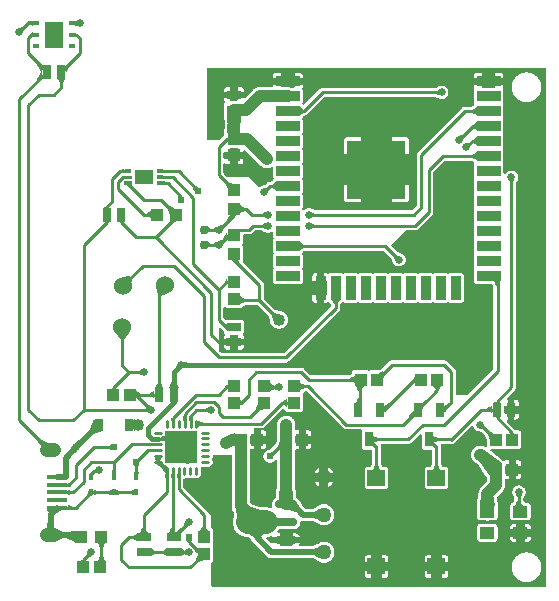
<source format=gtl>
G04 Layer: TopLayer*
G04 EasyEDA v6.3.43, 2020-05-12T15:16:01+02:00*
G04 4d644927dd1f4b27a0df6f52f7f7ce2a,accd6950acb14890b3c9ed90e7fce2f1,10*
G04 Gerber Generator version 0.2*
G04 Scale: 100 percent, Rotated: No, Reflected: No *
G04 Dimensions in inches *
G04 leading zeros omitted , absolute positions ,2 integer and 4 decimal *
%FSLAX24Y24*%
%MOIN*%
G90*
G70D02*

%ADD10C,0.010000*%
%ADD11C,0.040000*%
%ADD12C,0.015000*%
%ADD13C,0.020000*%
%ADD14C,0.027559*%
%ADD15C,0.078740*%
%ADD16C,0.011024*%
%ADD17C,0.025000*%
%ADD18C,0.024000*%
%ADD19C,0.030000*%
%ADD20C,0.050000*%
%ADD21R,0.023600X0.013800*%
%ADD22R,0.023600X0.011800*%
%ADD23R,0.059055X0.047244*%
%ADD24R,0.023620X0.015748*%
%ADD25R,0.059055X0.090551*%
%ADD26R,0.043307X0.039370*%
%ADD27R,0.039370X0.043307*%
%ADD28R,0.059055X0.055118*%
%ADD29R,0.027559X0.049213*%
%ADD30R,0.196850X0.196850*%
%ADD31R,0.078740X0.035430*%
%ADD32R,0.035430X0.078740*%
%ADD33R,0.043000X0.039000*%
%ADD34R,0.047244X0.039370*%
%ADD35R,0.031496X0.039370*%
%ADD36R,0.031496X0.045276*%
%ADD37R,0.015750X0.018900*%
%ADD38R,0.070866X0.017717*%
%ADD39R,0.105512X0.105512*%
%ADD40R,0.045276X0.031496*%
%ADD41C,0.060000*%
%ADD42C,0.047240*%

%LPD*%
G36*
G01X7461Y14727D02*
G01X7401Y14727D01*
G01X7395Y14726D01*
G01X7390Y14724D01*
G01X7385Y14721D01*
G01X7380Y14717D01*
G01X7376Y14713D01*
G01X7373Y14709D01*
G01X7370Y14704D01*
G01X7368Y14699D01*
G01X7366Y14687D01*
G01X7366Y14597D01*
G01X7185Y14597D01*
G01X7179Y14596D01*
G01X7174Y14594D01*
G01X7164Y14588D01*
G01X7160Y14584D01*
G01X7154Y14574D01*
G01X7152Y14569D01*
G01X7151Y14563D01*
G01X7151Y14385D01*
G01X7152Y14379D01*
G01X7154Y14374D01*
G01X7160Y14364D01*
G01X7164Y14360D01*
G01X7174Y14354D01*
G01X7179Y14352D01*
G01X7191Y14350D01*
G01X7366Y14350D01*
G01X7366Y14176D01*
G01X7274Y14176D01*
G01X7256Y14180D01*
G01X7248Y14182D01*
G01X7239Y14186D01*
G01X7231Y14190D01*
G01X7224Y14195D01*
G01X7217Y14201D01*
G01X7207Y14207D01*
G01X7202Y14209D01*
G01X7196Y14210D01*
G01X7191Y14211D01*
G01X7179Y14209D01*
G01X7174Y14207D01*
G01X7164Y14201D01*
G01X7160Y14197D01*
G01X7154Y14187D01*
G01X7152Y14182D01*
G01X7151Y14176D01*
G01X7151Y13887D01*
G01X7152Y13881D01*
G01X7155Y13875D01*
G01X7158Y13870D01*
G01X7162Y13865D01*
G01X7266Y13761D01*
G01X7271Y13757D01*
G01X7276Y13754D01*
G01X7282Y13751D01*
G01X7288Y13750D01*
G01X8000Y13750D01*
G01X8314Y13435D01*
G01X8318Y13431D01*
G01X8324Y13428D01*
G01X8329Y13426D01*
G01X8336Y13424D01*
G01X8348Y13424D01*
G01X8360Y13428D01*
G01X8366Y13432D01*
G01X8377Y13439D01*
G01X8389Y13447D01*
G01X8401Y13453D01*
G01X8414Y13459D01*
G01X8453Y13471D01*
G01X8467Y13473D01*
G01X8474Y13475D01*
G01X8521Y13490D01*
G01X8527Y13493D01*
G01X8532Y13496D01*
G01X8537Y13500D01*
G01X8604Y13567D01*
G01X8614Y13575D01*
G01X8634Y13587D01*
G01X8645Y13592D01*
G01X8656Y13596D01*
G01X8667Y13599D01*
G01X8679Y13602D01*
G01X8691Y13603D01*
G01X8720Y13603D01*
G01X8732Y13605D01*
G01X8738Y13608D01*
G01X8785Y13631D01*
G01X8791Y13635D01*
G01X8796Y13639D01*
G01X8800Y13644D01*
G01X8803Y13650D01*
G01X8806Y13657D01*
G01X8809Y13665D01*
G01X8812Y13674D01*
G01X8817Y13682D01*
G01X8820Y13688D01*
G01X8822Y13695D01*
G01X8822Y13709D01*
G01X8820Y13716D01*
G01X8817Y13723D01*
G01X8812Y13731D01*
G01X8809Y13739D01*
G01X8806Y13748D01*
G01X8804Y13757D01*
G01X8802Y13775D01*
G01X8802Y14055D01*
G01X8800Y14061D01*
G01X8796Y14071D01*
G01X8792Y14076D01*
G01X8788Y14080D01*
G01X8784Y14083D01*
G01X8779Y14086D01*
G01X8773Y14088D01*
G01X8768Y14089D01*
G01X8762Y14090D01*
G01X8756Y14089D01*
G01X8749Y14088D01*
G01X8743Y14085D01*
G01X8728Y14077D01*
G01X8713Y14071D01*
G01X8697Y14065D01*
G01X8682Y14060D01*
G01X8665Y14056D01*
G01X8633Y14050D01*
G01X8616Y14049D01*
G01X8600Y14048D01*
G01X8568Y14050D01*
G01X8552Y14052D01*
G01X8537Y14055D01*
G01X8522Y14059D01*
G01X8506Y14063D01*
G01X8492Y14068D01*
G01X8477Y14075D01*
G01X8463Y14081D01*
G01X8449Y14089D01*
G01X8436Y14097D01*
G01X8423Y14106D01*
G01X8410Y14116D01*
G01X8398Y14126D01*
G01X8387Y14137D01*
G01X7885Y14638D01*
G01X7881Y14642D01*
G01X7869Y14648D01*
G01X7857Y14650D01*
G01X7851Y14649D01*
G01X7846Y14648D01*
G01X7840Y14646D01*
G01X7835Y14643D01*
G01X7831Y14640D01*
G01X7827Y14636D01*
G01X7823Y14631D01*
G01X7819Y14621D01*
G01X7817Y14615D01*
G01X7817Y14597D01*
G01X7633Y14597D01*
G01X7633Y14684D01*
G01X7631Y14696D01*
G01X7629Y14701D01*
G01X7623Y14711D01*
G01X7619Y14715D01*
G01X7609Y14721D01*
G01X7604Y14723D01*
G01X7598Y14724D01*
G01X7593Y14725D01*
G01X7480Y14725D01*
G01X7461Y14727D01*
G37*

%LPC*%
G36*
G01X7817Y14350D02*
G01X7633Y14350D01*
G01X7633Y14176D01*
G01X7725Y14176D01*
G01X7735Y14178D01*
G01X7744Y14180D01*
G01X7753Y14183D01*
G01X7769Y14191D01*
G01X7777Y14196D01*
G01X7784Y14202D01*
G01X7791Y14209D01*
G01X7797Y14216D01*
G01X7802Y14224D01*
G01X7806Y14232D01*
G01X7810Y14241D01*
G01X7813Y14249D01*
G01X7815Y14258D01*
G01X7817Y14268D01*
G01X7817Y14350D01*
G37*

%LPD*%
G36*
G01X15419Y14301D02*
G01X14525Y14301D01*
G01X14519Y14300D01*
G01X14513Y14297D01*
G01X14508Y14294D01*
G01X14503Y14290D01*
G01X14162Y13949D01*
G01X14158Y13944D01*
G01X14155Y13939D01*
G01X14152Y13933D01*
G01X14151Y13927D01*
G01X14151Y12600D01*
G01X14149Y12576D01*
G01X14146Y12564D01*
G01X14143Y12553D01*
G01X14139Y12542D01*
G01X14134Y12531D01*
G01X14122Y12511D01*
G01X14114Y12501D01*
G01X13623Y12010D01*
G01X13613Y12002D01*
G01X13593Y11990D01*
G01X13582Y11985D01*
G01X13571Y11981D01*
G01X13560Y11978D01*
G01X13548Y11975D01*
G01X13536Y11974D01*
G01X13525Y11973D01*
G01X13234Y11973D01*
G01X13228Y11972D01*
G01X13222Y11969D01*
G01X13217Y11966D01*
G01X13212Y11962D01*
G01X12755Y11505D01*
G01X12752Y11499D01*
G01X12750Y11494D01*
G01X12748Y11488D01*
G01X12748Y11475D01*
G01X12752Y11463D01*
G01X12755Y11458D01*
G01X12760Y11453D01*
G01X12962Y11250D01*
G01X12967Y11246D01*
G01X12972Y11243D01*
G01X12978Y11240D01*
G01X13025Y11225D01*
G01X13032Y11223D01*
G01X13046Y11221D01*
G01X13059Y11217D01*
G01X13073Y11213D01*
G01X13099Y11203D01*
G01X13123Y11189D01*
G01X13135Y11181D01*
G01X13146Y11172D01*
G01X13156Y11163D01*
G01X13166Y11153D01*
G01X13175Y11142D01*
G01X13183Y11131D01*
G01X13191Y11119D01*
G01X13205Y11095D01*
G01X13210Y11082D01*
G01X13215Y11068D01*
G01X13219Y11055D01*
G01X13222Y11041D01*
G01X13224Y11027D01*
G01X13225Y11014D01*
G01X13226Y11000D01*
G01X13224Y10972D01*
G01X13222Y10959D01*
G01X13219Y10945D01*
G01X13211Y10919D01*
G01X13206Y10907D01*
G01X13200Y10894D01*
G01X13193Y10883D01*
G01X13185Y10871D01*
G01X13177Y10860D01*
G01X13169Y10850D01*
G01X13149Y10830D01*
G01X13139Y10822D01*
G01X13128Y10814D01*
G01X13116Y10806D01*
G01X13105Y10799D01*
G01X13092Y10793D01*
G01X13080Y10788D01*
G01X13054Y10780D01*
G01X13040Y10777D01*
G01X13027Y10775D01*
G01X13013Y10774D01*
G01X13000Y10773D01*
G01X12985Y10774D01*
G01X12972Y10775D01*
G01X12958Y10777D01*
G01X12944Y10780D01*
G01X12931Y10784D01*
G01X12917Y10789D01*
G01X12904Y10794D01*
G01X12880Y10808D01*
G01X12868Y10816D01*
G01X12857Y10824D01*
G01X12846Y10833D01*
G01X12836Y10843D01*
G01X12827Y10853D01*
G01X12818Y10864D01*
G01X12810Y10876D01*
G01X12796Y10900D01*
G01X12786Y10926D01*
G01X12782Y10940D01*
G01X12778Y10953D01*
G01X12776Y10967D01*
G01X12774Y10974D01*
G01X12759Y11021D01*
G01X12756Y11027D01*
G01X12753Y11032D01*
G01X12749Y11037D01*
G01X12496Y11290D01*
G01X12491Y11294D01*
G01X12486Y11297D01*
G01X12480Y11300D01*
G01X12474Y11301D01*
G01X9868Y11301D01*
G01X9862Y11300D01*
G01X9856Y11297D01*
G01X9809Y11274D01*
G01X9803Y11270D01*
G01X9798Y11266D01*
G01X9794Y11261D01*
G01X9790Y11255D01*
G01X9788Y11248D01*
G01X9785Y11240D01*
G01X9781Y11231D01*
G01X9777Y11223D01*
G01X9774Y11216D01*
G01X9772Y11209D01*
G01X9771Y11202D01*
G01X9772Y11195D01*
G01X9774Y11188D01*
G01X9781Y11174D01*
G01X9785Y11165D01*
G01X9788Y11157D01*
G01X9790Y11148D01*
G01X9791Y11139D01*
G01X9792Y11129D01*
G01X9792Y10775D01*
G01X9790Y10757D01*
G01X9788Y10748D01*
G01X9785Y10739D01*
G01X9777Y10723D01*
G01X9774Y10716D01*
G01X9772Y10709D01*
G01X9771Y10702D01*
G01X9772Y10695D01*
G01X9774Y10688D01*
G01X9781Y10674D01*
G01X9785Y10665D01*
G01X9788Y10657D01*
G01X9790Y10648D01*
G01X9791Y10639D01*
G01X9792Y10629D01*
G01X9792Y10275D01*
G01X9790Y10257D01*
G01X9788Y10248D01*
G01X9785Y10239D01*
G01X9781Y10230D01*
G01X9771Y10214D01*
G01X9765Y10207D01*
G01X9759Y10201D01*
G01X9751Y10195D01*
G01X9744Y10189D01*
G01X9736Y10185D01*
G01X9727Y10181D01*
G01X9718Y10178D01*
G01X9709Y10176D01*
G01X9700Y10175D01*
G01X9690Y10174D01*
G01X8903Y10174D01*
G01X8885Y10176D01*
G01X8875Y10178D01*
G01X8867Y10181D01*
G01X8858Y10185D01*
G01X8850Y10189D01*
G01X8842Y10195D01*
G01X8828Y10207D01*
G01X8823Y10214D01*
G01X8817Y10222D01*
G01X8813Y10230D01*
G01X8809Y10239D01*
G01X8806Y10248D01*
G01X8804Y10257D01*
G01X8802Y10275D01*
G01X8802Y10629D01*
G01X8803Y10639D01*
G01X8804Y10648D01*
G01X8806Y10657D01*
G01X8809Y10665D01*
G01X8812Y10674D01*
G01X8817Y10682D01*
G01X8820Y10688D01*
G01X8822Y10695D01*
G01X8822Y10709D01*
G01X8820Y10716D01*
G01X8817Y10723D01*
G01X8812Y10731D01*
G01X8809Y10739D01*
G01X8806Y10748D01*
G01X8804Y10757D01*
G01X8802Y10775D01*
G01X8802Y11129D01*
G01X8803Y11139D01*
G01X8804Y11148D01*
G01X8806Y11157D01*
G01X8809Y11165D01*
G01X8812Y11174D01*
G01X8817Y11182D01*
G01X8820Y11188D01*
G01X8822Y11195D01*
G01X8822Y11209D01*
G01X8820Y11216D01*
G01X8817Y11223D01*
G01X8812Y11231D01*
G01X8809Y11239D01*
G01X8806Y11248D01*
G01X8804Y11257D01*
G01X8802Y11275D01*
G01X8802Y11629D01*
G01X8803Y11639D01*
G01X8804Y11648D01*
G01X8806Y11657D01*
G01X8809Y11665D01*
G01X8812Y11674D01*
G01X8817Y11682D01*
G01X8820Y11688D01*
G01X8822Y11695D01*
G01X8822Y11709D01*
G01X8820Y11716D01*
G01X8817Y11723D01*
G01X8812Y11731D01*
G01X8809Y11739D01*
G01X8806Y11748D01*
G01X8804Y11757D01*
G01X8802Y11775D01*
G01X8802Y11903D01*
G01X8796Y11918D01*
G01X8792Y11923D01*
G01X8784Y11931D01*
G01X8779Y11933D01*
G01X8773Y11935D01*
G01X8768Y11936D01*
G01X8762Y11937D01*
G01X8755Y11936D01*
G01X8748Y11934D01*
G01X8741Y11931D01*
G01X8730Y11924D01*
G01X8717Y11918D01*
G01X8705Y11913D01*
G01X8679Y11905D01*
G01X8665Y11902D01*
G01X8652Y11900D01*
G01X8638Y11899D01*
G01X8625Y11898D01*
G01X8610Y11899D01*
G01X8596Y11900D01*
G01X8581Y11903D01*
G01X8567Y11906D01*
G01X8553Y11910D01*
G01X8540Y11915D01*
G01X8526Y11921D01*
G01X8514Y11928D01*
G01X8501Y11935D01*
G01X8483Y11947D01*
G01X8433Y11972D01*
G01X8427Y11973D01*
G01X8197Y11973D01*
G01X8191Y11972D01*
G01X8185Y11969D01*
G01X8180Y11966D01*
G01X8175Y11962D01*
G01X8098Y11885D01*
G01X8088Y11877D01*
G01X8068Y11865D01*
G01X8057Y11860D01*
G01X8046Y11856D01*
G01X8035Y11853D01*
G01X8023Y11850D01*
G01X8011Y11849D01*
G01X8000Y11848D01*
G01X7851Y11848D01*
G01X7845Y11847D01*
G01X7840Y11845D01*
G01X7835Y11842D01*
G01X7831Y11839D01*
G01X7826Y11835D01*
G01X7820Y11825D01*
G01X7818Y11820D01*
G01X7817Y11814D01*
G01X7817Y11618D01*
G01X7816Y11608D01*
G01X7815Y11599D01*
G01X7813Y11591D01*
G01X7810Y11582D01*
G01X7807Y11574D01*
G01X7797Y11558D01*
G01X7792Y11551D01*
G01X7785Y11544D01*
G01X7778Y11538D01*
G01X7771Y11533D01*
G01X7766Y11530D01*
G01X7762Y11526D01*
G01X7756Y11516D01*
G01X7754Y11511D01*
G01X7753Y11505D01*
G01X7753Y11494D01*
G01X7754Y11488D01*
G01X7756Y11483D01*
G01X7762Y11473D01*
G01X7766Y11469D01*
G01X7771Y11466D01*
G01X7778Y11461D01*
G01X7785Y11455D01*
G01X7797Y11441D01*
G01X7807Y11425D01*
G01X7810Y11417D01*
G01X7813Y11408D01*
G01X7815Y11400D01*
G01X7816Y11390D01*
G01X7817Y11381D01*
G01X7817Y10988D01*
G01X7815Y10970D01*
G01X7813Y10961D01*
G01X7810Y10952D01*
G01X7807Y10944D01*
G01X7804Y10938D01*
G01X7803Y10932D01*
G01X7803Y10920D01*
G01X7807Y10908D01*
G01X7810Y10903D01*
G01X7814Y10898D01*
G01X8464Y10248D01*
G01X8472Y10238D01*
G01X8484Y10218D01*
G01X8489Y10207D01*
G01X8493Y10196D01*
G01X8496Y10185D01*
G01X8499Y10173D01*
G01X8500Y10161D01*
G01X8501Y10150D01*
G01X8501Y9722D01*
G01X8502Y9716D01*
G01X8505Y9710D01*
G01X8508Y9705D01*
G01X8512Y9700D01*
G01X8882Y9331D01*
G01X8886Y9327D01*
G01X8892Y9323D01*
G01X8897Y9321D01*
G01X8903Y9320D01*
G01X9022Y9300D01*
G01X9026Y9299D01*
G01X9041Y9298D01*
G01X9057Y9295D01*
G01X9073Y9291D01*
G01X9088Y9287D01*
G01X9103Y9282D01*
G01X9133Y9270D01*
G01X9147Y9262D01*
G01X9160Y9254D01*
G01X9174Y9245D01*
G01X9186Y9235D01*
G01X9199Y9225D01*
G01X9221Y9203D01*
G01X9232Y9191D01*
G01X9242Y9178D01*
G01X9251Y9165D01*
G01X9259Y9152D01*
G01X9267Y9138D01*
G01X9274Y9123D01*
G01X9280Y9109D01*
G01X9285Y9094D01*
G01X9290Y9078D01*
G01X9294Y9063D01*
G01X9297Y9047D01*
G01X9299Y9031D01*
G01X9300Y9015D01*
G01X9301Y9000D01*
G01X9299Y8968D01*
G01X9297Y8952D01*
G01X9294Y8937D01*
G01X9290Y8922D01*
G01X9286Y8906D01*
G01X9281Y8892D01*
G01X9274Y8877D01*
G01X9268Y8863D01*
G01X9260Y8849D01*
G01X9252Y8836D01*
G01X9243Y8823D01*
G01X9233Y8810D01*
G01X9223Y8798D01*
G01X9201Y8776D01*
G01X9189Y8766D01*
G01X9176Y8756D01*
G01X9163Y8747D01*
G01X9150Y8739D01*
G01X9136Y8731D01*
G01X9122Y8725D01*
G01X9107Y8718D01*
G01X9093Y8713D01*
G01X9077Y8709D01*
G01X9062Y8705D01*
G01X9047Y8702D01*
G01X9031Y8700D01*
G01X9015Y8699D01*
G01X9000Y8698D01*
G01X8968Y8700D01*
G01X8952Y8702D01*
G01X8936Y8705D01*
G01X8921Y8709D01*
G01X8905Y8714D01*
G01X8890Y8719D01*
G01X8876Y8725D01*
G01X8861Y8732D01*
G01X8847Y8740D01*
G01X8834Y8748D01*
G01X8821Y8757D01*
G01X8808Y8767D01*
G01X8796Y8778D01*
G01X8774Y8800D01*
G01X8764Y8813D01*
G01X8754Y8825D01*
G01X8745Y8839D01*
G01X8737Y8852D01*
G01X8729Y8866D01*
G01X8717Y8896D01*
G01X8712Y8911D01*
G01X8708Y8926D01*
G01X8704Y8942D01*
G01X8701Y8958D01*
G01X8700Y8973D01*
G01X8699Y8977D01*
G01X8679Y9096D01*
G01X8678Y9102D01*
G01X8676Y9107D01*
G01X8672Y9113D01*
G01X8668Y9117D01*
G01X8299Y9487D01*
G01X8294Y9491D01*
G01X8289Y9494D01*
G01X8283Y9497D01*
G01X8277Y9498D01*
G01X7893Y9498D01*
G01X7887Y9497D01*
G01X7881Y9494D01*
G01X7818Y9463D01*
G01X7812Y9459D01*
G01X7806Y9454D01*
G01X7802Y9448D01*
G01X7797Y9440D01*
G01X7791Y9433D01*
G01X7784Y9426D01*
G01X7777Y9420D01*
G01X7769Y9415D01*
G01X7753Y9407D01*
G01X7744Y9404D01*
G01X7735Y9402D01*
G01X7725Y9400D01*
G01X7274Y9400D01*
G01X7256Y9404D01*
G01X7248Y9406D01*
G01X7239Y9410D01*
G01X7231Y9414D01*
G01X7224Y9419D01*
G01X7217Y9425D01*
G01X7207Y9431D01*
G01X7202Y9433D01*
G01X7196Y9434D01*
G01X7191Y9435D01*
G01X7179Y9433D01*
G01X7174Y9431D01*
G01X7164Y9425D01*
G01X7160Y9421D01*
G01X7154Y9411D01*
G01X7152Y9406D01*
G01X7151Y9400D01*
G01X7151Y9072D01*
G01X7152Y9066D01*
G01X7155Y9060D01*
G01X7158Y9055D01*
G01X7162Y9050D01*
G01X7203Y9009D01*
G01X7208Y9005D01*
G01X7213Y9002D01*
G01X7225Y8998D01*
G01X7237Y8998D01*
G01X7243Y9000D01*
G01X7263Y9004D01*
G01X7735Y9004D01*
G01X7745Y9002D01*
G01X7754Y9000D01*
G01X7762Y8997D01*
G01X7771Y8993D01*
G01X7779Y8989D01*
G01X7787Y8984D01*
G01X7794Y8978D01*
G01X7801Y8971D01*
G01X7807Y8964D01*
G01X7812Y8956D01*
G01X7820Y8940D01*
G01X7823Y8931D01*
G01X7825Y8922D01*
G01X7827Y8912D01*
G01X7827Y8588D01*
G01X7826Y8578D01*
G01X7825Y8569D01*
G01X7823Y8559D01*
G01X7815Y8541D01*
G01X7805Y8525D01*
G01X7801Y8519D01*
G01X7798Y8513D01*
G01X7796Y8506D01*
G01X7796Y8493D01*
G01X7798Y8486D01*
G01X7801Y8480D01*
G01X7805Y8474D01*
G01X7815Y8458D01*
G01X7823Y8440D01*
G01X7825Y8430D01*
G01X7826Y8421D01*
G01X7827Y8411D01*
G01X7827Y8357D01*
G01X7638Y8357D01*
G01X7638Y8447D01*
G01X7637Y8453D01*
G01X7636Y8458D01*
G01X7634Y8464D01*
G01X7631Y8469D01*
G01X7628Y8473D01*
G01X7624Y8477D01*
G01X7619Y8481D01*
G01X7609Y8485D01*
G01X7603Y8487D01*
G01X7396Y8487D01*
G01X7390Y8485D01*
G01X7380Y8481D01*
G01X7375Y8477D01*
G01X7371Y8473D01*
G01X7368Y8469D01*
G01X7365Y8464D01*
G01X7363Y8458D01*
G01X7362Y8453D01*
G01X7361Y8447D01*
G01X7361Y8357D01*
G01X7172Y8357D01*
G01X7172Y8411D01*
G01X7173Y8421D01*
G01X7174Y8430D01*
G01X7176Y8440D01*
G01X7184Y8458D01*
G01X7189Y8466D01*
G01X7195Y8474D01*
G01X7201Y8486D01*
G01X7203Y8493D01*
G01X7204Y8500D01*
G01X7203Y8506D01*
G01X7201Y8513D01*
G01X7195Y8525D01*
G01X7189Y8533D01*
G01X7184Y8541D01*
G01X7176Y8559D01*
G01X7174Y8569D01*
G01X7173Y8578D01*
G01X7172Y8588D01*
G01X7172Y8605D01*
G01X7170Y8611D01*
G01X7168Y8616D01*
G01X7165Y8622D01*
G01X7157Y8630D01*
G01X7143Y8643D01*
G01X7068Y8718D01*
G01X7063Y8722D01*
G01X7058Y8725D01*
G01X7046Y8729D01*
G01X7034Y8729D01*
G01X7028Y8728D01*
G01X7023Y8726D01*
G01X7013Y8720D01*
G01X7009Y8716D01*
G01X7003Y8706D01*
G01X7001Y8701D01*
G01X7000Y8695D01*
G01X7000Y7973D01*
G01X7001Y7967D01*
G01X7004Y7961D01*
G01X7007Y7956D01*
G01X7011Y7951D01*
G01X7050Y7912D01*
G01X7055Y7908D01*
G01X7060Y7905D01*
G01X7066Y7902D01*
G01X7072Y7901D01*
G01X7079Y7900D01*
G01X9170Y7900D01*
G01X9177Y7901D01*
G01X9183Y7902D01*
G01X9189Y7905D01*
G01X9194Y7908D01*
G01X9199Y7912D01*
G01X10731Y9444D01*
G01X10735Y9449D01*
G01X10738Y9454D01*
G01X10741Y9460D01*
G01X10742Y9466D01*
G01X10743Y9473D01*
G01X10743Y9482D01*
G01X10741Y9494D01*
G01X10738Y9500D01*
G01X10715Y9547D01*
G01X10711Y9553D01*
G01X10707Y9558D01*
G01X10702Y9562D01*
G01X10696Y9565D01*
G01X10689Y9567D01*
G01X10681Y9570D01*
G01X10672Y9574D01*
G01X10664Y9578D01*
G01X10657Y9582D01*
G01X10650Y9584D01*
G01X10636Y9584D01*
G01X10629Y9582D01*
G01X10623Y9578D01*
G01X10615Y9574D01*
G01X10606Y9570D01*
G01X10597Y9568D01*
G01X10589Y9566D01*
G01X10579Y9564D01*
G01X10507Y9564D01*
G01X10507Y9837D01*
G01X10581Y9837D01*
G01X10586Y9838D01*
G01X10592Y9840D01*
G01X10597Y9843D01*
G01X10609Y9855D01*
G01X10613Y9865D01*
G01X10615Y9871D01*
G01X10615Y10246D01*
G01X10613Y10252D01*
G01X10609Y10262D01*
G01X10605Y10267D01*
G01X10601Y10271D01*
G01X10597Y10274D01*
G01X10592Y10277D01*
G01X10586Y10279D01*
G01X10581Y10280D01*
G01X10507Y10280D01*
G01X10507Y10553D01*
G01X10579Y10553D01*
G01X10589Y10552D01*
G01X10597Y10550D01*
G01X10606Y10547D01*
G01X10615Y10543D01*
G01X10629Y10536D01*
G01X10636Y10534D01*
G01X10643Y10533D01*
G01X10650Y10534D01*
G01X10657Y10536D01*
G01X10664Y10539D01*
G01X10680Y10547D01*
G01X10689Y10550D01*
G01X10698Y10552D01*
G01X10707Y10553D01*
G01X11079Y10553D01*
G01X11089Y10552D01*
G01X11097Y10550D01*
G01X11106Y10547D01*
G01X11115Y10543D01*
G01X11129Y10536D01*
G01X11136Y10534D01*
G01X11143Y10533D01*
G01X11150Y10534D01*
G01X11157Y10536D01*
G01X11164Y10539D01*
G01X11180Y10547D01*
G01X11189Y10550D01*
G01X11198Y10552D01*
G01X11207Y10553D01*
G01X11579Y10553D01*
G01X11589Y10552D01*
G01X11597Y10550D01*
G01X11606Y10547D01*
G01X11615Y10543D01*
G01X11629Y10536D01*
G01X11636Y10534D01*
G01X11643Y10533D01*
G01X11650Y10534D01*
G01X11657Y10536D01*
G01X11664Y10539D01*
G01X11680Y10547D01*
G01X11689Y10550D01*
G01X11698Y10552D01*
G01X11707Y10553D01*
G01X12079Y10553D01*
G01X12089Y10552D01*
G01X12097Y10550D01*
G01X12106Y10547D01*
G01X12115Y10543D01*
G01X12129Y10536D01*
G01X12136Y10534D01*
G01X12143Y10533D01*
G01X12150Y10534D01*
G01X12157Y10536D01*
G01X12164Y10539D01*
G01X12180Y10547D01*
G01X12189Y10550D01*
G01X12198Y10552D01*
G01X12207Y10553D01*
G01X12579Y10553D01*
G01X12589Y10552D01*
G01X12597Y10550D01*
G01X12606Y10547D01*
G01X12615Y10543D01*
G01X12629Y10536D01*
G01X12636Y10534D01*
G01X12643Y10533D01*
G01X12650Y10534D01*
G01X12657Y10536D01*
G01X12664Y10539D01*
G01X12680Y10547D01*
G01X12689Y10550D01*
G01X12698Y10552D01*
G01X12707Y10553D01*
G01X13079Y10553D01*
G01X13089Y10552D01*
G01X13097Y10550D01*
G01X13106Y10547D01*
G01X13115Y10543D01*
G01X13129Y10536D01*
G01X13136Y10534D01*
G01X13143Y10533D01*
G01X13150Y10534D01*
G01X13157Y10536D01*
G01X13164Y10539D01*
G01X13180Y10547D01*
G01X13189Y10550D01*
G01X13198Y10552D01*
G01X13207Y10553D01*
G01X13579Y10553D01*
G01X13589Y10552D01*
G01X13597Y10550D01*
G01X13606Y10547D01*
G01X13615Y10543D01*
G01X13629Y10536D01*
G01X13636Y10534D01*
G01X13643Y10533D01*
G01X13650Y10534D01*
G01X13657Y10536D01*
G01X13664Y10539D01*
G01X13680Y10547D01*
G01X13689Y10550D01*
G01X13698Y10552D01*
G01X13707Y10553D01*
G01X14079Y10553D01*
G01X14089Y10552D01*
G01X14097Y10550D01*
G01X14106Y10547D01*
G01X14115Y10543D01*
G01X14129Y10536D01*
G01X14136Y10534D01*
G01X14143Y10533D01*
G01X14150Y10534D01*
G01X14157Y10536D01*
G01X14164Y10539D01*
G01X14180Y10547D01*
G01X14189Y10550D01*
G01X14198Y10552D01*
G01X14207Y10553D01*
G01X14579Y10553D01*
G01X14589Y10552D01*
G01X14597Y10550D01*
G01X14606Y10547D01*
G01X14615Y10543D01*
G01X14629Y10536D01*
G01X14636Y10534D01*
G01X14643Y10533D01*
G01X14650Y10534D01*
G01X14657Y10536D01*
G01X14664Y10539D01*
G01X14680Y10547D01*
G01X14689Y10550D01*
G01X14698Y10552D01*
G01X14707Y10553D01*
G01X15080Y10553D01*
G01X15089Y10552D01*
G01X15107Y10546D01*
G01X15115Y10543D01*
G01X15124Y10538D01*
G01X15131Y10533D01*
G01X15138Y10527D01*
G01X15145Y10520D01*
G01X15151Y10513D01*
G01X15161Y10497D01*
G01X15165Y10489D01*
G01X15167Y10480D01*
G01X15170Y10471D01*
G01X15171Y10462D01*
G01X15171Y9656D01*
G01X15170Y9646D01*
G01X15167Y9637D01*
G01X15165Y9628D01*
G01X15161Y9620D01*
G01X15151Y9604D01*
G01X15145Y9597D01*
G01X15138Y9590D01*
G01X15131Y9584D01*
G01X15124Y9579D01*
G01X15115Y9574D01*
G01X15107Y9571D01*
G01X15098Y9568D01*
G01X15080Y9564D01*
G01X14707Y9564D01*
G01X14680Y9570D01*
G01X14664Y9578D01*
G01X14657Y9582D01*
G01X14650Y9584D01*
G01X14636Y9584D01*
G01X14629Y9582D01*
G01X14623Y9578D01*
G01X14615Y9574D01*
G01X14606Y9570D01*
G01X14597Y9568D01*
G01X14589Y9566D01*
G01X14579Y9564D01*
G01X14207Y9564D01*
G01X14180Y9570D01*
G01X14164Y9578D01*
G01X14157Y9582D01*
G01X14150Y9584D01*
G01X14136Y9584D01*
G01X14129Y9582D01*
G01X14123Y9578D01*
G01X14115Y9574D01*
G01X14106Y9570D01*
G01X14097Y9568D01*
G01X14089Y9566D01*
G01X14079Y9564D01*
G01X13707Y9564D01*
G01X13680Y9570D01*
G01X13664Y9578D01*
G01X13657Y9582D01*
G01X13650Y9584D01*
G01X13636Y9584D01*
G01X13629Y9582D01*
G01X13623Y9578D01*
G01X13615Y9574D01*
G01X13606Y9570D01*
G01X13597Y9568D01*
G01X13589Y9566D01*
G01X13579Y9564D01*
G01X13207Y9564D01*
G01X13180Y9570D01*
G01X13164Y9578D01*
G01X13157Y9582D01*
G01X13150Y9584D01*
G01X13136Y9584D01*
G01X13129Y9582D01*
G01X13123Y9578D01*
G01X13115Y9574D01*
G01X13106Y9570D01*
G01X13097Y9568D01*
G01X13089Y9566D01*
G01X13079Y9564D01*
G01X12707Y9564D01*
G01X12680Y9570D01*
G01X12664Y9578D01*
G01X12657Y9582D01*
G01X12650Y9584D01*
G01X12636Y9584D01*
G01X12629Y9582D01*
G01X12623Y9578D01*
G01X12615Y9574D01*
G01X12606Y9570D01*
G01X12597Y9568D01*
G01X12589Y9566D01*
G01X12579Y9564D01*
G01X12207Y9564D01*
G01X12180Y9570D01*
G01X12164Y9578D01*
G01X12157Y9582D01*
G01X12150Y9584D01*
G01X12136Y9584D01*
G01X12129Y9582D01*
G01X12123Y9578D01*
G01X12115Y9574D01*
G01X12106Y9570D01*
G01X12097Y9568D01*
G01X12089Y9566D01*
G01X12079Y9564D01*
G01X11707Y9564D01*
G01X11680Y9570D01*
G01X11664Y9578D01*
G01X11657Y9582D01*
G01X11650Y9584D01*
G01X11636Y9584D01*
G01X11629Y9582D01*
G01X11623Y9578D01*
G01X11615Y9574D01*
G01X11606Y9570D01*
G01X11597Y9568D01*
G01X11589Y9566D01*
G01X11579Y9564D01*
G01X11207Y9564D01*
G01X11180Y9570D01*
G01X11164Y9578D01*
G01X11157Y9582D01*
G01X11150Y9584D01*
G01X11136Y9584D01*
G01X11129Y9582D01*
G01X11123Y9578D01*
G01X11115Y9574D01*
G01X11106Y9570D01*
G01X11097Y9568D01*
G01X11085Y9562D01*
G01X11080Y9558D01*
G01X11076Y9553D01*
G01X11072Y9547D01*
G01X11049Y9500D01*
G01X11046Y9494D01*
G01X11044Y9482D01*
G01X11044Y9382D01*
G01X11043Y9370D01*
G01X11040Y9358D01*
G01X11037Y9347D01*
G01X11033Y9336D01*
G01X11028Y9325D01*
G01X11016Y9305D01*
G01X11008Y9295D01*
G01X9356Y7643D01*
G01X9338Y7627D01*
G01X9318Y7615D01*
G01X9312Y7611D01*
G01X9307Y7607D01*
G01X9169Y7469D01*
G01X9161Y7459D01*
G01X9159Y7453D01*
G01X9158Y7447D01*
G01X9157Y7440D01*
G01X9157Y7435D01*
G01X9159Y7429D01*
G01X9163Y7419D01*
G01X9167Y7414D01*
G01X9171Y7410D01*
G01X9175Y7407D01*
G01X9180Y7404D01*
G01X9186Y7402D01*
G01X9191Y7401D01*
G01X9197Y7400D01*
G01X9761Y7400D01*
G01X9773Y7399D01*
G01X9785Y7396D01*
G01X9796Y7393D01*
G01X9807Y7389D01*
G01X9818Y7384D01*
G01X9838Y7372D01*
G01X9848Y7364D01*
G01X10050Y7162D01*
G01X10055Y7158D01*
G01X10060Y7155D01*
G01X10066Y7152D01*
G01X10072Y7151D01*
G01X10079Y7150D01*
G01X11344Y7150D01*
G01X11356Y7152D01*
G01X11404Y7176D01*
G01X11409Y7179D01*
G01X11414Y7183D01*
G01X11422Y7193D01*
G01X11426Y7205D01*
G01X11426Y7216D01*
G01X11427Y7225D01*
G01X11428Y7235D01*
G01X11430Y7244D01*
G01X11433Y7253D01*
G01X11441Y7269D01*
G01X11446Y7277D01*
G01X11452Y7284D01*
G01X11459Y7291D01*
G01X11466Y7297D01*
G01X11474Y7302D01*
G01X11482Y7306D01*
G01X11491Y7310D01*
G01X11499Y7313D01*
G01X11509Y7315D01*
G01X11518Y7317D01*
G01X11931Y7317D01*
G01X11941Y7315D01*
G01X11950Y7313D01*
G01X11960Y7309D01*
G01X11969Y7305D01*
G01X11977Y7300D01*
G01X11982Y7297D01*
G01X11994Y7293D01*
G01X12005Y7293D01*
G01X12017Y7297D01*
G01X12022Y7300D01*
G01X12030Y7305D01*
G01X12039Y7309D01*
G01X12049Y7313D01*
G01X12058Y7315D01*
G01X12068Y7317D01*
G01X12322Y7317D01*
G01X12328Y7319D01*
G01X12333Y7321D01*
G01X12419Y7361D01*
G01X12425Y7364D01*
G01X12430Y7369D01*
G01X12668Y7606D01*
G01X12676Y7614D01*
G01X12686Y7622D01*
G01X12706Y7634D01*
G01X12717Y7639D01*
G01X12728Y7643D01*
G01X12739Y7646D01*
G01X12751Y7649D01*
G01X12763Y7650D01*
G01X14511Y7650D01*
G01X14523Y7649D01*
G01X14535Y7646D01*
G01X14546Y7643D01*
G01X14557Y7639D01*
G01X14568Y7634D01*
G01X14588Y7622D01*
G01X14598Y7614D01*
G01X14864Y7348D01*
G01X14872Y7338D01*
G01X14884Y7318D01*
G01X14889Y7307D01*
G01X14893Y7296D01*
G01X14896Y7285D01*
G01X14899Y7273D01*
G01X14900Y7261D01*
G01X14901Y7250D01*
G01X14901Y6534D01*
G01X14902Y6528D01*
G01X14904Y6523D01*
G01X14910Y6513D01*
G01X14914Y6509D01*
G01X14924Y6503D01*
G01X14929Y6501D01*
G01X14935Y6500D01*
G01X15276Y6500D01*
G01X15282Y6501D01*
G01X15288Y6504D01*
G01X15293Y6507D01*
G01X15298Y6511D01*
G01X16137Y7350D01*
G01X16141Y7355D01*
G01X16144Y7360D01*
G01X16147Y7366D01*
G01X16148Y7372D01*
G01X16148Y10098D01*
G01X16147Y10104D01*
G01X16123Y10152D01*
G01X16120Y10157D01*
G01X16116Y10162D01*
G01X16106Y10170D01*
G01X16094Y10174D01*
G01X15596Y10174D01*
G01X15587Y10175D01*
G01X15577Y10176D01*
G01X15568Y10178D01*
G01X15559Y10181D01*
G01X15543Y10189D01*
G01X15535Y10195D01*
G01X15521Y10207D01*
G01X15515Y10214D01*
G01X15505Y10230D01*
G01X15499Y10248D01*
G01X15495Y10266D01*
G01X15495Y10639D01*
G01X15499Y10657D01*
G01X15501Y10665D01*
G01X15505Y10674D01*
G01X15509Y10682D01*
G01X15513Y10688D01*
G01X15515Y10695D01*
G01X15515Y10709D01*
G01X15513Y10716D01*
G01X15509Y10723D01*
G01X15501Y10739D01*
G01X15495Y10766D01*
G01X15495Y11139D01*
G01X15499Y11157D01*
G01X15501Y11165D01*
G01X15505Y11174D01*
G01X15509Y11182D01*
G01X15513Y11188D01*
G01X15515Y11195D01*
G01X15515Y11209D01*
G01X15513Y11216D01*
G01X15509Y11223D01*
G01X15501Y11239D01*
G01X15495Y11266D01*
G01X15495Y11639D01*
G01X15499Y11657D01*
G01X15501Y11665D01*
G01X15505Y11674D01*
G01X15509Y11682D01*
G01X15513Y11688D01*
G01X15515Y11695D01*
G01X15515Y11709D01*
G01X15513Y11716D01*
G01X15509Y11723D01*
G01X15501Y11739D01*
G01X15495Y11766D01*
G01X15495Y12139D01*
G01X15499Y12157D01*
G01X15501Y12165D01*
G01X15505Y12174D01*
G01X15509Y12182D01*
G01X15513Y12188D01*
G01X15515Y12195D01*
G01X15515Y12209D01*
G01X15513Y12216D01*
G01X15509Y12223D01*
G01X15501Y12239D01*
G01X15495Y12266D01*
G01X15495Y12639D01*
G01X15499Y12657D01*
G01X15501Y12665D01*
G01X15505Y12674D01*
G01X15509Y12682D01*
G01X15513Y12688D01*
G01X15515Y12695D01*
G01X15515Y12709D01*
G01X15513Y12716D01*
G01X15509Y12723D01*
G01X15501Y12739D01*
G01X15495Y12766D01*
G01X15495Y13139D01*
G01X15499Y13157D01*
G01X15501Y13165D01*
G01X15505Y13174D01*
G01X15509Y13182D01*
G01X15513Y13188D01*
G01X15515Y13195D01*
G01X15515Y13209D01*
G01X15513Y13216D01*
G01X15509Y13223D01*
G01X15501Y13239D01*
G01X15495Y13266D01*
G01X15495Y13639D01*
G01X15499Y13657D01*
G01X15501Y13665D01*
G01X15505Y13674D01*
G01X15509Y13682D01*
G01X15513Y13688D01*
G01X15515Y13695D01*
G01X15515Y13709D01*
G01X15513Y13716D01*
G01X15509Y13723D01*
G01X15501Y13739D01*
G01X15495Y13766D01*
G01X15495Y14139D01*
G01X15499Y14157D01*
G01X15501Y14165D01*
G01X15505Y14174D01*
G01X15509Y14182D01*
G01X15513Y14188D01*
G01X15515Y14195D01*
G01X15515Y14209D01*
G01X15513Y14216D01*
G01X15509Y14223D01*
G01X15505Y14231D01*
G01X15501Y14240D01*
G01X15498Y14248D01*
G01X15496Y14255D01*
G01X15493Y14261D01*
G01X15489Y14266D01*
G01X15484Y14270D01*
G01X15478Y14274D01*
G01X15431Y14297D01*
G01X15425Y14300D01*
G01X15419Y14301D01*
G37*

%LPC*%
G36*
G01X10280Y10553D02*
G01X10207Y10553D01*
G01X10197Y10552D01*
G01X10188Y10549D01*
G01X10180Y10546D01*
G01X10171Y10543D01*
G01X10155Y10533D01*
G01X10148Y10527D01*
G01X10141Y10520D01*
G01X10135Y10513D01*
G01X10130Y10505D01*
G01X10122Y10489D01*
G01X10119Y10480D01*
G01X10115Y10462D01*
G01X10115Y10280D01*
G01X10280Y10280D01*
G01X10280Y10553D01*
G37*
G36*
G01X10280Y9837D02*
G01X10115Y9837D01*
G01X10115Y9656D01*
G01X10117Y9646D01*
G01X10119Y9637D01*
G01X10122Y9628D01*
G01X10130Y9612D01*
G01X10135Y9604D01*
G01X10141Y9597D01*
G01X10148Y9590D01*
G01X10155Y9584D01*
G01X10171Y9574D01*
G01X10180Y9571D01*
G01X10188Y9568D01*
G01X10197Y9566D01*
G01X10207Y9564D01*
G01X10280Y9564D01*
G01X10280Y9837D01*
G37*
G36*
G01X7361Y8150D02*
G01X7172Y8150D01*
G01X7172Y8096D01*
G01X7173Y8087D01*
G01X7174Y8077D01*
G01X7176Y8068D01*
G01X7179Y8059D01*
G01X7187Y8043D01*
G01X7193Y8035D01*
G01X7205Y8021D01*
G01X7212Y8015D01*
G01X7220Y8010D01*
G01X7228Y8006D01*
G01X7237Y8002D01*
G01X7246Y7999D01*
G01X7264Y7995D01*
G01X7361Y7995D01*
G01X7361Y8150D01*
G37*
G36*
G01X7827Y8150D02*
G01X7638Y8150D01*
G01X7638Y7995D01*
G01X7735Y7995D01*
G01X7745Y7997D01*
G01X7754Y7999D01*
G01X7762Y8002D01*
G01X7771Y8006D01*
G01X7779Y8010D01*
G01X7787Y8015D01*
G01X7794Y8021D01*
G01X7801Y8028D01*
G01X7807Y8035D01*
G01X7812Y8043D01*
G01X7820Y8059D01*
G01X7823Y8068D01*
G01X7825Y8077D01*
G01X7827Y8087D01*
G01X7827Y8150D01*
G37*

%LPD*%
G36*
G01X5998Y4500D02*
G01X5790Y4500D01*
G01X5778Y4498D01*
G01X5773Y4496D01*
G01X5763Y4490D01*
G01X5759Y4486D01*
G01X5753Y4476D01*
G01X5751Y4471D01*
G01X5750Y4465D01*
G01X5750Y4245D01*
G01X5751Y4239D01*
G01X5753Y4234D01*
G01X5759Y4224D01*
G01X5763Y4220D01*
G01X5773Y4214D01*
G01X5778Y4212D01*
G01X5790Y4210D01*
G01X5802Y4212D01*
G01X5813Y4216D01*
G01X5825Y4218D01*
G01X5837Y4219D01*
G01X5850Y4220D01*
G01X5861Y4219D01*
G01X5873Y4218D01*
G01X5884Y4216D01*
G01X5896Y4213D01*
G01X5907Y4209D01*
G01X5918Y4204D01*
G01X5934Y4196D01*
G01X5941Y4194D01*
G01X5948Y4193D01*
G01X5955Y4194D01*
G01X5962Y4196D01*
G01X5968Y4199D01*
G01X5994Y4211D01*
G01X6008Y4215D01*
G01X6014Y4217D01*
G01X6019Y4219D01*
G01X6024Y4223D01*
G01X6028Y4227D01*
G01X6032Y4232D01*
G01X6034Y4237D01*
G01X6037Y4242D01*
G01X6038Y4248D01*
G01X6038Y4465D01*
G01X6037Y4471D01*
G01X6035Y4476D01*
G01X6029Y4486D01*
G01X6024Y4490D01*
G01X6020Y4493D01*
G01X6015Y4496D01*
G01X6010Y4498D01*
G01X5998Y4500D01*
G37*

%LPD*%
G36*
G01X17864Y17398D02*
G01X6635Y17398D01*
G01X6629Y17397D01*
G01X6624Y17395D01*
G01X6614Y17389D01*
G01X6610Y17385D01*
G01X6604Y17375D01*
G01X6602Y17370D01*
G01X6601Y17364D01*
G01X6601Y15034D01*
G01X6602Y15028D01*
G01X6604Y15023D01*
G01X6610Y15013D01*
G01X6614Y15009D01*
G01X6624Y15003D01*
G01X6629Y15001D01*
G01X6635Y15000D01*
G01X7026Y15000D01*
G01X7032Y15001D01*
G01X7038Y15004D01*
G01X7043Y15007D01*
G01X7048Y15011D01*
G01X7170Y15133D01*
G01X7175Y15139D01*
G01X7181Y15151D01*
G01X7182Y15158D01*
G01X7182Y15224D01*
G01X7189Y15471D01*
G01X7189Y15474D01*
G01X7173Y15831D01*
G01X7173Y15834D01*
G01X7172Y15846D01*
G01X7172Y16161D01*
G01X7173Y16171D01*
G01X7174Y16180D01*
G01X7176Y16190D01*
G01X7184Y16208D01*
G01X7189Y16216D01*
G01X7195Y16224D01*
G01X7201Y16236D01*
G01X7203Y16243D01*
G01X7203Y16256D01*
G01X7201Y16263D01*
G01X7195Y16275D01*
G01X7189Y16283D01*
G01X7184Y16291D01*
G01X7176Y16309D01*
G01X7174Y16319D01*
G01X7173Y16328D01*
G01X7172Y16338D01*
G01X7172Y16392D01*
G01X7361Y16392D01*
G01X7361Y16330D01*
G01X7362Y16324D01*
G01X7363Y16319D01*
G01X7365Y16313D01*
G01X7368Y16308D01*
G01X7371Y16304D01*
G01X7375Y16300D01*
G01X7380Y16296D01*
G01X7390Y16292D01*
G01X7396Y16290D01*
G01X7407Y16290D01*
G01X7413Y16292D01*
G01X7447Y16300D01*
G01X7464Y16302D01*
G01X7482Y16304D01*
G01X7598Y16304D01*
G01X7603Y16305D01*
G01X7609Y16306D01*
G01X7614Y16308D01*
G01X7624Y16314D01*
G01X7628Y16318D01*
G01X7634Y16328D01*
G01X7636Y16333D01*
G01X7637Y16339D01*
G01X7638Y16344D01*
G01X7638Y16392D01*
G01X7856Y16392D01*
G01X7868Y16396D01*
G01X7873Y16399D01*
G01X7895Y16421D01*
G01X8140Y16665D01*
G01X8151Y16676D01*
G01X8163Y16686D01*
G01X8176Y16696D01*
G01X8189Y16705D01*
G01X8202Y16713D01*
G01X8216Y16721D01*
G01X8230Y16727D01*
G01X8245Y16734D01*
G01X8259Y16739D01*
G01X8275Y16743D01*
G01X8290Y16747D01*
G01X8305Y16750D01*
G01X8321Y16752D01*
G01X8337Y16753D01*
G01X8762Y16753D01*
G01X8768Y16754D01*
G01X8773Y16755D01*
G01X8779Y16757D01*
G01X8784Y16760D01*
G01X8788Y16763D01*
G01X8792Y16767D01*
G01X8796Y16772D01*
G01X8800Y16782D01*
G01X8802Y16788D01*
G01X8802Y16839D01*
G01X9075Y16839D01*
G01X9075Y16788D01*
G01X9077Y16782D01*
G01X9081Y16772D01*
G01X9085Y16767D01*
G01X9089Y16763D01*
G01X9093Y16760D01*
G01X9098Y16757D01*
G01X9104Y16755D01*
G01X9109Y16754D01*
G01X9115Y16753D01*
G01X9312Y16753D01*
G01X9328Y16752D01*
G01X9344Y16750D01*
G01X9360Y16747D01*
G01X9390Y16739D01*
G01X9405Y16733D01*
G01X9412Y16731D01*
G01X9420Y16730D01*
G01X9479Y16730D01*
G01X9484Y16731D01*
G01X9490Y16732D01*
G01X9495Y16734D01*
G01X9505Y16740D01*
G01X9509Y16744D01*
G01X9515Y16754D01*
G01X9517Y16759D01*
G01X9518Y16765D01*
G01X9519Y16770D01*
G01X9519Y16839D01*
G01X9792Y16839D01*
G01X9792Y16775D01*
G01X9790Y16757D01*
G01X9788Y16748D01*
G01X9785Y16739D01*
G01X9777Y16723D01*
G01X9774Y16716D01*
G01X9772Y16709D01*
G01X9771Y16702D01*
G01X9772Y16695D01*
G01X9774Y16688D01*
G01X9781Y16674D01*
G01X9785Y16665D01*
G01X9788Y16657D01*
G01X9790Y16648D01*
G01X9791Y16639D01*
G01X9792Y16629D01*
G01X9792Y16275D01*
G01X9791Y16265D01*
G01X9787Y16245D01*
G01X9783Y16235D01*
G01X9779Y16226D01*
G01X9776Y16220D01*
G01X9774Y16213D01*
G01X9774Y16201D01*
G01X9775Y16195D01*
G01X9777Y16190D01*
G01X9783Y16180D01*
G01X9787Y16176D01*
G01X9797Y16170D01*
G01X9802Y16168D01*
G01X9814Y16166D01*
G01X9826Y16168D01*
G01X9832Y16171D01*
G01X9837Y16174D01*
G01X9842Y16178D01*
G01X10267Y16606D01*
G01X10268Y16607D01*
G01X10268Y16606D01*
G01X10355Y16693D01*
G01X10365Y16701D01*
G01X10385Y16713D01*
G01X10396Y16718D01*
G01X10407Y16722D01*
G01X10418Y16725D01*
G01X10430Y16728D01*
G01X10442Y16729D01*
G01X14217Y16729D01*
G01X14229Y16731D01*
G01X14279Y16756D01*
G01X14297Y16768D01*
G01X14310Y16775D01*
G01X14322Y16782D01*
G01X14336Y16788D01*
G01X14349Y16793D01*
G01X14363Y16797D01*
G01X14377Y16800D01*
G01X14392Y16803D01*
G01X14406Y16804D01*
G01X14434Y16804D01*
G01X14448Y16803D01*
G01X14461Y16801D01*
G01X14475Y16798D01*
G01X14501Y16790D01*
G01X14513Y16785D01*
G01X14526Y16779D01*
G01X14537Y16772D01*
G01X14549Y16764D01*
G01X14560Y16756D01*
G01X14570Y16748D01*
G01X14590Y16728D01*
G01X14598Y16718D01*
G01X14606Y16707D01*
G01X14614Y16695D01*
G01X14621Y16684D01*
G01X14627Y16671D01*
G01X14632Y16659D01*
G01X14640Y16633D01*
G01X14643Y16619D01*
G01X14645Y16606D01*
G01X14647Y16578D01*
G01X14646Y16565D01*
G01X14645Y16551D01*
G01X14643Y16538D01*
G01X14640Y16524D01*
G01X14632Y16498D01*
G01X14627Y16486D01*
G01X14621Y16473D01*
G01X14614Y16462D01*
G01X14606Y16450D01*
G01X14598Y16439D01*
G01X14590Y16429D01*
G01X14570Y16409D01*
G01X14560Y16401D01*
G01X14549Y16393D01*
G01X14537Y16385D01*
G01X14526Y16378D01*
G01X14513Y16372D01*
G01X14501Y16367D01*
G01X14475Y16359D01*
G01X14461Y16356D01*
G01X14448Y16354D01*
G01X14434Y16353D01*
G01X14421Y16352D01*
G01X14406Y16353D01*
G01X14392Y16354D01*
G01X14377Y16357D01*
G01X14363Y16360D01*
G01X14349Y16364D01*
G01X14336Y16369D01*
G01X14322Y16375D01*
G01X14310Y16382D01*
G01X14297Y16389D01*
G01X14279Y16401D01*
G01X14229Y16426D01*
G01X14223Y16427D01*
G01X10526Y16427D01*
G01X10520Y16426D01*
G01X10514Y16423D01*
G01X10509Y16420D01*
G01X10504Y16416D01*
G01X10481Y16393D01*
G01X9935Y15843D01*
G01X9926Y15835D01*
G01X9917Y15828D01*
G01X9907Y15821D01*
G01X9897Y15815D01*
G01X9886Y15810D01*
G01X9876Y15806D01*
G01X9864Y15803D01*
G01X9855Y15799D01*
G01X9807Y15773D01*
G01X9802Y15770D01*
G01X9797Y15765D01*
G01X9793Y15760D01*
G01X9790Y15755D01*
G01X9785Y15740D01*
G01X9781Y15731D01*
G01X9777Y15723D01*
G01X9774Y15716D01*
G01X9772Y15709D01*
G01X9771Y15702D01*
G01X9772Y15695D01*
G01X9774Y15688D01*
G01X9781Y15674D01*
G01X9785Y15665D01*
G01X9788Y15657D01*
G01X9790Y15648D01*
G01X9791Y15639D01*
G01X9792Y15629D01*
G01X9792Y15275D01*
G01X9790Y15257D01*
G01X9788Y15248D01*
G01X9785Y15239D01*
G01X9777Y15223D01*
G01X9774Y15216D01*
G01X9772Y15209D01*
G01X9771Y15202D01*
G01X9772Y15195D01*
G01X9774Y15188D01*
G01X9781Y15174D01*
G01X9785Y15165D01*
G01X9788Y15157D01*
G01X9790Y15148D01*
G01X9791Y15139D01*
G01X9792Y15129D01*
G01X9792Y14775D01*
G01X9790Y14757D01*
G01X9788Y14748D01*
G01X9785Y14739D01*
G01X9777Y14723D01*
G01X9774Y14716D01*
G01X9772Y14709D01*
G01X9771Y14702D01*
G01X9772Y14695D01*
G01X9774Y14688D01*
G01X9781Y14674D01*
G01X9785Y14665D01*
G01X9788Y14657D01*
G01X9790Y14648D01*
G01X9791Y14639D01*
G01X9792Y14629D01*
G01X9792Y14275D01*
G01X9790Y14257D01*
G01X9788Y14248D01*
G01X9785Y14239D01*
G01X9777Y14223D01*
G01X9774Y14216D01*
G01X9772Y14209D01*
G01X9771Y14202D01*
G01X9772Y14195D01*
G01X9774Y14188D01*
G01X9781Y14174D01*
G01X9785Y14165D01*
G01X9788Y14157D01*
G01X9790Y14148D01*
G01X9791Y14139D01*
G01X9792Y14129D01*
G01X9792Y13775D01*
G01X9790Y13757D01*
G01X9788Y13748D01*
G01X9785Y13739D01*
G01X9777Y13723D01*
G01X9774Y13716D01*
G01X9772Y13709D01*
G01X9771Y13702D01*
G01X9772Y13695D01*
G01X9774Y13688D01*
G01X9781Y13674D01*
G01X9785Y13665D01*
G01X9788Y13657D01*
G01X9790Y13648D01*
G01X9791Y13639D01*
G01X9792Y13629D01*
G01X9792Y13275D01*
G01X9790Y13257D01*
G01X9788Y13248D01*
G01X9785Y13239D01*
G01X9777Y13223D01*
G01X9774Y13216D01*
G01X9772Y13209D01*
G01X9771Y13202D01*
G01X9772Y13195D01*
G01X9774Y13188D01*
G01X9781Y13174D01*
G01X9785Y13165D01*
G01X9788Y13157D01*
G01X9790Y13148D01*
G01X9791Y13139D01*
G01X9792Y13129D01*
G01X9792Y12775D01*
G01X9790Y12757D01*
G01X9788Y12748D01*
G01X9785Y12739D01*
G01X9777Y12723D01*
G01X9774Y12716D01*
G01X9772Y12709D01*
G01X9771Y12702D01*
G01X9772Y12695D01*
G01X9774Y12688D01*
G01X9777Y12682D01*
G01X9781Y12675D01*
G01X9784Y12669D01*
G01X9788Y12664D01*
G01X9793Y12660D01*
G01X9798Y12657D01*
G01X9810Y12653D01*
G01X9823Y12653D01*
G01X9829Y12654D01*
G01X9839Y12660D01*
G01X9844Y12664D01*
G01X9866Y12682D01*
G01X9878Y12690D01*
G01X9890Y12697D01*
G01X9903Y12704D01*
G01X9929Y12714D01*
G01X9943Y12718D01*
G01X9971Y12724D01*
G01X9985Y12725D01*
G01X10014Y12725D01*
G01X10028Y12724D01*
G01X10043Y12721D01*
G01X10057Y12718D01*
G01X10071Y12714D01*
G01X10084Y12709D01*
G01X10098Y12703D01*
G01X10110Y12696D01*
G01X10123Y12689D01*
G01X10141Y12677D01*
G01X10191Y12652D01*
G01X10203Y12650D01*
G01X13420Y12650D01*
G01X13427Y12651D01*
G01X13433Y12652D01*
G01X13439Y12655D01*
G01X13444Y12658D01*
G01X13449Y12662D01*
G01X13587Y12800D01*
G01X13591Y12805D01*
G01X13594Y12810D01*
G01X13597Y12816D01*
G01X13598Y12822D01*
G01X13598Y14500D01*
G01X13599Y14511D01*
G01X13600Y14523D01*
G01X13603Y14535D01*
G01X13606Y14546D01*
G01X13610Y14557D01*
G01X13615Y14568D01*
G01X13627Y14588D01*
G01X13635Y14598D01*
G01X15104Y16067D01*
G01X15114Y16075D01*
G01X15134Y16087D01*
G01X15145Y16092D01*
G01X15156Y16096D01*
G01X15167Y16099D01*
G01X15179Y16102D01*
G01X15191Y16103D01*
G01X15413Y16103D01*
G01X15425Y16105D01*
G01X15430Y16108D01*
G01X15478Y16131D01*
G01X15484Y16135D01*
G01X15489Y16139D01*
G01X15493Y16144D01*
G01X15496Y16150D01*
G01X15499Y16157D01*
G01X15501Y16165D01*
G01X15505Y16174D01*
G01X15509Y16182D01*
G01X15513Y16188D01*
G01X15515Y16195D01*
G01X15515Y16209D01*
G01X15513Y16216D01*
G01X15509Y16223D01*
G01X15501Y16239D01*
G01X15495Y16266D01*
G01X15495Y16639D01*
G01X15499Y16657D01*
G01X15501Y16665D01*
G01X15505Y16674D01*
G01X15509Y16682D01*
G01X15513Y16688D01*
G01X15515Y16695D01*
G01X15515Y16709D01*
G01X15513Y16716D01*
G01X15509Y16723D01*
G01X15501Y16739D01*
G01X15495Y16766D01*
G01X15495Y16839D01*
G01X15768Y16839D01*
G01X15768Y16765D01*
G01X15769Y16759D01*
G01X15771Y16754D01*
G01X15774Y16749D01*
G01X15778Y16744D01*
G01X15782Y16740D01*
G01X15786Y16737D01*
G01X15791Y16734D01*
G01X15796Y16732D01*
G01X15808Y16730D01*
G01X16171Y16730D01*
G01X16183Y16732D01*
G01X16188Y16734D01*
G01X16198Y16740D01*
G01X16202Y16744D01*
G01X16208Y16754D01*
G01X16210Y16759D01*
G01X16211Y16765D01*
G01X16211Y16839D01*
G01X16484Y16839D01*
G01X16484Y16766D01*
G01X16483Y16757D01*
G01X16481Y16748D01*
G01X16478Y16739D01*
G01X16470Y16723D01*
G01X16467Y16716D01*
G01X16465Y16709D01*
G01X16464Y16702D01*
G01X16465Y16695D01*
G01X16467Y16688D01*
G01X16474Y16674D01*
G01X16478Y16665D01*
G01X16481Y16657D01*
G01X16483Y16648D01*
G01X16484Y16639D01*
G01X16484Y16266D01*
G01X16483Y16257D01*
G01X16481Y16248D01*
G01X16478Y16239D01*
G01X16470Y16223D01*
G01X16467Y16216D01*
G01X16465Y16209D01*
G01X16464Y16202D01*
G01X16465Y16195D01*
G01X16467Y16188D01*
G01X16474Y16174D01*
G01X16478Y16165D01*
G01X16481Y16157D01*
G01X16483Y16148D01*
G01X16484Y16139D01*
G01X16484Y15766D01*
G01X16483Y15757D01*
G01X16481Y15748D01*
G01X16478Y15739D01*
G01X16470Y15723D01*
G01X16467Y15716D01*
G01X16465Y15709D01*
G01X16464Y15702D01*
G01X16465Y15695D01*
G01X16467Y15688D01*
G01X16474Y15674D01*
G01X16478Y15665D01*
G01X16481Y15657D01*
G01X16483Y15648D01*
G01X16484Y15639D01*
G01X16484Y15266D01*
G01X16483Y15257D01*
G01X16481Y15248D01*
G01X16478Y15239D01*
G01X16470Y15223D01*
G01X16467Y15216D01*
G01X16465Y15209D01*
G01X16464Y15202D01*
G01X16465Y15195D01*
G01X16467Y15188D01*
G01X16474Y15174D01*
G01X16478Y15165D01*
G01X16481Y15157D01*
G01X16483Y15148D01*
G01X16484Y15139D01*
G01X16484Y14766D01*
G01X16483Y14757D01*
G01X16481Y14748D01*
G01X16478Y14739D01*
G01X16470Y14723D01*
G01X16467Y14716D01*
G01X16465Y14709D01*
G01X16464Y14702D01*
G01X16465Y14695D01*
G01X16467Y14688D01*
G01X16474Y14674D01*
G01X16478Y14665D01*
G01X16481Y14657D01*
G01X16483Y14648D01*
G01X16484Y14639D01*
G01X16484Y14266D01*
G01X16483Y14257D01*
G01X16481Y14248D01*
G01X16478Y14239D01*
G01X16470Y14223D01*
G01X16467Y14216D01*
G01X16465Y14209D01*
G01X16464Y14202D01*
G01X16465Y14195D01*
G01X16467Y14188D01*
G01X16474Y14174D01*
G01X16478Y14165D01*
G01X16481Y14157D01*
G01X16483Y14148D01*
G01X16484Y14139D01*
G01X16484Y13891D01*
G01X16485Y13885D01*
G01X16486Y13880D01*
G01X16488Y13874D01*
G01X16491Y13869D01*
G01X16494Y13865D01*
G01X16498Y13861D01*
G01X16503Y13857D01*
G01X16513Y13853D01*
G01X16519Y13851D01*
G01X16530Y13851D01*
G01X16536Y13853D01*
G01X16541Y13855D01*
G01X16551Y13861D01*
G01X16555Y13865D01*
G01X16558Y13870D01*
G01X16566Y13882D01*
G01X16584Y13904D01*
G01X16594Y13914D01*
G01X16616Y13932D01*
G01X16628Y13940D01*
G01X16640Y13947D01*
G01X16653Y13954D01*
G01X16679Y13964D01*
G01X16693Y13968D01*
G01X16721Y13974D01*
G01X16735Y13975D01*
G01X16763Y13975D01*
G01X16777Y13974D01*
G01X16790Y13972D01*
G01X16804Y13969D01*
G01X16830Y13961D01*
G01X16842Y13956D01*
G01X16855Y13950D01*
G01X16866Y13943D01*
G01X16878Y13935D01*
G01X16889Y13927D01*
G01X16899Y13919D01*
G01X16919Y13899D01*
G01X16927Y13889D01*
G01X16935Y13878D01*
G01X16943Y13866D01*
G01X16950Y13855D01*
G01X16956Y13842D01*
G01X16961Y13830D01*
G01X16969Y13804D01*
G01X16972Y13790D01*
G01X16974Y13777D01*
G01X16975Y13763D01*
G01X16976Y13750D01*
G01X16975Y13735D01*
G01X16974Y13721D01*
G01X16971Y13706D01*
G01X16968Y13692D01*
G01X16964Y13678D01*
G01X16959Y13665D01*
G01X16953Y13651D01*
G01X16946Y13639D01*
G01X16939Y13626D01*
G01X16927Y13608D01*
G01X16902Y13558D01*
G01X16901Y13552D01*
G01X16901Y6750D01*
G01X16899Y6726D01*
G01X16896Y6714D01*
G01X16893Y6703D01*
G01X16889Y6692D01*
G01X16884Y6681D01*
G01X16872Y6661D01*
G01X16864Y6651D01*
G01X16856Y6643D01*
G01X16609Y6395D01*
G01X16601Y6385D01*
G01X16597Y6373D01*
G01X16597Y6361D01*
G01X16599Y6356D01*
G01X16601Y6350D01*
G01X16603Y6345D01*
G01X16615Y6333D01*
G01X16620Y6330D01*
G01X16626Y6328D01*
G01X16631Y6327D01*
G01X16642Y6327D01*
G01X16642Y6138D01*
G01X16552Y6138D01*
G01X16546Y6137D01*
G01X16541Y6136D01*
G01X16535Y6134D01*
G01X16530Y6131D01*
G01X16526Y6128D01*
G01X16522Y6124D01*
G01X16518Y6119D01*
G01X16514Y6109D01*
G01X16512Y6103D01*
G01X16512Y5896D01*
G01X16514Y5890D01*
G01X16518Y5880D01*
G01X16522Y5875D01*
G01X16526Y5871D01*
G01X16530Y5868D01*
G01X16535Y5865D01*
G01X16541Y5863D01*
G01X16546Y5862D01*
G01X16552Y5861D01*
G01X16642Y5861D01*
G01X16642Y5672D01*
G01X16631Y5672D01*
G01X16626Y5671D01*
G01X16620Y5669D01*
G01X16615Y5666D01*
G01X16603Y5654D01*
G01X16601Y5649D01*
G01X16599Y5643D01*
G01X16597Y5638D01*
G01X16597Y5626D01*
G01X16601Y5614D01*
G01X16609Y5604D01*
G01X16882Y5330D01*
G01X16883Y5329D01*
G01X16888Y5325D01*
G01X16900Y5319D01*
G01X16912Y5317D01*
G01X16981Y5317D01*
G01X16991Y5315D01*
G01X17000Y5313D01*
G01X17008Y5310D01*
G01X17017Y5306D01*
G01X17025Y5302D01*
G01X17033Y5297D01*
G01X17040Y5291D01*
G01X17047Y5284D01*
G01X17053Y5277D01*
G01X17058Y5269D01*
G01X17066Y5253D01*
G01X17069Y5244D01*
G01X17071Y5235D01*
G01X17073Y5225D01*
G01X17073Y4774D01*
G01X17071Y4764D01*
G01X17069Y4755D01*
G01X17066Y4746D01*
G01X17058Y4730D01*
G01X17053Y4722D01*
G01X17047Y4715D01*
G01X17040Y4708D01*
G01X17033Y4702D01*
G01X17025Y4697D01*
G01X17017Y4693D01*
G01X17008Y4689D01*
G01X17000Y4686D01*
G01X16991Y4684D01*
G01X16981Y4682D01*
G01X16568Y4682D01*
G01X16558Y4684D01*
G01X16549Y4686D01*
G01X16539Y4690D01*
G01X16530Y4694D01*
G01X16522Y4699D01*
G01X16517Y4702D01*
G01X16505Y4706D01*
G01X16494Y4706D01*
G01X16482Y4702D01*
G01X16477Y4699D01*
G01X16469Y4694D01*
G01X16460Y4690D01*
G01X16450Y4686D01*
G01X16441Y4684D01*
G01X16431Y4682D01*
G01X16072Y4682D01*
G01X16057Y4676D01*
G01X16052Y4672D01*
G01X16044Y4664D01*
G01X16042Y4659D01*
G01X16040Y4653D01*
G01X16039Y4648D01*
G01X16038Y4642D01*
G01X16040Y4630D01*
G01X16042Y4624D01*
G01X16050Y4614D01*
G01X16055Y4610D01*
G01X16476Y4301D01*
G01X16481Y4297D01*
G01X16487Y4295D01*
G01X16493Y4294D01*
G01X16500Y4293D01*
G01X16506Y4294D01*
G01X16511Y4295D01*
G01X16517Y4297D01*
G01X16522Y4300D01*
G01X16530Y4305D01*
G01X16539Y4309D01*
G01X16549Y4313D01*
G01X16558Y4315D01*
G01X16568Y4317D01*
G01X16652Y4317D01*
G01X16652Y4133D01*
G01X16562Y4133D01*
G01X16556Y4132D01*
G01X16551Y4131D01*
G01X16545Y4129D01*
G01X16540Y4126D01*
G01X16536Y4123D01*
G01X16532Y4119D01*
G01X16528Y4114D01*
G01X16525Y4109D01*
G01X16523Y4104D01*
G01X16522Y4098D01*
G01X16522Y4044D01*
G01X16525Y4022D01*
G01X16526Y4000D01*
G01X16526Y3901D01*
G01X16527Y3895D01*
G01X16529Y3890D01*
G01X16535Y3880D01*
G01X16539Y3876D01*
G01X16549Y3870D01*
G01X16554Y3868D01*
G01X16560Y3867D01*
G01X16565Y3866D01*
G01X16652Y3866D01*
G01X16652Y3682D01*
G01X16569Y3682D01*
G01X16565Y3683D01*
G01X16560Y3682D01*
G01X16554Y3681D01*
G01X16549Y3679D01*
G01X16539Y3673D01*
G01X16535Y3669D01*
G01X16529Y3659D01*
G01X16527Y3654D01*
G01X16526Y3648D01*
G01X16526Y3473D01*
G01X16525Y3458D01*
G01X16524Y3442D01*
G01X16522Y3426D01*
G01X16519Y3411D01*
G01X16515Y3395D01*
G01X16511Y3380D01*
G01X16505Y3365D01*
G01X16493Y3337D01*
G01X16477Y3309D01*
G01X16468Y3296D01*
G01X16448Y3272D01*
G01X16437Y3260D01*
G01X16274Y3097D01*
G01X16269Y3093D01*
G01X16266Y3087D01*
G01X16264Y3082D01*
G01X16262Y3075D01*
G01X16262Y3066D01*
G01X16285Y2810D01*
G01X16286Y2801D01*
G01X16285Y2798D01*
G01X16286Y2799D01*
G01X16286Y2407D01*
G01X16285Y2398D01*
G01X16284Y2388D01*
G01X16282Y2379D01*
G01X16279Y2371D01*
G01X16275Y2362D01*
G01X16265Y2346D01*
G01X16253Y2332D01*
G01X16245Y2326D01*
G01X16238Y2321D01*
G01X16230Y2317D01*
G01X16221Y2313D01*
G01X16212Y2310D01*
G01X16194Y2306D01*
G01X15992Y2306D01*
G01X15970Y2303D01*
G01X15948Y2302D01*
G01X15927Y2303D01*
G01X15905Y2306D01*
G01X15703Y2306D01*
G01X15694Y2308D01*
G01X15684Y2310D01*
G01X15676Y2313D01*
G01X15667Y2317D01*
G01X15659Y2321D01*
G01X15651Y2326D01*
G01X15644Y2332D01*
G01X15637Y2339D01*
G01X15631Y2346D01*
G01X15626Y2354D01*
G01X15622Y2362D01*
G01X15618Y2371D01*
G01X15615Y2379D01*
G01X15613Y2388D01*
G01X15611Y2398D01*
G01X15611Y2810D01*
G01X15647Y3202D01*
G01X15648Y3205D01*
G01X15648Y3221D01*
G01X15650Y3238D01*
G01X15656Y3270D01*
G01X15660Y3286D01*
G01X15666Y3301D01*
G01X15672Y3317D01*
G01X15679Y3332D01*
G01X15686Y3346D01*
G01X15704Y3374D01*
G01X15714Y3387D01*
G01X15725Y3400D01*
G01X15736Y3412D01*
G01X15912Y3587D01*
G01X15916Y3592D01*
G01X15919Y3597D01*
G01X15922Y3603D01*
G01X15923Y3609D01*
G01X15923Y3747D01*
G01X15922Y3753D01*
G01X15919Y3759D01*
G01X15916Y3764D01*
G01X15590Y4208D01*
G01X15586Y4213D01*
G01X15576Y4223D01*
G01X15571Y4227D01*
G01X15565Y4230D01*
G01X15551Y4238D01*
G01X15538Y4246D01*
G01X15512Y4264D01*
G01X15500Y4274D01*
G01X15488Y4285D01*
G01X15477Y4297D01*
G01X15457Y4321D01*
G01X15448Y4334D01*
G01X15439Y4348D01*
G01X15425Y4376D01*
G01X15413Y4406D01*
G01X15405Y4436D01*
G01X15402Y4452D01*
G01X15400Y4468D01*
G01X15398Y4500D01*
G01X15399Y4515D01*
G01X15400Y4531D01*
G01X15402Y4547D01*
G01X15405Y4562D01*
G01X15409Y4577D01*
G01X15413Y4593D01*
G01X15418Y4607D01*
G01X15425Y4622D01*
G01X15431Y4636D01*
G01X15439Y4650D01*
G01X15447Y4663D01*
G01X15456Y4676D01*
G01X15466Y4689D01*
G01X15476Y4701D01*
G01X15498Y4723D01*
G01X15510Y4733D01*
G01X15523Y4743D01*
G01X15536Y4752D01*
G01X15549Y4760D01*
G01X15563Y4768D01*
G01X15577Y4774D01*
G01X15592Y4781D01*
G01X15606Y4786D01*
G01X15622Y4790D01*
G01X15637Y4794D01*
G01X15652Y4797D01*
G01X15668Y4799D01*
G01X15684Y4800D01*
G01X15741Y4800D01*
G01X15757Y4799D01*
G01X15774Y4796D01*
G01X15790Y4793D01*
G01X15806Y4789D01*
G01X15822Y4784D01*
G01X15837Y4779D01*
G01X15867Y4765D01*
G01X15873Y4762D01*
G01X15880Y4760D01*
G01X15892Y4760D01*
G01X15897Y4761D01*
G01X15903Y4763D01*
G01X15908Y4766D01*
G01X15920Y4778D01*
G01X15922Y4783D01*
G01X15924Y4789D01*
G01X15926Y4794D01*
G01X15926Y4981D01*
G01X15924Y4988D01*
G01X15877Y5127D01*
G01X15874Y5132D01*
G01X15871Y5138D01*
G01X15867Y5142D01*
G01X15757Y5253D01*
G01X15751Y5257D01*
G01X15744Y5261D01*
G01X15737Y5263D01*
G01X15696Y5273D01*
G01X15689Y5274D01*
G01X15675Y5275D01*
G01X15661Y5277D01*
G01X15648Y5279D01*
G01X15634Y5283D01*
G01X15608Y5293D01*
G01X15595Y5299D01*
G01X15571Y5313D01*
G01X15549Y5331D01*
G01X15539Y5340D01*
G01X15530Y5350D01*
G01X15521Y5361D01*
G01X15513Y5373D01*
G01X15505Y5384D01*
G01X15498Y5397D01*
G01X15492Y5409D01*
G01X15487Y5422D01*
G01X15483Y5436D01*
G01X15481Y5441D01*
G01X15478Y5446D01*
G01X15475Y5450D01*
G01X15471Y5454D01*
G01X15466Y5458D01*
G01X15461Y5461D01*
G01X15456Y5463D01*
G01X15450Y5464D01*
G01X15438Y5464D01*
G01X15426Y5460D01*
G01X15421Y5457D01*
G01X15416Y5453D01*
G01X14848Y4885D01*
G01X14838Y4877D01*
G01X14818Y4865D01*
G01X14807Y4860D01*
G01X14796Y4856D01*
G01X14785Y4853D01*
G01X14773Y4850D01*
G01X14761Y4849D01*
G01X14750Y4848D01*
G01X14735Y4849D01*
G01X14720Y4851D01*
G01X14706Y4855D01*
G01X14701Y4856D01*
G01X14425Y4856D01*
G01X14420Y4855D01*
G01X14415Y4853D01*
G01X14405Y4847D01*
G01X14401Y4843D01*
G01X14395Y4833D01*
G01X14393Y4828D01*
G01X14392Y4822D01*
G01X14391Y4817D01*
G01X14392Y4810D01*
G01X14393Y4804D01*
G01X14396Y4793D01*
G01X14399Y4781D01*
G01X14401Y4757D01*
G01X14401Y4179D01*
G01X14402Y4173D01*
G01X14429Y4119D01*
G01X14433Y4114D01*
G01X14438Y4110D01*
G01X14443Y4107D01*
G01X14449Y4104D01*
G01X14455Y4103D01*
G01X14462Y4102D01*
G01X14554Y4102D01*
G01X14563Y4101D01*
G01X14572Y4099D01*
G01X14581Y4096D01*
G01X14590Y4092D01*
G01X14606Y4082D01*
G01X14613Y4076D01*
G01X14619Y4070D01*
G01X14625Y4062D01*
G01X14631Y4055D01*
G01X14635Y4047D01*
G01X14639Y4038D01*
G01X14642Y4029D01*
G01X14644Y4020D01*
G01X14645Y4011D01*
G01X14646Y4001D01*
G01X14646Y3450D01*
G01X14644Y3432D01*
G01X14642Y3423D01*
G01X14639Y3414D01*
G01X14635Y3405D01*
G01X14631Y3397D01*
G01X14625Y3389D01*
G01X14619Y3382D01*
G01X14613Y3376D01*
G01X14606Y3370D01*
G01X14598Y3364D01*
G01X14590Y3360D01*
G01X14581Y3356D01*
G01X14572Y3353D01*
G01X14563Y3351D01*
G01X14545Y3349D01*
G01X13954Y3349D01*
G01X13936Y3351D01*
G01X13927Y3353D01*
G01X13918Y3356D01*
G01X13909Y3360D01*
G01X13901Y3364D01*
G01X13893Y3370D01*
G01X13886Y3376D01*
G01X13880Y3382D01*
G01X13874Y3389D01*
G01X13868Y3397D01*
G01X13864Y3405D01*
G01X13860Y3414D01*
G01X13857Y3423D01*
G01X13855Y3432D01*
G01X13853Y3450D01*
G01X13853Y4001D01*
G01X13854Y4011D01*
G01X13855Y4020D01*
G01X13857Y4029D01*
G01X13860Y4038D01*
G01X13864Y4047D01*
G01X13868Y4055D01*
G01X13874Y4062D01*
G01X13880Y4070D01*
G01X13886Y4076D01*
G01X13893Y4082D01*
G01X13909Y4092D01*
G01X13918Y4096D01*
G01X13927Y4099D01*
G01X13936Y4101D01*
G01X13945Y4102D01*
G01X14037Y4102D01*
G01X14044Y4103D01*
G01X14050Y4104D01*
G01X14056Y4107D01*
G01X14061Y4110D01*
G01X14066Y4114D01*
G01X14070Y4119D01*
G01X14097Y4173D01*
G01X14098Y4179D01*
G01X14098Y4626D01*
G01X14097Y4632D01*
G01X14095Y4637D01*
G01X14089Y4647D01*
G01X14085Y4651D01*
G01X14075Y4657D01*
G01X14070Y4659D01*
G01X14064Y4660D01*
G01X13862Y4660D01*
G01X13852Y4661D01*
G01X13843Y4662D01*
G01X13834Y4664D01*
G01X13825Y4667D01*
G01X13817Y4671D01*
G01X13801Y4681D01*
G01X13787Y4693D01*
G01X13781Y4701D01*
G01X13776Y4708D01*
G01X13771Y4716D01*
G01X13762Y4743D01*
G01X13761Y4752D01*
G01X13761Y5151D01*
G01X13760Y5156D01*
G01X13759Y5162D01*
G01X13757Y5167D01*
G01X13751Y5177D01*
G01X13747Y5181D01*
G01X13737Y5187D01*
G01X13732Y5189D01*
G01X13726Y5190D01*
G01X13721Y5191D01*
G01X13714Y5190D01*
G01X13708Y5189D01*
G01X13703Y5186D01*
G01X13697Y5183D01*
G01X13692Y5179D01*
G01X13406Y4893D01*
G01X13396Y4885D01*
G01X13376Y4873D01*
G01X13365Y4868D01*
G01X13354Y4864D01*
G01X13343Y4861D01*
G01X13331Y4858D01*
G01X13307Y4856D01*
G01X12425Y4856D01*
G01X12420Y4855D01*
G01X12415Y4853D01*
G01X12405Y4847D01*
G01X12401Y4843D01*
G01X12395Y4833D01*
G01X12393Y4828D01*
G01X12392Y4822D01*
G01X12391Y4817D01*
G01X12392Y4810D01*
G01X12393Y4804D01*
G01X12396Y4793D01*
G01X12399Y4781D01*
G01X12401Y4757D01*
G01X12401Y4179D01*
G01X12402Y4173D01*
G01X12429Y4119D01*
G01X12433Y4114D01*
G01X12438Y4110D01*
G01X12443Y4107D01*
G01X12449Y4104D01*
G01X12455Y4103D01*
G01X12462Y4102D01*
G01X12554Y4102D01*
G01X12563Y4101D01*
G01X12572Y4099D01*
G01X12581Y4096D01*
G01X12590Y4092D01*
G01X12606Y4082D01*
G01X12613Y4076D01*
G01X12619Y4070D01*
G01X12625Y4062D01*
G01X12631Y4055D01*
G01X12635Y4047D01*
G01X12639Y4038D01*
G01X12642Y4029D01*
G01X12644Y4020D01*
G01X12645Y4011D01*
G01X12646Y4001D01*
G01X12646Y3450D01*
G01X12644Y3432D01*
G01X12642Y3423D01*
G01X12639Y3414D01*
G01X12635Y3405D01*
G01X12631Y3397D01*
G01X12625Y3389D01*
G01X12619Y3382D01*
G01X12613Y3376D01*
G01X12606Y3370D01*
G01X12598Y3364D01*
G01X12590Y3360D01*
G01X12581Y3356D01*
G01X12572Y3353D01*
G01X12563Y3351D01*
G01X12545Y3349D01*
G01X11954Y3349D01*
G01X11936Y3351D01*
G01X11927Y3353D01*
G01X11918Y3356D01*
G01X11909Y3360D01*
G01X11901Y3364D01*
G01X11893Y3370D01*
G01X11886Y3376D01*
G01X11880Y3382D01*
G01X11874Y3389D01*
G01X11868Y3397D01*
G01X11864Y3405D01*
G01X11860Y3414D01*
G01X11857Y3423D01*
G01X11855Y3432D01*
G01X11853Y3450D01*
G01X11853Y4001D01*
G01X11854Y4011D01*
G01X11855Y4020D01*
G01X11857Y4029D01*
G01X11860Y4038D01*
G01X11864Y4047D01*
G01X11868Y4055D01*
G01X11874Y4062D01*
G01X11880Y4070D01*
G01X11886Y4076D01*
G01X11893Y4082D01*
G01X11909Y4092D01*
G01X11918Y4096D01*
G01X11927Y4099D01*
G01X11936Y4101D01*
G01X11945Y4102D01*
G01X12037Y4102D01*
G01X12044Y4103D01*
G01X12050Y4104D01*
G01X12056Y4107D01*
G01X12061Y4110D01*
G01X12066Y4114D01*
G01X12070Y4119D01*
G01X12097Y4173D01*
G01X12098Y4179D01*
G01X12098Y4626D01*
G01X12097Y4632D01*
G01X12095Y4637D01*
G01X12089Y4647D01*
G01X12085Y4651D01*
G01X12075Y4657D01*
G01X12070Y4659D01*
G01X12064Y4660D01*
G01X11862Y4660D01*
G01X11852Y4661D01*
G01X11843Y4662D01*
G01X11834Y4664D01*
G01X11825Y4667D01*
G01X11817Y4671D01*
G01X11801Y4681D01*
G01X11787Y4693D01*
G01X11781Y4701D01*
G01X11776Y4708D01*
G01X11771Y4716D01*
G01X11762Y4743D01*
G01X11761Y4752D01*
G01X11761Y5264D01*
G01X11763Y5274D01*
G01X11765Y5283D01*
G01X11769Y5293D01*
G01X11771Y5301D01*
G01X11772Y5308D01*
G01X11770Y5320D01*
G01X11768Y5325D01*
G01X11762Y5335D01*
G01X11758Y5339D01*
G01X11748Y5345D01*
G01X11743Y5347D01*
G01X11738Y5348D01*
G01X11250Y5348D01*
G01X11226Y5350D01*
G01X11214Y5353D01*
G01X11203Y5356D01*
G01X11192Y5360D01*
G01X11181Y5365D01*
G01X11161Y5377D01*
G01X11151Y5385D01*
G01X11143Y5393D01*
G01X9925Y6610D01*
G01X9920Y6615D01*
G01X9915Y6618D01*
G01X9903Y6622D01*
G01X9891Y6622D01*
G01X9879Y6618D01*
G01X9838Y6598D01*
G01X9833Y6595D01*
G01X9825Y6587D01*
G01X9819Y6577D01*
G01X9817Y6572D01*
G01X9816Y6567D01*
G01X9815Y6557D01*
G01X9809Y6539D01*
G01X9805Y6530D01*
G01X9800Y6522D01*
G01X9797Y6517D01*
G01X9793Y6505D01*
G01X9793Y6494D01*
G01X9797Y6482D01*
G01X9800Y6477D01*
G01X9805Y6469D01*
G01X9809Y6460D01*
G01X9813Y6450D01*
G01X9815Y6441D01*
G01X9817Y6431D01*
G01X9817Y6018D01*
G01X9815Y6008D01*
G01X9813Y5999D01*
G01X9810Y5991D01*
G01X9806Y5982D01*
G01X9802Y5974D01*
G01X9797Y5966D01*
G01X9791Y5959D01*
G01X9784Y5952D01*
G01X9777Y5946D01*
G01X9769Y5941D01*
G01X9761Y5937D01*
G01X9752Y5933D01*
G01X9744Y5930D01*
G01X9735Y5928D01*
G01X9725Y5926D01*
G01X9274Y5926D01*
G01X9256Y5930D01*
G01X9238Y5936D01*
G01X9230Y5941D01*
G01X9223Y5946D01*
G01X9215Y5952D01*
G01X9209Y5958D01*
G01X9203Y5966D01*
G01X9198Y5973D01*
G01X9193Y5981D01*
G01X9189Y5990D01*
G01X9186Y5998D01*
G01X9184Y6007D01*
G01X9180Y6019D01*
G01X9176Y6024D01*
G01X9168Y6032D01*
G01X9162Y6035D01*
G01X9157Y6038D01*
G01X9145Y6040D01*
G01X9138Y6039D01*
G01X9132Y6038D01*
G01X9126Y6035D01*
G01X9121Y6032D01*
G01X9116Y6028D01*
G01X8510Y5422D01*
G01X8502Y5415D01*
G01X8493Y5409D01*
G01X8473Y5399D01*
G01X8463Y5395D01*
G01X8457Y5392D01*
G01X8452Y5389D01*
G01X8448Y5385D01*
G01X8444Y5380D01*
G01X8441Y5375D01*
G01X8437Y5363D01*
G01X8437Y5351D01*
G01X8441Y5339D01*
G01X8444Y5334D01*
G01X8448Y5329D01*
G01X8453Y5325D01*
G01X8463Y5319D01*
G01X8475Y5317D01*
G01X8493Y5315D01*
G01X8511Y5309D01*
G01X8527Y5301D01*
G01X8548Y5283D01*
G01X8553Y5276D01*
G01X8563Y5260D01*
G01X8566Y5252D01*
G01X8569Y5243D01*
G01X8573Y5225D01*
G01X8573Y5133D01*
G01X8399Y5133D01*
G01X8399Y5346D01*
G01X8398Y5351D01*
G01X8397Y5357D01*
G01X8395Y5362D01*
G01X8389Y5372D01*
G01X8385Y5376D01*
G01X8375Y5382D01*
G01X8370Y5384D01*
G01X8364Y5385D01*
G01X8186Y5385D01*
G01X8180Y5384D01*
G01X8175Y5382D01*
G01X8170Y5379D01*
G01X8166Y5376D01*
G01X8161Y5372D01*
G01X8155Y5362D01*
G01X8153Y5357D01*
G01X8152Y5351D01*
G01X8152Y5133D01*
G01X8062Y5133D01*
G01X8056Y5132D01*
G01X8051Y5131D01*
G01X8045Y5129D01*
G01X8040Y5126D01*
G01X8036Y5123D01*
G01X8032Y5119D01*
G01X8028Y5114D01*
G01X8025Y5109D01*
G01X8023Y5104D01*
G01X8022Y5098D01*
G01X8022Y5044D01*
G01X8025Y5022D01*
G01X8026Y5000D01*
G01X8026Y4901D01*
G01X8027Y4895D01*
G01X8029Y4890D01*
G01X8035Y4880D01*
G01X8039Y4876D01*
G01X8049Y4870D01*
G01X8054Y4868D01*
G01X8066Y4866D01*
G01X8152Y4866D01*
G01X8152Y4682D01*
G01X8069Y4682D01*
G01X8066Y4683D01*
G01X8054Y4681D01*
G01X8049Y4679D01*
G01X8039Y4673D01*
G01X8035Y4669D01*
G01X8029Y4659D01*
G01X8027Y4654D01*
G01X8026Y4648D01*
G01X8026Y2917D01*
G01X8027Y2911D01*
G01X8030Y2906D01*
G01X8033Y2900D01*
G01X8037Y2895D01*
G01X8058Y2875D01*
G01X8064Y2870D01*
G01X8072Y2866D01*
G01X8376Y2747D01*
G01X8383Y2745D01*
G01X8390Y2744D01*
G01X8575Y2744D01*
G01X8619Y2740D01*
G01X8642Y2736D01*
G01X8663Y2732D01*
G01X8685Y2726D01*
G01X8706Y2720D01*
G01X8727Y2712D01*
G01X8734Y2710D01*
G01X8747Y2710D01*
G01X8753Y2711D01*
G01X8758Y2713D01*
G01X8768Y2719D01*
G01X8772Y2724D01*
G01X8775Y2728D01*
G01X8778Y2733D01*
G01X8780Y2738D01*
G01X8782Y2750D01*
G01X8781Y2756D01*
G01X8779Y2763D01*
G01X8771Y2793D01*
G01X8769Y2809D01*
G01X8767Y2824D01*
G01X8766Y2840D01*
G01X8768Y2868D01*
G01X8770Y2882D01*
G01X8773Y2896D01*
G01X8777Y2910D01*
G01X8781Y2923D01*
G01X8793Y2949D01*
G01X8807Y2973D01*
G01X8815Y2985D01*
G01X8824Y2996D01*
G01X8844Y3016D01*
G01X8866Y3034D01*
G01X8878Y3042D01*
G01X8890Y3049D01*
G01X8895Y3052D01*
G01X8903Y3060D01*
G01X8906Y3065D01*
G01X8908Y3070D01*
G01X8910Y3076D01*
G01X8910Y3082D01*
G01X8940Y3580D01*
G01X8941Y3582D01*
G01X8941Y4283D01*
G01X8940Y4289D01*
G01X8939Y4294D01*
G01X8937Y4300D01*
G01X8934Y4305D01*
G01X8931Y4309D01*
G01X8927Y4313D01*
G01X8922Y4317D01*
G01X8912Y4321D01*
G01X8906Y4323D01*
G01X8895Y4323D01*
G01X8883Y4319D01*
G01X8878Y4316D01*
G01X8874Y4313D01*
G01X8870Y4309D01*
G01X8861Y4298D01*
G01X8851Y4288D01*
G01X8840Y4279D01*
G01X8818Y4263D01*
G01X8806Y4256D01*
G01X8794Y4250D01*
G01X8781Y4244D01*
G01X8768Y4239D01*
G01X8754Y4235D01*
G01X8741Y4232D01*
G01X8727Y4230D01*
G01X8713Y4229D01*
G01X8700Y4228D01*
G01X8686Y4229D01*
G01X8673Y4230D01*
G01X8660Y4232D01*
G01X8647Y4235D01*
G01X8621Y4243D01*
G01X8609Y4248D01*
G01X8585Y4260D01*
G01X8563Y4276D01*
G01X8553Y4284D01*
G01X8543Y4293D01*
G01X8534Y4303D01*
G01X8526Y4313D01*
G01X8510Y4335D01*
G01X8498Y4359D01*
G01X8493Y4371D01*
G01X8485Y4397D01*
G01X8482Y4410D01*
G01X8480Y4423D01*
G01X8479Y4436D01*
G01X8479Y4463D01*
G01X8480Y4477D01*
G01X8482Y4490D01*
G01X8485Y4503D01*
G01X8489Y4517D01*
G01X8493Y4529D01*
G01X8499Y4542D01*
G01X8505Y4554D01*
G01X8512Y4566D01*
G01X8519Y4577D01*
G01X8527Y4588D01*
G01X8536Y4599D01*
G01X8566Y4626D01*
G01X8578Y4634D01*
G01X8589Y4641D01*
G01X8601Y4647D01*
G01X8614Y4653D01*
G01X8626Y4658D01*
G01X8639Y4662D01*
G01X8653Y4665D01*
G01X8666Y4668D01*
G01X8673Y4670D01*
G01X8716Y4685D01*
G01X8721Y4687D01*
G01X8726Y4690D01*
G01X8731Y4694D01*
G01X8879Y4843D01*
G01X8883Y4847D01*
G01X8886Y4852D01*
G01X8889Y4858D01*
G01X8923Y4953D01*
G01X8925Y4959D01*
G01X8925Y4970D01*
G01X8924Y5000D01*
G01X8924Y5490D01*
G01X8925Y5506D01*
G01X8927Y5522D01*
G01X8930Y5537D01*
G01X8934Y5552D01*
G01X8938Y5568D01*
G01X8943Y5582D01*
G01X8950Y5597D01*
G01X8956Y5611D01*
G01X8964Y5625D01*
G01X8972Y5638D01*
G01X8981Y5651D01*
G01X8991Y5664D01*
G01X9001Y5676D01*
G01X9048Y5723D01*
G01X9060Y5733D01*
G01X9073Y5743D01*
G01X9086Y5752D01*
G01X9099Y5760D01*
G01X9113Y5768D01*
G01X9127Y5774D01*
G01X9142Y5781D01*
G01X9156Y5786D01*
G01X9172Y5790D01*
G01X9187Y5794D01*
G01X9202Y5797D01*
G01X9218Y5799D01*
G01X9234Y5800D01*
G01X9265Y5800D01*
G01X9281Y5799D01*
G01X9297Y5797D01*
G01X9312Y5794D01*
G01X9327Y5790D01*
G01X9343Y5786D01*
G01X9357Y5781D01*
G01X9372Y5774D01*
G01X9386Y5768D01*
G01X9400Y5760D01*
G01X9413Y5752D01*
G01X9426Y5743D01*
G01X9439Y5733D01*
G01X9451Y5723D01*
G01X9473Y5701D01*
G01X9483Y5689D01*
G01X9493Y5676D01*
G01X9502Y5663D01*
G01X9510Y5650D01*
G01X9518Y5636D01*
G01X9524Y5622D01*
G01X9531Y5607D01*
G01X9536Y5593D01*
G01X9540Y5577D01*
G01X9544Y5562D01*
G01X9547Y5547D01*
G01X9549Y5531D01*
G01X9550Y5515D01*
G01X9551Y5500D01*
G01X9549Y5466D01*
G01X9543Y5434D01*
G01X9539Y5418D01*
G01X9534Y5402D01*
G01X9528Y5386D01*
G01X9526Y5379D01*
G01X9526Y5351D01*
G01X9527Y5345D01*
G01X9529Y5340D01*
G01X9535Y5330D01*
G01X9539Y5326D01*
G01X9549Y5320D01*
G01X9554Y5318D01*
G01X9566Y5316D01*
G01X9569Y5317D01*
G01X9652Y5317D01*
G01X9652Y5133D01*
G01X9566Y5133D01*
G01X9554Y5131D01*
G01X9549Y5129D01*
G01X9539Y5123D01*
G01X9535Y5119D01*
G01X9529Y5109D01*
G01X9527Y5104D01*
G01X9526Y5098D01*
G01X9526Y5083D01*
G01X9527Y5076D01*
G01X9532Y5061D01*
G01X9536Y5046D01*
G01X9539Y5030D01*
G01X9541Y5014D01*
G01X9543Y4982D01*
G01X9543Y4901D01*
G01X9544Y4895D01*
G01X9546Y4890D01*
G01X9552Y4880D01*
G01X9556Y4876D01*
G01X9566Y4870D01*
G01X9571Y4868D01*
G01X9583Y4866D01*
G01X9652Y4866D01*
G01X9652Y4682D01*
G01X9577Y4682D01*
G01X9571Y4680D01*
G01X9561Y4676D01*
G01X9556Y4672D01*
G01X9552Y4668D01*
G01X9549Y4664D01*
G01X9546Y4659D01*
G01X9544Y4653D01*
G01X9543Y4648D01*
G01X9543Y3580D01*
G01X9573Y3082D01*
G01X9573Y3076D01*
G01X9575Y3070D01*
G01X9577Y3065D01*
G01X9580Y3060D01*
G01X9588Y3052D01*
G01X9593Y3049D01*
G01X9606Y3042D01*
G01X9618Y3034D01*
G01X9629Y3025D01*
G01X9640Y3015D01*
G01X9660Y2995D01*
G01X9669Y2983D01*
G01X9677Y2972D01*
G01X9685Y2959D01*
G01X9686Y2957D01*
G01X9817Y2767D01*
G01X9821Y2762D01*
G01X9871Y2712D01*
G01X9876Y2708D01*
G01X9881Y2705D01*
G01X9887Y2702D01*
G01X9899Y2700D01*
G01X10126Y2700D01*
G01X10138Y2702D01*
G01X10274Y2770D01*
G01X10281Y2774D01*
G01X10295Y2785D01*
G01X10323Y2803D01*
G01X10338Y2811D01*
G01X10368Y2825D01*
G01X10384Y2831D01*
G01X10400Y2836D01*
G01X10416Y2840D01*
G01X10433Y2844D01*
G01X10449Y2847D01*
G01X10466Y2849D01*
G01X10483Y2850D01*
G01X10517Y2850D01*
G01X10534Y2849D01*
G01X10551Y2847D01*
G01X10568Y2844D01*
G01X10585Y2840D01*
G01X10601Y2835D01*
G01X10618Y2830D01*
G01X10634Y2824D01*
G01X10650Y2817D01*
G01X10680Y2801D01*
G01X10695Y2791D01*
G01X10709Y2781D01*
G01X10722Y2771D01*
G01X10735Y2760D01*
G01X10748Y2748D01*
G01X10760Y2735D01*
G01X10771Y2722D01*
G01X10781Y2709D01*
G01X10791Y2695D01*
G01X10801Y2680D01*
G01X10817Y2650D01*
G01X10824Y2634D01*
G01X10830Y2618D01*
G01X10835Y2601D01*
G01X10840Y2585D01*
G01X10844Y2568D01*
G01X10847Y2551D01*
G01X10849Y2534D01*
G01X10851Y2500D01*
G01X10850Y2482D01*
G01X10849Y2465D01*
G01X10847Y2448D01*
G01X10844Y2431D01*
G01X10840Y2414D01*
G01X10835Y2398D01*
G01X10830Y2381D01*
G01X10824Y2365D01*
G01X10817Y2349D01*
G01X10801Y2319D01*
G01X10791Y2304D01*
G01X10781Y2290D01*
G01X10771Y2277D01*
G01X10760Y2264D01*
G01X10748Y2251D01*
G01X10735Y2239D01*
G01X10722Y2228D01*
G01X10709Y2218D01*
G01X10695Y2208D01*
G01X10680Y2198D01*
G01X10650Y2182D01*
G01X10634Y2175D01*
G01X10618Y2169D01*
G01X10601Y2164D01*
G01X10585Y2159D01*
G01X10568Y2155D01*
G01X10551Y2152D01*
G01X10534Y2150D01*
G01X10500Y2148D01*
G01X10466Y2150D01*
G01X10449Y2152D01*
G01X10433Y2155D01*
G01X10416Y2159D01*
G01X10400Y2163D01*
G01X10384Y2168D01*
G01X10368Y2174D01*
G01X10338Y2188D01*
G01X10323Y2196D01*
G01X10295Y2214D01*
G01X10281Y2225D01*
G01X10274Y2229D01*
G01X10138Y2297D01*
G01X10132Y2298D01*
G01X9800Y2298D01*
G01X9782Y2299D01*
G01X9764Y2302D01*
G01X9751Y2302D01*
G01X9745Y2301D01*
G01X9740Y2299D01*
G01X9730Y2293D01*
G01X9726Y2289D01*
G01X9720Y2279D01*
G01X9718Y2274D01*
G01X9717Y2268D01*
G01X9717Y2236D01*
G01X9711Y2194D01*
G01X9703Y2168D01*
G01X9697Y2155D01*
G01X9692Y2142D01*
G01X9678Y2118D01*
G01X9670Y2107D01*
G01X9661Y2096D01*
G01X9652Y2086D01*
G01X9642Y2076D01*
G01X9632Y2067D01*
G01X9621Y2058D01*
G01X9609Y2050D01*
G01X9598Y2043D01*
G01X9585Y2036D01*
G01X9573Y2030D01*
G01X9560Y2025D01*
G01X9547Y2021D01*
G01X9533Y2017D01*
G01X9520Y2014D01*
G01X9506Y2012D01*
G01X9492Y2011D01*
G01X9009Y2011D01*
G01X8997Y2009D01*
G01X8992Y2007D01*
G01X8987Y2004D01*
G01X8982Y2000D01*
G01X8978Y1996D01*
G01X8975Y1992D01*
G01X8954Y1960D01*
G01X8951Y1955D01*
G01X8947Y1943D01*
G01X8947Y1931D01*
G01X8948Y1926D01*
G01X8950Y1920D01*
G01X8953Y1915D01*
G01X8956Y1911D01*
G01X8961Y1907D01*
G01X8965Y1903D01*
G01X8975Y1899D01*
G01X8981Y1897D01*
G01X8989Y1897D01*
G01X9005Y1898D01*
G01X9029Y1898D01*
G01X9029Y1753D01*
G01X8781Y1753D01*
G01X8780Y1759D01*
G01X8779Y1764D01*
G01X8776Y1770D01*
G01X8773Y1774D01*
G01X8768Y1779D01*
G01X8764Y1782D01*
G01X8759Y1785D01*
G01X8747Y1789D01*
G01X8734Y1789D01*
G01X8727Y1787D01*
G01X8706Y1779D01*
G01X8683Y1772D01*
G01X8661Y1767D01*
G01X8638Y1762D01*
G01X8616Y1759D01*
G01X8610Y1758D01*
G01X8605Y1756D01*
G01X8599Y1753D01*
G01X8595Y1750D01*
G01X8591Y1746D01*
G01X8587Y1741D01*
G01X8584Y1736D01*
G01X8582Y1730D01*
G01X8581Y1725D01*
G01X8581Y1713D01*
G01X8585Y1701D01*
G01X8588Y1696D01*
G01X8592Y1691D01*
G01X8703Y1581D01*
G01X8711Y1573D01*
G01X8717Y1569D01*
G01X8722Y1567D01*
G01X8729Y1565D01*
G01X9029Y1565D01*
G01X9029Y1490D01*
G01X9030Y1485D01*
G01X9031Y1479D01*
G01X9033Y1474D01*
G01X9039Y1464D01*
G01X9043Y1460D01*
G01X9053Y1454D01*
G01X9058Y1452D01*
G01X9064Y1451D01*
G01X9069Y1450D01*
G01X9414Y1450D01*
G01X9419Y1451D01*
G01X9425Y1452D01*
G01X9430Y1454D01*
G01X9440Y1460D01*
G01X9444Y1464D01*
G01X9450Y1474D01*
G01X9452Y1479D01*
G01X9453Y1485D01*
G01X9454Y1490D01*
G01X9454Y1565D01*
G01X9697Y1565D01*
G01X9691Y1552D01*
G01X9684Y1539D01*
G01X9668Y1515D01*
G01X9662Y1503D01*
G01X9660Y1497D01*
G01X9660Y1485D01*
G01X9662Y1479D01*
G01X9666Y1469D01*
G01X9670Y1464D01*
G01X9674Y1460D01*
G01X9678Y1457D01*
G01X9683Y1454D01*
G01X9689Y1452D01*
G01X9694Y1451D01*
G01X9700Y1450D01*
G01X10126Y1450D01*
G01X10138Y1452D01*
G01X10274Y1520D01*
G01X10281Y1524D01*
G01X10295Y1535D01*
G01X10323Y1553D01*
G01X10338Y1561D01*
G01X10368Y1575D01*
G01X10384Y1581D01*
G01X10400Y1586D01*
G01X10416Y1590D01*
G01X10433Y1594D01*
G01X10449Y1597D01*
G01X10466Y1599D01*
G01X10483Y1600D01*
G01X10517Y1600D01*
G01X10534Y1599D01*
G01X10551Y1597D01*
G01X10568Y1594D01*
G01X10585Y1590D01*
G01X10601Y1585D01*
G01X10618Y1580D01*
G01X10634Y1574D01*
G01X10650Y1567D01*
G01X10680Y1551D01*
G01X10695Y1541D01*
G01X10709Y1531D01*
G01X10722Y1521D01*
G01X10735Y1510D01*
G01X10748Y1498D01*
G01X10760Y1485D01*
G01X10771Y1472D01*
G01X10781Y1459D01*
G01X10791Y1445D01*
G01X10801Y1430D01*
G01X10817Y1400D01*
G01X10824Y1384D01*
G01X10830Y1368D01*
G01X10835Y1351D01*
G01X10840Y1335D01*
G01X10844Y1318D01*
G01X10847Y1301D01*
G01X10849Y1284D01*
G01X10851Y1250D01*
G01X10850Y1232D01*
G01X10849Y1215D01*
G01X10847Y1198D01*
G01X10844Y1181D01*
G01X10840Y1164D01*
G01X10835Y1148D01*
G01X10830Y1131D01*
G01X10824Y1115D01*
G01X10817Y1099D01*
G01X10801Y1069D01*
G01X10791Y1054D01*
G01X10781Y1040D01*
G01X10771Y1027D01*
G01X10760Y1014D01*
G01X10748Y1001D01*
G01X10735Y989D01*
G01X10722Y978D01*
G01X10709Y968D01*
G01X10695Y958D01*
G01X10680Y948D01*
G01X10650Y932D01*
G01X10634Y925D01*
G01X10618Y919D01*
G01X10601Y914D01*
G01X10585Y909D01*
G01X10568Y905D01*
G01X10551Y902D01*
G01X10534Y900D01*
G01X10500Y898D01*
G01X10466Y900D01*
G01X10449Y902D01*
G01X10433Y905D01*
G01X10416Y909D01*
G01X10400Y913D01*
G01X10384Y918D01*
G01X10368Y924D01*
G01X10338Y938D01*
G01X10323Y946D01*
G01X10295Y964D01*
G01X10281Y975D01*
G01X10274Y979D01*
G01X10138Y1047D01*
G01X10132Y1048D01*
G01X8750Y1048D01*
G01X8736Y1049D01*
G01X8723Y1050D01*
G01X8710Y1052D01*
G01X8697Y1055D01*
G01X8685Y1059D01*
G01X8661Y1069D01*
G01X8649Y1075D01*
G01X8638Y1082D01*
G01X8627Y1090D01*
G01X8617Y1098D01*
G01X8607Y1107D01*
G01X8115Y1599D01*
G01X8107Y1609D01*
G01X8098Y1619D01*
G01X8091Y1629D01*
G01X8084Y1640D01*
G01X8078Y1651D01*
G01X8073Y1663D01*
G01X8068Y1674D01*
G01X8066Y1680D01*
G01X8063Y1685D01*
G01X8055Y1693D01*
G01X7984Y1747D01*
G01X7979Y1750D01*
G01X7973Y1753D01*
G01X7966Y1754D01*
G01X7960Y1755D01*
G01X7940Y1755D01*
G01X7919Y1757D01*
G01X7899Y1759D01*
G01X7879Y1762D01*
G01X7839Y1770D01*
G01X7819Y1776D01*
G01X7800Y1782D01*
G01X7781Y1789D01*
G01X7762Y1797D01*
G01X7744Y1806D01*
G01X7725Y1815D01*
G01X7708Y1825D01*
G01X7690Y1836D01*
G01X7674Y1848D01*
G01X7657Y1860D01*
G01X7642Y1873D01*
G01X7626Y1886D01*
G01X7612Y1900D01*
G01X7584Y1930D01*
G01X7571Y1946D01*
G01X7559Y1963D01*
G01X7537Y1997D01*
G01X7517Y2033D01*
G01X7509Y2051D01*
G01X7501Y2070D01*
G01X7494Y2089D01*
G01X7488Y2109D01*
G01X7483Y2128D01*
G01X7478Y2148D01*
G01X7474Y2168D01*
G01X7471Y2188D01*
G01X7469Y2209D01*
G01X7467Y2249D01*
G01X7468Y2271D01*
G01X7469Y2292D01*
G01X7472Y2314D01*
G01X7475Y2335D01*
G01X7479Y2356D01*
G01X7484Y2377D01*
G01X7490Y2398D01*
G01X7497Y2418D01*
G01X7505Y2439D01*
G01X7507Y2446D01*
G01X7508Y2454D01*
G01X7508Y2460D01*
G01X7489Y2587D01*
G01X7488Y2593D01*
G01X7482Y2605D01*
G01X7464Y2631D01*
G01X7450Y2659D01*
G01X7438Y2689D01*
G01X7434Y2704D01*
G01X7430Y2720D01*
G01X7427Y2735D01*
G01X7425Y2751D01*
G01X7424Y2767D01*
G01X7424Y4459D01*
G01X7422Y4471D01*
G01X7420Y4476D01*
G01X7414Y4486D01*
G01X7410Y4490D01*
G01X7400Y4496D01*
G01X7395Y4498D01*
G01X7389Y4499D01*
G01X7384Y4500D01*
G01X6834Y4500D01*
G01X6829Y4499D01*
G01X6823Y4498D01*
G01X6818Y4496D01*
G01X6808Y4490D01*
G01X6804Y4486D01*
G01X6798Y4476D01*
G01X6796Y4471D01*
G01X6794Y4459D01*
G01X6794Y4458D01*
G01X6795Y4451D01*
G01X6794Y4440D01*
G01X6793Y4428D01*
G01X6791Y4417D01*
G01X6788Y4405D01*
G01X6784Y4394D01*
G01X6779Y4383D01*
G01X6773Y4373D01*
G01X6770Y4367D01*
G01X6768Y4353D01*
G01X6770Y4339D01*
G01X6773Y4333D01*
G01X6779Y4323D01*
G01X6784Y4312D01*
G01X6788Y4301D01*
G01X6791Y4289D01*
G01X6793Y4278D01*
G01X6795Y4254D01*
G01X6794Y4243D01*
G01X6793Y4231D01*
G01X6791Y4220D01*
G01X6788Y4208D01*
G01X6784Y4197D01*
G01X6779Y4187D01*
G01X6774Y4176D01*
G01X6767Y4167D01*
G01X6760Y4157D01*
G01X6753Y4148D01*
G01X6745Y4140D01*
G01X6736Y4132D01*
G01X6726Y4126D01*
G01X6716Y4119D01*
G01X6706Y4114D01*
G01X6695Y4109D01*
G01X6684Y4105D01*
G01X6673Y4102D01*
G01X6662Y4100D01*
G01X6638Y4098D01*
G01X6434Y4098D01*
G01X6428Y4097D01*
G01X6423Y4095D01*
G01X6413Y4089D01*
G01X6409Y4085D01*
G01X6403Y4075D01*
G01X6401Y4070D01*
G01X6400Y4064D01*
G01X6400Y3861D01*
G01X6398Y3837D01*
G01X6396Y3826D01*
G01X6393Y3815D01*
G01X6389Y3804D01*
G01X6384Y3793D01*
G01X6379Y3783D01*
G01X6372Y3773D01*
G01X6366Y3763D01*
G01X6358Y3754D01*
G01X6350Y3746D01*
G01X6341Y3739D01*
G01X6331Y3732D01*
G01X6322Y3725D01*
G01X6311Y3720D01*
G01X6301Y3715D01*
G01X6290Y3711D01*
G01X6278Y3708D01*
G01X6267Y3706D01*
G01X6255Y3705D01*
G01X6244Y3704D01*
G01X6220Y3706D01*
G01X6209Y3708D01*
G01X6197Y3711D01*
G01X6186Y3715D01*
G01X6175Y3720D01*
G01X6165Y3726D01*
G01X6159Y3729D01*
G01X6145Y3731D01*
G01X6131Y3729D01*
G01X6125Y3726D01*
G01X6115Y3720D01*
G01X6104Y3715D01*
G01X6093Y3711D01*
G01X6081Y3708D01*
G01X6070Y3706D01*
G01X6058Y3705D01*
G01X6047Y3704D01*
G01X6023Y3706D01*
G01X6012Y3708D01*
G01X6000Y3711D01*
G01X5989Y3715D01*
G01X5978Y3720D01*
G01X5968Y3726D01*
G01X5962Y3729D01*
G01X5948Y3731D01*
G01X5934Y3729D01*
G01X5928Y3726D01*
G01X5918Y3720D01*
G01X5907Y3715D01*
G01X5896Y3711D01*
G01X5884Y3708D01*
G01X5873Y3706D01*
G01X5861Y3705D01*
G01X5850Y3704D01*
G01X5846Y3705D01*
G01X5844Y3705D01*
G01X5839Y3704D01*
G01X5833Y3703D01*
G01X5828Y3701D01*
G01X5818Y3695D01*
G01X5814Y3691D01*
G01X5808Y3681D01*
G01X5806Y3676D01*
G01X5805Y3670D01*
G01X5805Y3455D01*
G01X5806Y3449D01*
G01X5809Y3443D01*
G01X5812Y3438D01*
G01X5816Y3433D01*
G01X6750Y2500D01*
G01X6750Y2061D01*
G01X6751Y2055D01*
G01X6753Y2050D01*
G01X6756Y2045D01*
G01X6760Y2040D01*
G01X6764Y2036D01*
G01X6769Y2033D01*
G01X6776Y2027D01*
G01X6784Y2021D01*
G01X6790Y2015D01*
G01X6796Y2008D01*
G01X6802Y2000D01*
G01X6806Y1992D01*
G01X6810Y1983D01*
G01X6813Y1974D01*
G01X6817Y1956D01*
G01X6817Y1543D01*
G01X6813Y1523D01*
G01X6805Y1505D01*
G01X6800Y1496D01*
G01X6797Y1491D01*
G01X6795Y1486D01*
G01X6793Y1480D01*
G01X6793Y1468D01*
G01X6795Y1462D01*
G01X6797Y1457D01*
G01X6800Y1452D01*
G01X6805Y1443D01*
G01X6813Y1425D01*
G01X6817Y1405D01*
G01X6817Y992D01*
G01X6813Y974D01*
G01X6810Y965D01*
G01X6806Y956D01*
G01X6802Y948D01*
G01X6796Y940D01*
G01X6790Y933D01*
G01X6784Y927D01*
G01X6776Y921D01*
G01X6769Y915D01*
G01X6764Y912D01*
G01X6760Y908D01*
G01X6756Y903D01*
G01X6753Y898D01*
G01X6751Y893D01*
G01X6750Y887D01*
G01X6750Y135D01*
G01X6751Y129D01*
G01X6753Y124D01*
G01X6759Y114D01*
G01X6763Y110D01*
G01X6773Y104D01*
G01X6778Y102D01*
G01X6790Y100D01*
G01X17859Y100D01*
G01X17864Y101D01*
G01X17870Y102D01*
G01X17875Y104D01*
G01X17885Y110D01*
G01X17889Y114D01*
G01X17895Y124D01*
G01X17897Y129D01*
G01X17898Y135D01*
G01X17898Y17364D01*
G01X17897Y17370D01*
G01X17895Y17375D01*
G01X17889Y17385D01*
G01X17885Y17389D01*
G01X17875Y17395D01*
G01X17870Y17397D01*
G01X17864Y17398D01*
G37*

%LPC*%
G36*
G01X17269Y1244D02*
G01X17230Y1244D01*
G01X17210Y1243D01*
G01X17190Y1241D01*
G01X17170Y1238D01*
G01X17151Y1234D01*
G01X17131Y1230D01*
G01X17112Y1225D01*
G01X17093Y1219D01*
G01X17074Y1212D01*
G01X17056Y1205D01*
G01X17037Y1196D01*
G01X17020Y1188D01*
G01X17002Y1178D01*
G01X16985Y1168D01*
G01X16968Y1157D01*
G01X16952Y1145D01*
G01X16937Y1133D01*
G01X16921Y1120D01*
G01X16879Y1078D01*
G01X16866Y1062D01*
G01X16854Y1047D01*
G01X16842Y1031D01*
G01X16831Y1014D01*
G01X16821Y997D01*
G01X16811Y979D01*
G01X16803Y962D01*
G01X16794Y943D01*
G01X16787Y925D01*
G01X16780Y906D01*
G01X16774Y887D01*
G01X16769Y868D01*
G01X16765Y848D01*
G01X16761Y829D01*
G01X16758Y809D01*
G01X16756Y789D01*
G01X16755Y769D01*
G01X16755Y730D01*
G01X16756Y710D01*
G01X16758Y690D01*
G01X16761Y670D01*
G01X16765Y651D01*
G01X16769Y631D01*
G01X16774Y612D01*
G01X16780Y593D01*
G01X16787Y574D01*
G01X16794Y556D01*
G01X16803Y537D01*
G01X16811Y520D01*
G01X16821Y502D01*
G01X16831Y485D01*
G01X16842Y468D01*
G01X16854Y452D01*
G01X16866Y437D01*
G01X16879Y421D01*
G01X16921Y379D01*
G01X16937Y366D01*
G01X16952Y354D01*
G01X16968Y342D01*
G01X16985Y331D01*
G01X17002Y321D01*
G01X17020Y311D01*
G01X17037Y303D01*
G01X17056Y294D01*
G01X17074Y287D01*
G01X17093Y280D01*
G01X17112Y274D01*
G01X17131Y269D01*
G01X17151Y265D01*
G01X17170Y261D01*
G01X17190Y258D01*
G01X17210Y256D01*
G01X17230Y255D01*
G01X17269Y255D01*
G01X17289Y256D01*
G01X17309Y258D01*
G01X17329Y261D01*
G01X17348Y265D01*
G01X17368Y269D01*
G01X17387Y274D01*
G01X17406Y280D01*
G01X17425Y287D01*
G01X17443Y294D01*
G01X17462Y303D01*
G01X17479Y311D01*
G01X17497Y321D01*
G01X17514Y331D01*
G01X17531Y342D01*
G01X17547Y354D01*
G01X17562Y366D01*
G01X17578Y379D01*
G01X17620Y421D01*
G01X17633Y437D01*
G01X17645Y452D01*
G01X17657Y468D01*
G01X17668Y485D01*
G01X17678Y502D01*
G01X17688Y520D01*
G01X17696Y537D01*
G01X17705Y556D01*
G01X17712Y574D01*
G01X17719Y593D01*
G01X17725Y612D01*
G01X17730Y631D01*
G01X17734Y651D01*
G01X17738Y670D01*
G01X17741Y690D01*
G01X17743Y710D01*
G01X17744Y730D01*
G01X17744Y769D01*
G01X17743Y789D01*
G01X17741Y809D01*
G01X17738Y829D01*
G01X17734Y848D01*
G01X17730Y868D01*
G01X17725Y887D01*
G01X17719Y906D01*
G01X17712Y925D01*
G01X17705Y943D01*
G01X17696Y962D01*
G01X17688Y979D01*
G01X17678Y997D01*
G01X17668Y1014D01*
G01X17657Y1031D01*
G01X17645Y1047D01*
G01X17633Y1062D01*
G01X17620Y1078D01*
G01X17578Y1120D01*
G01X17562Y1133D01*
G01X17547Y1145D01*
G01X17531Y1157D01*
G01X17514Y1168D01*
G01X17497Y1178D01*
G01X17479Y1188D01*
G01X17462Y1196D01*
G01X17443Y1205D01*
G01X17425Y1212D01*
G01X17406Y1219D01*
G01X17387Y1225D01*
G01X17368Y1230D01*
G01X17348Y1234D01*
G01X17329Y1238D01*
G01X17309Y1241D01*
G01X17289Y1243D01*
G01X17269Y1244D01*
G37*
G36*
G01X17269Y17244D02*
G01X17230Y17244D01*
G01X17210Y17243D01*
G01X17190Y17241D01*
G01X17170Y17238D01*
G01X17151Y17234D01*
G01X17131Y17230D01*
G01X17112Y17225D01*
G01X17093Y17219D01*
G01X17074Y17212D01*
G01X17056Y17205D01*
G01X17037Y17196D01*
G01X17020Y17188D01*
G01X17002Y17178D01*
G01X16985Y17168D01*
G01X16968Y17157D01*
G01X16952Y17145D01*
G01X16937Y17133D01*
G01X16921Y17120D01*
G01X16879Y17078D01*
G01X16866Y17062D01*
G01X16854Y17047D01*
G01X16842Y17031D01*
G01X16831Y17014D01*
G01X16821Y16997D01*
G01X16811Y16979D01*
G01X16803Y16962D01*
G01X16794Y16943D01*
G01X16787Y16925D01*
G01X16780Y16906D01*
G01X16774Y16887D01*
G01X16769Y16868D01*
G01X16765Y16848D01*
G01X16761Y16829D01*
G01X16758Y16809D01*
G01X16756Y16789D01*
G01X16755Y16769D01*
G01X16755Y16730D01*
G01X16756Y16710D01*
G01X16758Y16690D01*
G01X16761Y16670D01*
G01X16765Y16651D01*
G01X16769Y16631D01*
G01X16774Y16612D01*
G01X16780Y16593D01*
G01X16787Y16574D01*
G01X16794Y16556D01*
G01X16803Y16537D01*
G01X16811Y16520D01*
G01X16821Y16502D01*
G01X16831Y16485D01*
G01X16842Y16468D01*
G01X16854Y16452D01*
G01X16866Y16437D01*
G01X16879Y16421D01*
G01X16921Y16379D01*
G01X16937Y16366D01*
G01X16952Y16354D01*
G01X16968Y16342D01*
G01X16985Y16331D01*
G01X17002Y16321D01*
G01X17020Y16311D01*
G01X17037Y16303D01*
G01X17056Y16294D01*
G01X17074Y16287D01*
G01X17093Y16280D01*
G01X17112Y16274D01*
G01X17131Y16269D01*
G01X17151Y16265D01*
G01X17170Y16261D01*
G01X17190Y16258D01*
G01X17210Y16256D01*
G01X17230Y16255D01*
G01X17269Y16255D01*
G01X17289Y16256D01*
G01X17309Y16258D01*
G01X17329Y16261D01*
G01X17348Y16265D01*
G01X17368Y16269D01*
G01X17387Y16274D01*
G01X17406Y16280D01*
G01X17425Y16287D01*
G01X17443Y16294D01*
G01X17462Y16303D01*
G01X17479Y16311D01*
G01X17497Y16321D01*
G01X17514Y16331D01*
G01X17531Y16342D01*
G01X17547Y16354D01*
G01X17562Y16366D01*
G01X17578Y16379D01*
G01X17620Y16421D01*
G01X17633Y16437D01*
G01X17645Y16452D01*
G01X17657Y16468D01*
G01X17668Y16485D01*
G01X17678Y16502D01*
G01X17688Y16520D01*
G01X17696Y16537D01*
G01X17705Y16556D01*
G01X17712Y16574D01*
G01X17719Y16593D01*
G01X17725Y16612D01*
G01X17730Y16631D01*
G01X17734Y16651D01*
G01X17738Y16670D01*
G01X17741Y16690D01*
G01X17743Y16710D01*
G01X17744Y16730D01*
G01X17744Y16769D01*
G01X17743Y16789D01*
G01X17741Y16809D01*
G01X17738Y16829D01*
G01X17734Y16848D01*
G01X17730Y16868D01*
G01X17725Y16887D01*
G01X17719Y16906D01*
G01X17712Y16925D01*
G01X17705Y16943D01*
G01X17696Y16962D01*
G01X17688Y16979D01*
G01X17678Y16997D01*
G01X17668Y17014D01*
G01X17657Y17031D01*
G01X17645Y17047D01*
G01X17633Y17062D01*
G01X17620Y17078D01*
G01X17578Y17120D01*
G01X17562Y17133D01*
G01X17547Y17145D01*
G01X17531Y17157D01*
G01X17514Y17168D01*
G01X17497Y17178D01*
G01X17479Y17188D01*
G01X17462Y17196D01*
G01X17443Y17205D01*
G01X17425Y17212D01*
G01X17406Y17219D01*
G01X17387Y17225D01*
G01X17368Y17230D01*
G01X17348Y17234D01*
G01X17329Y17238D01*
G01X17309Y17241D01*
G01X17289Y17243D01*
G01X17269Y17244D01*
G37*
G36*
G01X17013Y3475D02*
G01X16986Y3475D01*
G01X16972Y3474D01*
G01X16959Y3472D01*
G01X16945Y3469D01*
G01X16919Y3461D01*
G01X16907Y3456D01*
G01X16894Y3450D01*
G01X16883Y3443D01*
G01X16871Y3435D01*
G01X16860Y3427D01*
G01X16850Y3419D01*
G01X16830Y3399D01*
G01X16822Y3389D01*
G01X16814Y3378D01*
G01X16806Y3366D01*
G01X16799Y3355D01*
G01X16793Y3342D01*
G01X16788Y3330D01*
G01X16780Y3304D01*
G01X16777Y3290D01*
G01X16775Y3277D01*
G01X16774Y3263D01*
G01X16773Y3250D01*
G01X16774Y3235D01*
G01X16775Y3221D01*
G01X16778Y3206D01*
G01X16781Y3192D01*
G01X16785Y3178D01*
G01X16790Y3165D01*
G01X16796Y3151D01*
G01X16803Y3139D01*
G01X16810Y3126D01*
G01X16822Y3108D01*
G01X16847Y3058D01*
G01X16848Y3052D01*
G01X16848Y2978D01*
G01X16847Y2972D01*
G01X16844Y2966D01*
G01X16822Y2921D01*
G01X16819Y2916D01*
G01X16815Y2911D01*
G01X16810Y2907D01*
G01X16800Y2901D01*
G01X16794Y2900D01*
G01X16776Y2894D01*
G01X16760Y2886D01*
G01X16753Y2881D01*
G01X16746Y2875D01*
G01X16739Y2868D01*
G01X16733Y2861D01*
G01X16728Y2853D01*
G01X16720Y2837D01*
G01X16717Y2828D01*
G01X16715Y2819D01*
G01X16713Y2801D01*
G01X16713Y2407D01*
G01X16714Y2398D01*
G01X16715Y2388D01*
G01X16717Y2379D01*
G01X16720Y2371D01*
G01X16724Y2362D01*
G01X16734Y2346D01*
G01X16746Y2332D01*
G01X16754Y2326D01*
G01X16761Y2321D01*
G01X16769Y2317D01*
G01X16778Y2313D01*
G01X16787Y2310D01*
G01X16805Y2306D01*
G01X17296Y2306D01*
G01X17305Y2308D01*
G01X17315Y2310D01*
G01X17323Y2313D01*
G01X17332Y2317D01*
G01X17340Y2321D01*
G01X17348Y2326D01*
G01X17355Y2332D01*
G01X17362Y2339D01*
G01X17368Y2346D01*
G01X17373Y2354D01*
G01X17377Y2362D01*
G01X17381Y2371D01*
G01X17384Y2379D01*
G01X17386Y2388D01*
G01X17387Y2398D01*
G01X17388Y2407D01*
G01X17388Y2801D01*
G01X17386Y2819D01*
G01X17384Y2828D01*
G01X17381Y2837D01*
G01X17377Y2846D01*
G01X17373Y2854D01*
G01X17368Y2862D01*
G01X17362Y2869D01*
G01X17348Y2881D01*
G01X17340Y2887D01*
G01X17332Y2891D01*
G01X17323Y2895D01*
G01X17315Y2898D01*
G01X17305Y2900D01*
G01X17287Y2902D01*
G01X17205Y2902D01*
G01X17193Y2906D01*
G01X17188Y2909D01*
G01X17179Y2918D01*
G01X17152Y2972D01*
G01X17151Y2978D01*
G01X17151Y3052D01*
G01X17152Y3058D01*
G01X17177Y3108D01*
G01X17189Y3126D01*
G01X17196Y3139D01*
G01X17203Y3151D01*
G01X17209Y3165D01*
G01X17214Y3178D01*
G01X17218Y3192D01*
G01X17221Y3206D01*
G01X17224Y3221D01*
G01X17225Y3235D01*
G01X17226Y3250D01*
G01X17225Y3263D01*
G01X17224Y3277D01*
G01X17222Y3290D01*
G01X17219Y3304D01*
G01X17211Y3330D01*
G01X17206Y3342D01*
G01X17200Y3355D01*
G01X17193Y3366D01*
G01X17185Y3378D01*
G01X17177Y3389D01*
G01X17169Y3399D01*
G01X17149Y3419D01*
G01X17139Y3427D01*
G01X17128Y3435D01*
G01X17116Y3443D01*
G01X17105Y3450D01*
G01X17092Y3456D01*
G01X17080Y3461D01*
G01X17054Y3469D01*
G01X17040Y3472D01*
G01X17027Y3474D01*
G01X17013Y3475D01*
G37*
G36*
G01X16194Y2193D02*
G01X15703Y2193D01*
G01X15694Y2191D01*
G01X15684Y2189D01*
G01X15676Y2186D01*
G01X15667Y2182D01*
G01X15659Y2178D01*
G01X15651Y2173D01*
G01X15644Y2167D01*
G01X15637Y2160D01*
G01X15631Y2153D01*
G01X15626Y2145D01*
G01X15622Y2137D01*
G01X15618Y2128D01*
G01X15615Y2120D01*
G01X15613Y2111D01*
G01X15612Y2101D01*
G01X15611Y2092D01*
G01X15611Y1698D01*
G01X15613Y1680D01*
G01X15615Y1671D01*
G01X15618Y1662D01*
G01X15622Y1653D01*
G01X15626Y1645D01*
G01X15631Y1637D01*
G01X15637Y1630D01*
G01X15651Y1618D01*
G01X15659Y1612D01*
G01X15667Y1608D01*
G01X15676Y1604D01*
G01X15684Y1601D01*
G01X15694Y1599D01*
G01X15712Y1597D01*
G01X16185Y1597D01*
G01X16203Y1599D01*
G01X16212Y1601D01*
G01X16221Y1604D01*
G01X16230Y1608D01*
G01X16238Y1612D01*
G01X16245Y1618D01*
G01X16253Y1624D01*
G01X16259Y1630D01*
G01X16265Y1637D01*
G01X16275Y1653D01*
G01X16279Y1662D01*
G01X16282Y1671D01*
G01X16284Y1680D01*
G01X16286Y1698D01*
G01X16286Y2092D01*
G01X16285Y2101D01*
G01X16284Y2111D01*
G01X16282Y2120D01*
G01X16279Y2128D01*
G01X16275Y2137D01*
G01X16265Y2153D01*
G01X16253Y2167D01*
G01X16245Y2173D01*
G01X16238Y2178D01*
G01X16230Y2182D01*
G01X16221Y2186D01*
G01X16212Y2189D01*
G01X16194Y2193D01*
G37*
G36*
G01X11732Y15085D02*
G01X11265Y15085D01*
G01X11247Y15083D01*
G01X11238Y15081D01*
G01X11229Y15078D01*
G01X11220Y15074D01*
G01X11212Y15070D01*
G01X11204Y15064D01*
G01X11197Y15058D01*
G01X11191Y15052D01*
G01X11185Y15045D01*
G01X11179Y15037D01*
G01X11175Y15029D01*
G01X11171Y15020D01*
G01X11168Y15011D01*
G01X11166Y15002D01*
G01X11164Y14984D01*
G01X11164Y14517D01*
G01X11732Y14517D01*
G01X11732Y15085D01*
G37*
G36*
G01X13234Y15085D02*
G01X12767Y15085D01*
G01X12767Y14517D01*
G01X13335Y14517D01*
G01X13335Y14984D01*
G01X13333Y15002D01*
G01X13331Y15011D01*
G01X13328Y15020D01*
G01X13324Y15029D01*
G01X13320Y15037D01*
G01X13314Y15045D01*
G01X13308Y15052D01*
G01X13302Y15058D01*
G01X13295Y15064D01*
G01X13287Y15070D01*
G01X13279Y15074D01*
G01X13270Y15078D01*
G01X13261Y15081D01*
G01X13252Y15083D01*
G01X13234Y15085D01*
G37*
G36*
G01X11732Y13482D02*
G01X11164Y13482D01*
G01X11164Y13015D01*
G01X11166Y12997D01*
G01X11168Y12988D01*
G01X11171Y12979D01*
G01X11175Y12970D01*
G01X11179Y12962D01*
G01X11185Y12954D01*
G01X11191Y12947D01*
G01X11197Y12941D01*
G01X11204Y12935D01*
G01X11212Y12929D01*
G01X11220Y12925D01*
G01X11229Y12921D01*
G01X11238Y12918D01*
G01X11247Y12916D01*
G01X11265Y12914D01*
G01X11732Y12914D01*
G01X11732Y13482D01*
G37*
G36*
G01X13335Y13482D02*
G01X12767Y13482D01*
G01X12767Y12914D01*
G01X13234Y12914D01*
G01X13252Y12916D01*
G01X13261Y12918D01*
G01X13270Y12921D01*
G01X13279Y12925D01*
G01X13287Y12929D01*
G01X13295Y12935D01*
G01X13302Y12941D01*
G01X13308Y12947D01*
G01X13314Y12954D01*
G01X13320Y12962D01*
G01X13324Y12970D01*
G01X13328Y12979D01*
G01X13331Y12988D01*
G01X13333Y12997D01*
G01X13335Y13015D01*
G01X13335Y13482D01*
G37*
G36*
G01X12077Y1150D02*
G01X11954Y1150D01*
G01X11936Y1148D01*
G01X11927Y1146D01*
G01X11918Y1143D01*
G01X11909Y1139D01*
G01X11901Y1135D01*
G01X11893Y1129D01*
G01X11886Y1123D01*
G01X11880Y1117D01*
G01X11874Y1110D01*
G01X11868Y1102D01*
G01X11864Y1094D01*
G01X11860Y1085D01*
G01X11857Y1076D01*
G01X11855Y1067D01*
G01X11853Y1049D01*
G01X11853Y936D01*
G01X12077Y936D01*
G01X12077Y1150D01*
G37*
G36*
G01X14077Y1150D02*
G01X13954Y1150D01*
G01X13936Y1148D01*
G01X13927Y1146D01*
G01X13918Y1143D01*
G01X13909Y1139D01*
G01X13901Y1135D01*
G01X13893Y1129D01*
G01X13886Y1123D01*
G01X13880Y1117D01*
G01X13874Y1110D01*
G01X13868Y1102D01*
G01X13864Y1094D01*
G01X13860Y1085D01*
G01X13857Y1076D01*
G01X13855Y1067D01*
G01X13853Y1049D01*
G01X13853Y936D01*
G01X14077Y936D01*
G01X14077Y1150D01*
G37*
G36*
G01X14545Y1150D02*
G01X14422Y1150D01*
G01X14422Y936D01*
G01X14646Y936D01*
G01X14646Y1049D01*
G01X14644Y1067D01*
G01X14642Y1076D01*
G01X14639Y1085D01*
G01X14635Y1094D01*
G01X14631Y1102D01*
G01X14625Y1110D01*
G01X14619Y1117D01*
G01X14613Y1123D01*
G01X14606Y1129D01*
G01X14598Y1135D01*
G01X14590Y1139D01*
G01X14581Y1143D01*
G01X14572Y1146D01*
G01X14563Y1148D01*
G01X14545Y1150D01*
G37*
G36*
G01X12545Y1150D02*
G01X12422Y1150D01*
G01X12422Y936D01*
G01X12646Y936D01*
G01X12646Y1049D01*
G01X12644Y1067D01*
G01X12642Y1076D01*
G01X12639Y1085D01*
G01X12635Y1094D01*
G01X12631Y1102D01*
G01X12625Y1110D01*
G01X12619Y1117D01*
G01X12613Y1123D01*
G01X12606Y1129D01*
G01X12598Y1135D01*
G01X12590Y1139D01*
G01X12581Y1143D01*
G01X12572Y1146D01*
G01X12563Y1148D01*
G01X12545Y1150D01*
G37*
G36*
G01X12077Y610D02*
G01X11853Y610D01*
G01X11853Y498D01*
G01X11854Y488D01*
G01X11855Y479D01*
G01X11857Y470D01*
G01X11860Y461D01*
G01X11864Y452D01*
G01X11868Y444D01*
G01X11874Y437D01*
G01X11880Y429D01*
G01X11886Y423D01*
G01X11893Y417D01*
G01X11909Y407D01*
G01X11918Y403D01*
G01X11927Y400D01*
G01X11936Y398D01*
G01X11954Y396D01*
G01X12077Y396D01*
G01X12077Y610D01*
G37*
G36*
G01X14077Y610D02*
G01X13853Y610D01*
G01X13853Y498D01*
G01X13854Y488D01*
G01X13855Y479D01*
G01X13857Y470D01*
G01X13860Y461D01*
G01X13864Y452D01*
G01X13868Y444D01*
G01X13874Y437D01*
G01X13880Y429D01*
G01X13886Y423D01*
G01X13893Y417D01*
G01X13909Y407D01*
G01X13918Y403D01*
G01X13927Y400D01*
G01X13936Y398D01*
G01X13954Y396D01*
G01X14077Y396D01*
G01X14077Y610D01*
G37*
G36*
G01X14646Y610D02*
G01X14422Y610D01*
G01X14422Y396D01*
G01X14545Y396D01*
G01X14563Y398D01*
G01X14572Y400D01*
G01X14581Y403D01*
G01X14590Y407D01*
G01X14606Y417D01*
G01X14613Y423D01*
G01X14619Y429D01*
G01X14625Y437D01*
G01X14631Y444D01*
G01X14635Y452D01*
G01X14639Y461D01*
G01X14642Y470D01*
G01X14644Y479D01*
G01X14645Y488D01*
G01X14646Y498D01*
G01X14646Y610D01*
G37*
G36*
G01X12646Y610D02*
G01X12422Y610D01*
G01X12422Y396D01*
G01X12545Y396D01*
G01X12563Y398D01*
G01X12572Y400D01*
G01X12581Y403D01*
G01X12590Y407D01*
G01X12606Y417D01*
G01X12613Y423D01*
G01X12619Y429D01*
G01X12625Y437D01*
G01X12631Y444D01*
G01X12635Y452D01*
G01X12639Y461D01*
G01X12642Y470D01*
G01X12644Y479D01*
G01X12645Y488D01*
G01X12646Y498D01*
G01X12646Y610D01*
G37*
G36*
G01X16393Y17230D02*
G01X16211Y17230D01*
G01X16211Y17066D01*
G01X16484Y17066D01*
G01X16484Y17139D01*
G01X16483Y17148D01*
G01X16477Y17166D01*
G01X16474Y17174D01*
G01X16469Y17183D01*
G01X16464Y17190D01*
G01X16458Y17197D01*
G01X16451Y17204D01*
G01X16444Y17210D01*
G01X16428Y17220D01*
G01X16420Y17224D01*
G01X16411Y17227D01*
G01X16402Y17229D01*
G01X16393Y17230D01*
G37*
G36*
G01X9700Y17230D02*
G01X9519Y17230D01*
G01X9519Y17066D01*
G01X9792Y17066D01*
G01X9792Y17129D01*
G01X9791Y17139D01*
G01X9790Y17148D01*
G01X9788Y17157D01*
G01X9785Y17166D01*
G01X9781Y17174D01*
G01X9776Y17183D01*
G01X9771Y17190D01*
G01X9759Y17204D01*
G01X9751Y17210D01*
G01X9744Y17215D01*
G01X9736Y17220D01*
G01X9727Y17224D01*
G01X9718Y17227D01*
G01X9709Y17229D01*
G01X9700Y17230D01*
G37*
G36*
G01X9075Y17230D02*
G01X8894Y17230D01*
G01X8885Y17229D01*
G01X8875Y17227D01*
G01X8867Y17224D01*
G01X8858Y17220D01*
G01X8842Y17210D01*
G01X8835Y17204D01*
G01X8828Y17197D01*
G01X8823Y17190D01*
G01X8817Y17183D01*
G01X8813Y17174D01*
G01X8809Y17166D01*
G01X8806Y17157D01*
G01X8804Y17148D01*
G01X8803Y17139D01*
G01X8802Y17129D01*
G01X8802Y17066D01*
G01X9075Y17066D01*
G01X9075Y17230D01*
G37*
G36*
G01X15768Y17230D02*
G01X15587Y17230D01*
G01X15577Y17229D01*
G01X15568Y17227D01*
G01X15559Y17224D01*
G01X15551Y17220D01*
G01X15535Y17210D01*
G01X15528Y17204D01*
G01X15521Y17197D01*
G01X15515Y17190D01*
G01X15510Y17183D01*
G01X15505Y17174D01*
G01X15502Y17166D01*
G01X15499Y17157D01*
G01X15495Y17139D01*
G01X15495Y17066D01*
G01X15768Y17066D01*
G01X15768Y17230D01*
G37*
G36*
G01X9478Y1898D02*
G01X9454Y1898D01*
G01X9454Y1753D01*
G01X9697Y1753D01*
G01X9691Y1765D01*
G01X9685Y1778D01*
G01X9678Y1790D01*
G01X9670Y1801D01*
G01X9661Y1812D01*
G01X9652Y1822D01*
G01X9632Y1842D01*
G01X9621Y1850D01*
G01X9597Y1866D01*
G01X9573Y1878D01*
G01X9560Y1883D01*
G01X9546Y1888D01*
G01X9533Y1891D01*
G01X9519Y1894D01*
G01X9506Y1896D01*
G01X9478Y1898D01*
G37*
G36*
G01X17296Y2193D02*
G01X17194Y2193D01*
G01X17194Y2019D01*
G01X17388Y2019D01*
G01X17388Y2101D01*
G01X17386Y2111D01*
G01X17384Y2120D01*
G01X17381Y2128D01*
G01X17377Y2137D01*
G01X17373Y2145D01*
G01X17368Y2153D01*
G01X17362Y2160D01*
G01X17355Y2167D01*
G01X17348Y2173D01*
G01X17340Y2178D01*
G01X17332Y2182D01*
G01X17323Y2186D01*
G01X17315Y2189D01*
G01X17306Y2191D01*
G01X17296Y2193D01*
G37*
G36*
G01X16908Y2193D02*
G01X16805Y2193D01*
G01X16787Y2189D01*
G01X16778Y2186D01*
G01X16770Y2182D01*
G01X16761Y2178D01*
G01X16754Y2173D01*
G01X16746Y2167D01*
G01X16734Y2153D01*
G01X16724Y2137D01*
G01X16720Y2128D01*
G01X16717Y2120D01*
G01X16715Y2111D01*
G01X16714Y2101D01*
G01X16714Y2019D01*
G01X16908Y2019D01*
G01X16908Y2193D01*
G37*
G36*
G01X16908Y1772D02*
G01X16714Y1772D01*
G01X16714Y1689D01*
G01X16715Y1680D01*
G01X16717Y1671D01*
G01X16720Y1662D01*
G01X16724Y1653D01*
G01X16734Y1637D01*
G01X16740Y1630D01*
G01X16746Y1624D01*
G01X16754Y1618D01*
G01X16761Y1612D01*
G01X16770Y1608D01*
G01X16778Y1604D01*
G01X16787Y1601D01*
G01X16796Y1599D01*
G01X16805Y1598D01*
G01X16815Y1597D01*
G01X16908Y1597D01*
G01X16908Y1772D01*
G37*
G36*
G01X17388Y1772D02*
G01X17194Y1772D01*
G01X17194Y1597D01*
G01X17287Y1597D01*
G01X17296Y1598D01*
G01X17306Y1599D01*
G01X17315Y1601D01*
G01X17323Y1604D01*
G01X17332Y1608D01*
G01X17340Y1612D01*
G01X17348Y1618D01*
G01X17362Y1630D01*
G01X17368Y1637D01*
G01X17373Y1645D01*
G01X17377Y1653D01*
G01X17381Y1662D01*
G01X17384Y1671D01*
G01X17388Y1689D01*
G01X17388Y1772D01*
G37*
G36*
G01X17073Y3866D02*
G01X16899Y3866D01*
G01X16899Y3682D01*
G01X16981Y3682D01*
G01X16991Y3684D01*
G01X17000Y3686D01*
G01X17008Y3689D01*
G01X17017Y3693D01*
G01X17025Y3697D01*
G01X17033Y3702D01*
G01X17040Y3708D01*
G01X17047Y3715D01*
G01X17053Y3722D01*
G01X17058Y3730D01*
G01X17066Y3746D01*
G01X17069Y3755D01*
G01X17071Y3764D01*
G01X17073Y3774D01*
G01X17073Y3866D01*
G37*
G36*
G01X8573Y4866D02*
G01X8399Y4866D01*
G01X8399Y4682D01*
G01X8481Y4682D01*
G01X8491Y4684D01*
G01X8500Y4686D01*
G01X8508Y4689D01*
G01X8517Y4693D01*
G01X8525Y4697D01*
G01X8533Y4702D01*
G01X8540Y4708D01*
G01X8547Y4715D01*
G01X8553Y4722D01*
G01X8558Y4730D01*
G01X8566Y4746D01*
G01X8569Y4755D01*
G01X8571Y4764D01*
G01X8573Y4774D01*
G01X8573Y4866D01*
G37*
G36*
G01X10073Y4866D02*
G01X9899Y4866D01*
G01X9899Y4682D01*
G01X9981Y4682D01*
G01X9991Y4684D01*
G01X10000Y4686D01*
G01X10008Y4689D01*
G01X10017Y4693D01*
G01X10025Y4697D01*
G01X10033Y4702D01*
G01X10040Y4708D01*
G01X10047Y4715D01*
G01X10053Y4722D01*
G01X10058Y4730D01*
G01X10066Y4746D01*
G01X10069Y4755D01*
G01X10071Y4764D01*
G01X10073Y4774D01*
G01X10073Y4866D01*
G37*
G36*
G01X9981Y5317D02*
G01X9899Y5317D01*
G01X9899Y5133D01*
G01X10073Y5133D01*
G01X10073Y5225D01*
G01X10071Y5235D01*
G01X10069Y5244D01*
G01X10066Y5253D01*
G01X10058Y5269D01*
G01X10053Y5277D01*
G01X10047Y5284D01*
G01X10040Y5291D01*
G01X10033Y5297D01*
G01X10025Y5302D01*
G01X10017Y5306D01*
G01X10008Y5310D01*
G01X10000Y5313D01*
G01X9991Y5315D01*
G01X9981Y5317D01*
G37*
G36*
G01X16981Y4317D02*
G01X16899Y4317D01*
G01X16899Y4133D01*
G01X17073Y4133D01*
G01X17073Y4225D01*
G01X17071Y4235D01*
G01X17069Y4244D01*
G01X17066Y4253D01*
G01X17058Y4269D01*
G01X17053Y4277D01*
G01X17047Y4284D01*
G01X17040Y4291D01*
G01X17033Y4297D01*
G01X17025Y4302D01*
G01X17017Y4306D01*
G01X17008Y4310D01*
G01X17000Y4313D01*
G01X16991Y4315D01*
G01X16981Y4317D01*
G37*
G36*
G01X16903Y6327D02*
G01X16849Y6327D01*
G01X16849Y6138D01*
G01X17004Y6138D01*
G01X17004Y6235D01*
G01X17002Y6244D01*
G01X17000Y6254D01*
G01X16997Y6262D01*
G01X16994Y6271D01*
G01X16984Y6287D01*
G01X16978Y6294D01*
G01X16971Y6301D01*
G01X16964Y6306D01*
G01X16956Y6312D01*
G01X16940Y6320D01*
G01X16931Y6323D01*
G01X16922Y6325D01*
G01X16912Y6326D01*
G01X16903Y6327D01*
G37*
G36*
G01X17004Y5861D02*
G01X16849Y5861D01*
G01X16849Y5672D01*
G01X16903Y5672D01*
G01X16912Y5673D01*
G01X16922Y5674D01*
G01X16931Y5676D01*
G01X16940Y5679D01*
G01X16956Y5687D01*
G01X16964Y5693D01*
G01X16971Y5698D01*
G01X16978Y5705D01*
G01X16984Y5712D01*
G01X16994Y5728D01*
G01X16997Y5737D01*
G01X17000Y5745D01*
G01X17002Y5755D01*
G01X17004Y5764D01*
G01X17004Y5861D01*
G37*
G36*
G01X7361Y16754D02*
G01X7264Y16754D01*
G01X7255Y16752D01*
G01X7245Y16750D01*
G01X7237Y16747D01*
G01X7228Y16743D01*
G01X7220Y16739D01*
G01X7212Y16734D01*
G01X7205Y16728D01*
G01X7198Y16721D01*
G01X7193Y16714D01*
G01X7187Y16706D01*
G01X7179Y16690D01*
G01X7176Y16681D01*
G01X7174Y16672D01*
G01X7173Y16662D01*
G01X7172Y16653D01*
G01X7172Y16599D01*
G01X7361Y16599D01*
G01X7361Y16754D01*
G37*
G36*
G01X7735Y16754D02*
G01X7638Y16754D01*
G01X7638Y16599D01*
G01X7827Y16599D01*
G01X7827Y16653D01*
G01X7826Y16662D01*
G01X7825Y16672D01*
G01X7823Y16681D01*
G01X7820Y16690D01*
G01X7812Y16706D01*
G01X7806Y16714D01*
G01X7801Y16721D01*
G01X7794Y16728D01*
G01X7787Y16734D01*
G01X7779Y16739D01*
G01X7771Y16743D01*
G01X7762Y16747D01*
G01X7754Y16750D01*
G01X7744Y16752D01*
G01X7735Y16754D01*
G37*
G36*
G01X10680Y4051D02*
G01X10650Y4067D01*
G01X10650Y3900D01*
G01X10817Y3900D01*
G01X10801Y3930D01*
G01X10791Y3944D01*
G01X10781Y3959D01*
G01X10771Y3972D01*
G01X10760Y3985D01*
G01X10748Y3998D01*
G01X10735Y4010D01*
G01X10722Y4021D01*
G01X10709Y4031D01*
G01X10694Y4041D01*
G01X10680Y4051D01*
G37*
G36*
G01X10817Y3600D02*
G01X10650Y3600D01*
G01X10650Y3432D01*
G01X10680Y3448D01*
G01X10694Y3458D01*
G01X10709Y3468D01*
G01X10722Y3478D01*
G01X10735Y3489D01*
G01X10748Y3501D01*
G01X10760Y3514D01*
G01X10771Y3527D01*
G01X10781Y3540D01*
G01X10791Y3555D01*
G01X10801Y3569D01*
G01X10809Y3584D01*
G01X10817Y3600D01*
G37*
G36*
G01X10350Y3600D02*
G01X10182Y3600D01*
G01X10190Y3584D01*
G01X10198Y3569D01*
G01X10208Y3555D01*
G01X10218Y3540D01*
G01X10228Y3527D01*
G01X10239Y3514D01*
G01X10251Y3501D01*
G01X10264Y3489D01*
G01X10277Y3478D01*
G01X10290Y3468D01*
G01X10305Y3458D01*
G01X10319Y3448D01*
G01X10334Y3440D01*
G01X10350Y3432D01*
G01X10350Y3600D01*
G37*
G36*
G01X10350Y3900D02*
G01X10350Y4067D01*
G01X10334Y4059D01*
G01X10319Y4051D01*
G01X10305Y4041D01*
G01X10290Y4031D01*
G01X10277Y4021D01*
G01X10264Y4010D01*
G01X10251Y3998D01*
G01X10239Y3985D01*
G01X10228Y3972D01*
G01X10218Y3959D01*
G01X10208Y3944D01*
G01X10198Y3930D01*
G01X10182Y3900D01*
G01X10350Y3900D01*
G37*

%LPD*%
G54D10*
G01X3967Y13746D02*
G01X3796Y13746D01*
G01X3650Y13600D01*
G01X3650Y13350D01*
G01X4500Y12500D01*
G01X4934Y12500D01*
G01X3253Y12500D02*
G01X3253Y12753D01*
G01X3450Y12950D01*
G01X3450Y13700D01*
G01X3701Y13951D01*
G01X3967Y13951D01*
G01X3967Y13548D02*
G01X3967Y13532D01*
G01X4500Y13000D01*
G01X5065Y13000D01*
G01X5565Y12500D01*
G01X7500Y6225D02*
G01X7725Y6225D01*
G01X8000Y6500D01*
G01X8000Y7000D01*
G01X8250Y7250D01*
G01X9750Y7250D01*
G01X10000Y7000D01*
G01X11723Y7000D01*
G01X3784Y10128D02*
G01X4457Y10800D01*
G01X5500Y10800D01*
G01X6500Y9800D01*
G01X6500Y8250D01*
G01X7000Y7750D01*
G01X9250Y7750D01*
G01X10893Y9394D01*
G01X10893Y10059D01*
G01X7500Y13315D02*
G01X7000Y13815D01*
G01X7000Y14750D01*
G01X7276Y15026D01*
G01X7500Y15026D01*
G54D11*
G01X7500Y16003D02*
G01X7903Y16003D01*
G01X8353Y16453D01*
G01X9296Y16453D01*
G01X8600Y14350D02*
G01X7923Y15026D01*
G01X7500Y15026D01*
G01X7500Y15026D02*
G01X7500Y16003D01*
G54D10*
G01X6000Y1250D02*
G01X5996Y1253D01*
G01X5500Y1253D01*
G54D12*
G01X5496Y6500D02*
G01X5496Y7246D01*
G01X5750Y7500D01*
G01X10125Y7500D01*
G01X10250Y7625D01*
G54D11*
G01X7725Y5000D02*
G01X7725Y2782D01*
G01X8257Y2250D01*
G54D10*
G01X6500Y1750D02*
G01X6500Y2500D01*
G01X5653Y3346D01*
G01X5653Y3963D01*
G01X6000Y1750D02*
G01X6000Y1600D01*
G01X6401Y1198D01*
G01X6500Y1198D01*
G54D11*
G01X9225Y5000D02*
G01X9242Y4982D01*
G01X9242Y2840D01*
G54D13*
G01X8257Y2250D02*
G01X8257Y1742D01*
G01X8750Y1250D01*
G01X10500Y1250D01*
G54D10*
G01X8700Y4450D02*
G01X9225Y4975D01*
G01X9225Y5000D01*
G54D13*
G01X9242Y2840D02*
G01X9459Y2840D01*
G01X9800Y2500D01*
G01X10500Y2500D01*
G54D10*
G01X10000Y12125D02*
G01X13525Y12125D01*
G01X14000Y12600D01*
G01X14000Y14000D01*
G01X14452Y14453D01*
G01X15989Y14453D01*
G01X10000Y12500D02*
G01X13500Y12500D01*
G01X13750Y12750D01*
G01X13750Y14500D01*
G01X15202Y15953D01*
G01X15989Y15953D01*
G01X7000Y10000D02*
G01X6150Y10850D01*
G01X6150Y13050D01*
G01X5453Y13746D01*
G01X5032Y13746D01*
G01X1746Y17250D02*
G01X1746Y16746D01*
G01X1500Y16500D01*
G01X1000Y16500D01*
G01X650Y16150D01*
G01X650Y6000D01*
G01X1000Y5650D01*
G01X2150Y5650D01*
G01X2500Y6000D01*
G01X2500Y11500D01*
G01X3253Y12253D01*
G01X3253Y12500D01*
G01X3746Y12500D02*
G01X3746Y12253D01*
G01X4250Y11750D01*
G01X4900Y11750D01*
G01X6750Y9900D01*
G01X6750Y8500D01*
G01X4900Y11750D02*
G01X5565Y12415D01*
G01X5565Y12500D01*
G01X5750Y13000D02*
G01X5750Y13100D01*
G01X5301Y13548D01*
G01X5032Y13548D01*
G01X6300Y13300D02*
G01X5657Y13942D01*
G01X5032Y13942D01*
G01X8625Y12500D02*
G01X8100Y12500D01*
G01X7915Y12684D01*
G01X7500Y12684D01*
G01X7500Y12684D02*
G01X7500Y12500D01*
G01X7000Y12000D01*
G01X4500Y1746D02*
G01X3996Y1746D01*
G01X3750Y1500D01*
G01X3750Y1000D01*
G01X4000Y750D01*
G01X6051Y750D01*
G01X6500Y1198D01*
G01X4000Y7250D02*
G01X3782Y7467D01*
G01X3782Y8748D01*
G01X4500Y7250D02*
G01X4000Y7250D01*
G01X3473Y6723D01*
G01X3473Y6500D01*
G01X6750Y8500D02*
G01X6750Y8500D01*
G01X6996Y8253D01*
G01X7500Y8253D01*
G01X3026Y750D02*
G01X3084Y809D01*
G01X3084Y1750D01*
G01X2750Y1250D02*
G01X2473Y973D01*
G01X2473Y750D01*
G01X350Y16346D02*
G01X350Y5650D01*
G01X1253Y17250D02*
G01X350Y16346D01*
G01X4750Y6000D02*
G01X2500Y6000D01*
G01X350Y5650D02*
G01X1332Y4667D01*
G01X1392Y4667D01*
G54D13*
G01X2415Y1750D02*
G01X2332Y1832D01*
G01X1392Y1832D01*
G01X1607Y2738D02*
G01X1392Y2521D01*
G01X1392Y1832D01*
G01X1607Y3761D02*
G01X1900Y3761D01*
G01X1900Y4400D01*
G01X2250Y4750D01*
G54D10*
G01X4250Y4250D02*
G01X4250Y4250D01*
G01X4644Y4644D01*
G01X4963Y4644D01*
G01X1607Y3505D02*
G01X2005Y3505D01*
G01X2250Y3750D01*
G01X2250Y4150D01*
G01X2850Y4750D01*
G01X3500Y4750D01*
G01X1607Y3250D02*
G01X2150Y3250D01*
G01X2500Y3600D01*
G01X2500Y4000D01*
G01X2750Y4250D01*
G01X3500Y4250D01*
G01X3500Y3759D02*
G01X3500Y4250D01*
G01X4090Y4840D01*
G01X4963Y4840D01*
G01X1607Y2738D02*
G01X2248Y2738D01*
G01X2750Y3240D01*
G54D11*
G01X9250Y5500D02*
G01X9225Y5475D01*
G01X9225Y5000D01*
G54D10*
G01X928Y18500D02*
G01X750Y18500D01*
G01X625Y18375D01*
G01X625Y17878D01*
G01X1253Y17250D01*
G01X8500Y13250D02*
G01X8703Y13453D01*
G01X9296Y13453D01*
G54D12*
G01X5496Y6500D02*
G01X5496Y6246D01*
G01X4650Y5400D01*
G01X4650Y5150D01*
G01X4761Y5038D01*
G01X4963Y5038D01*
G54D10*
G01X8350Y9650D02*
G01X8350Y10150D01*
G01X7500Y11000D01*
G01X7500Y11146D01*
G01X12275Y7000D02*
G01X12775Y7500D01*
G01X14500Y7500D01*
G01X14750Y7250D01*
G01X14750Y6250D01*
G01X14492Y5992D01*
G01X14373Y5992D01*
G01X9296Y11453D02*
G01X12547Y11453D01*
G01X13000Y11000D01*
G01X4250Y3759D02*
G01X4250Y4250D01*
G54D13*
G01X2250Y4750D02*
G01X3000Y5500D01*
G54D10*
G01X5500Y1746D02*
G01X5457Y1788D01*
G01X5457Y3963D01*
G01X4500Y1746D02*
G01X4500Y2500D01*
G01X5259Y3259D01*
G01X5259Y3963D01*
G01X7500Y12000D02*
G01X8000Y12000D01*
G01X8125Y12125D01*
G01X8625Y12125D01*
G01X1746Y17250D02*
G01X2375Y17878D01*
G01X2375Y18375D01*
G01X2250Y18500D01*
G01X2090Y18500D01*
G01X350Y18600D02*
G01X644Y18894D01*
G01X928Y18894D01*
G01X4026Y6500D02*
G01X5003Y6500D01*
G01X5003Y6500D02*
G01X5003Y9961D01*
G01X5205Y10163D01*
G01X12250Y3726D02*
G01X12250Y4757D01*
G01X12000Y5007D01*
G01X14250Y3726D02*
G01X14250Y4757D01*
G01X14000Y5007D01*
G01X11626Y5992D02*
G01X11700Y6065D01*
G01X11700Y6976D01*
G01X11723Y7000D01*
G01X13626Y5992D02*
G01X14276Y6642D01*
G01X14276Y7000D01*
G01X12373Y5992D02*
G01X12492Y5992D01*
G01X13500Y7000D01*
G01X13725Y7000D01*
G01X12000Y5007D02*
G01X13307Y5007D01*
G01X13800Y5500D01*
G01X14500Y5500D01*
G01X16300Y7300D01*
G01X16300Y10453D01*
G01X15989Y10453D01*
G01X5500Y1746D02*
G01X5500Y1750D01*
G01X6000Y2250D01*
G54D11*
G01X7725Y5000D02*
G01X7450Y5000D01*
G01X7250Y4875D01*
G54D13*
G01X4000Y5500D02*
G01X4300Y5500D01*
G54D10*
G01X9500Y6775D02*
G01X9525Y6750D01*
G01X6053Y5536D02*
G01X6053Y5803D01*
G01X6250Y6000D01*
G01X6750Y6000D01*
G01X5855Y5536D02*
G01X5855Y5855D01*
G01X6250Y6250D01*
G01X6850Y6250D01*
G01X7000Y6100D01*
G01X7000Y5900D01*
G01X7150Y5750D01*
G01X8026Y5750D01*
G01X8500Y6223D01*
G01X5463Y5536D02*
G01X5463Y5713D01*
G01X6250Y6500D01*
G01X7000Y6500D01*
G01X7276Y6776D01*
G01X7500Y6776D01*
G01X6250Y5536D02*
G01X8411Y5536D01*
G01X9098Y6223D01*
G01X9500Y6223D01*
G01X9500Y6775D02*
G01X9975Y6775D01*
G01X11250Y5500D01*
G01X13134Y5500D01*
G01X13652Y6019D01*
G01X15000Y15000D02*
G01X15452Y15453D01*
G01X15989Y15453D01*
G01X8500Y6775D02*
G01X8525Y6750D01*
G01X9000Y6750D01*
G01X15250Y14750D02*
G01X15452Y14953D01*
G01X15989Y14953D01*
G01X16750Y13750D02*
G01X16750Y6750D01*
G01X16253Y6253D01*
G01X16253Y6000D01*
G54D11*
G01X15948Y2603D02*
G01X15948Y3198D01*
G01X16225Y3473D01*
G01X16225Y4000D01*
G54D10*
G01X4963Y4448D02*
G01X4963Y4251D01*
G01X4963Y4251D02*
G01X5251Y3963D01*
G01X5259Y3963D01*
G01X16253Y6000D02*
G01X15750Y6000D01*
G01X14750Y5000D01*
G01X14742Y5007D01*
G01X14000Y5007D01*
G01X17000Y3250D02*
G01X17000Y2655D01*
G01X17051Y2603D01*
G54D11*
G01X15700Y4500D02*
G01X15725Y4500D01*
G01X16225Y4000D01*
G54D10*
G01X16253Y6000D02*
G01X16253Y5746D01*
G01X16776Y5223D01*
G01X16776Y5000D01*
G01X15700Y5500D02*
G01X15723Y5500D01*
G01X16223Y5000D01*
G01X4026Y6500D02*
G01X4250Y6500D01*
G01X4750Y6000D01*
G01X7500Y10250D02*
G01X7250Y10250D01*
G01X7000Y10000D01*
G01X7000Y9000D01*
G01X7250Y8750D01*
G01X7500Y8746D01*
G01X7500Y9698D02*
G01X7548Y9650D01*
G01X8350Y9650D01*
G01X9000Y9000D01*
G01X3000Y4000D02*
G01X2900Y4000D01*
G01X2750Y3850D01*
G01X2750Y3759D01*
G01X7000Y11500D02*
G01X7353Y11853D01*
G01X7500Y11853D01*
G01X6500Y12000D02*
G01X7000Y12000D01*
G01X7000Y11500D02*
G01X6500Y11500D01*
G01X5500Y1253D02*
G01X4500Y1253D01*
G01X4963Y5038D02*
G01X5457Y5038D01*
G01X5750Y4744D01*
G01X2750Y3240D02*
G01X3500Y3240D01*
G01X3500Y3240D02*
G01X4250Y3240D01*
G01X2090Y18894D02*
G01X2355Y18894D01*
G01X2375Y18875D01*
G01X14421Y16578D02*
G01X10453Y16578D01*
G01X10375Y16500D01*
G01X9827Y15950D01*
G01X9300Y15950D01*
G54D14*
G01X9478Y1659D02*
G01X9005Y1659D01*
G01X9478Y2840D02*
G01X9005Y2840D01*
G01X9478Y2249D02*
G01X8927Y2249D01*
G54D15*
G01X8553Y2249D02*
G01X7962Y2249D01*
G54D16*
G01X4860Y5234D02*
G01X5064Y5234D01*
G01X4860Y5038D02*
G01X5064Y5038D01*
G01X4860Y4840D02*
G01X5064Y4840D01*
G01X4860Y4644D02*
G01X5064Y4644D01*
G01X4860Y4448D02*
G01X5064Y4448D01*
G01X4860Y4251D02*
G01X5064Y4251D01*
G01X5259Y4064D02*
G01X5259Y3860D01*
G01X5457Y4064D02*
G01X5457Y3860D01*
G01X5653Y4064D02*
G01X5653Y3860D01*
G01X5850Y4064D02*
G01X5850Y3860D01*
G01X6046Y4064D02*
G01X6046Y3860D01*
G01X6244Y4064D02*
G01X6244Y3860D01*
G01X6435Y4255D02*
G01X6639Y4255D01*
G01X6435Y4451D02*
G01X6639Y4451D01*
G01X6435Y4648D02*
G01X6639Y4648D01*
G01X6435Y4844D02*
G01X6639Y4844D01*
G01X6435Y5042D02*
G01X6639Y5042D01*
G01X6435Y5238D02*
G01X6639Y5238D01*
G01X6250Y5639D02*
G01X6250Y5435D01*
G01X6053Y5639D02*
G01X6053Y5435D01*
G01X5855Y5639D02*
G01X5855Y5435D01*
G01X5659Y5639D02*
G01X5659Y5435D01*
G01X5463Y5639D02*
G01X5463Y5435D01*
G01X5265Y5639D02*
G01X5265Y5435D01*
G54D19*
G01X6500Y12000D03*
G01X6500Y11500D03*
G54D20*
G01X10500Y3750D03*
G01X10500Y2500D03*
G01X10500Y1250D03*
G54D21*
G01X3968Y13951D03*
G36*
G01X3850Y13805D02*
G01X4086Y13805D01*
G01X4086Y13687D01*
G01X3850Y13687D01*
G01X3850Y13805D01*
G37*
G36*
G01X3850Y13608D02*
G01X4086Y13608D01*
G01X4086Y13490D01*
G01X3850Y13490D01*
G01X3850Y13608D01*
G37*
G54D22*
G01X5031Y13943D03*
G01X5031Y13746D03*
G01X5031Y13549D03*
G54D23*
G01X4499Y13750D03*
G54D24*
G01X908Y18873D03*
G01X909Y18500D03*
G01X909Y18126D03*
G01X2091Y18126D03*
G54D25*
G01X1500Y18501D03*
G54D24*
G01X2090Y18873D03*
G01X2091Y18500D03*
G54D26*
G01X7499Y11184D03*
G01X7499Y11814D03*
G01X7499Y13315D03*
G01X7499Y12685D03*
G54D27*
G01X4934Y12499D03*
G01X5564Y12499D03*
G54D28*
G01X12250Y3726D03*
G01X12250Y773D03*
G01X14250Y3726D03*
G01X14250Y773D03*
G54D29*
G01X12000Y5007D03*
G01X11626Y5992D03*
G01X12373Y5992D03*
G01X14000Y5007D03*
G01X13626Y5992D03*
G01X14373Y5992D03*
G54D30*
G01X12250Y14000D03*
G54D31*
G01X9297Y16952D03*
G01X9297Y16452D03*
G01X9297Y15952D03*
G01X9297Y15452D03*
G01X9297Y14952D03*
G01X9297Y14452D03*
G01X9297Y13952D03*
G01X9297Y13452D03*
G01X9297Y12952D03*
G01X9297Y12452D03*
G01X9297Y11952D03*
G01X9297Y11452D03*
G01X9297Y10952D03*
G01X9297Y10452D03*
G54D32*
G01X10393Y10059D03*
G01X10893Y10059D03*
G01X11393Y10059D03*
G01X11893Y10059D03*
G01X12393Y10059D03*
G01X12893Y10059D03*
G01X13393Y10059D03*
G01X13893Y10059D03*
G01X14393Y10059D03*
G01X14893Y10059D03*
G54D31*
G01X15990Y10452D03*
G01X15990Y10952D03*
G01X15990Y11452D03*
G01X15990Y11952D03*
G01X15990Y12452D03*
G01X15990Y12952D03*
G01X15990Y13452D03*
G01X15990Y13952D03*
G01X15990Y14452D03*
G01X15990Y14952D03*
G01X15990Y15452D03*
G01X15990Y15952D03*
G01X15990Y16452D03*
G01X15990Y16952D03*
G54D33*
G01X3084Y1750D03*
G01X2415Y1750D03*
G54D34*
G01X15948Y2604D03*
G01X17051Y2604D03*
G01X17051Y1895D03*
G01X15948Y1895D03*
G54D27*
G01X9775Y5000D03*
G01X9224Y5000D03*
G01X8275Y5000D03*
G01X7724Y5000D03*
G54D35*
G01X3000Y5500D03*
G01X4000Y5500D03*
G54D27*
G01X11724Y7000D03*
G01X12275Y7000D03*
G54D26*
G01X6500Y1750D03*
G01X6500Y1198D03*
G54D36*
G01X5496Y6500D03*
G01X5003Y6500D03*
G54D37*
G01X4250Y3240D03*
G01X4250Y3759D03*
G01X2750Y3240D03*
G01X2750Y3759D03*
G01X3500Y3240D03*
G01X3500Y3759D03*
G54D38*
G01X1608Y3761D03*
G01X1608Y3505D03*
G01X1608Y3250D03*
G01X1608Y2994D03*
G01X1608Y2738D03*
G54D39*
G01X5750Y4744D03*
G54D27*
G01X3474Y6500D03*
G01X4025Y6500D03*
G01X16775Y4000D03*
G01X16224Y4000D03*
G54D26*
G01X7500Y14474D03*
G01X7500Y15025D03*
G01X8500Y6224D03*
G01X8500Y6775D03*
G01X7500Y10249D03*
G01X7500Y9698D03*
G01X9500Y6224D03*
G01X9500Y6775D03*
G01X7500Y6775D03*
G01X7500Y6224D03*
G54D27*
G01X16775Y5000D03*
G01X16224Y5000D03*
G01X14275Y7000D03*
G01X13724Y7000D03*
G54D36*
G01X3746Y12500D03*
G01X3253Y12500D03*
G54D40*
G01X4500Y1253D03*
G01X4500Y1746D03*
G01X7500Y8253D03*
G01X7500Y8746D03*
G54D36*
G01X1253Y17250D03*
G01X1746Y17250D03*
G54D40*
G01X7500Y16496D03*
G01X7500Y16003D03*
G54D36*
G01X16746Y6000D03*
G01X16253Y6000D03*
G54D40*
G01X5500Y1253D03*
G01X5500Y1746D03*
G54D27*
G01X3025Y750D03*
G01X2474Y750D03*

%LPD*%
G36*
G01X6704Y12050D02*
G01X6599Y12112D01*
G01X6599Y11887D01*
G01X6704Y11950D01*
G01X6704Y12050D01*
G37*

%LPD*%
G36*
G01X6704Y11550D02*
G01X6599Y11612D01*
G01X6599Y11387D01*
G01X6704Y11450D01*
G01X6704Y11550D01*
G37*

%LPD*%
G36*
G01X10334Y2312D02*
G01X10334Y2687D01*
G01X10159Y2600D01*
G01X10159Y2400D01*
G01X10334Y2312D01*
G37*

%LPD*%
G36*
G01X10334Y1062D02*
G01X10334Y1437D01*
G01X10159Y1350D01*
G01X10159Y1150D01*
G01X10334Y1062D01*
G37*

%LPD*%
G36*
G01X5303Y9880D02*
G01X4912Y10102D01*
G01X4954Y9837D01*
G01X5054Y9780D01*
G01X5303Y9880D01*
G37*

%LPD*%
G36*
G01X4109Y10381D02*
G01X4038Y10452D01*
G01X3766Y10427D01*
G01X4084Y10109D01*
G01X4109Y10381D01*
G37*

%LPD*%
G36*
G01X4007Y8549D02*
G01X3557Y8549D01*
G01X3732Y8339D01*
G01X3832Y8339D01*
G01X4007Y8549D01*
G37*

%LPD*%
G36*
G01X8850Y4530D02*
G01X8780Y4600D01*
G01X8692Y4569D01*
G01X8819Y4442D01*
G01X8850Y4530D01*
G37*

%LPD*%
G36*
G01X6090Y1670D02*
G01X5909Y1670D01*
G01X5950Y1600D01*
G01X6050Y1600D01*
G01X6090Y1670D01*
G37*

%LPD*%
G36*
G01X5808Y13104D02*
G01X5748Y13172D01*
G01X5643Y13135D01*
G01X5638Y13045D01*
G01X5808Y13104D01*
G37*

%LPD*%
G36*
G01X6307Y13419D02*
G01X6219Y13450D01*
G01X6149Y13380D01*
G01X6180Y13292D01*
G01X6307Y13419D01*
G37*

%LPD*%
G36*
G01X505Y18684D02*
G01X434Y18755D01*
G01X342Y18724D01*
G01X474Y18592D01*
G01X505Y18684D01*
G37*

%LPD*%
G36*
G01X2282Y18791D02*
G01X2303Y18977D01*
G01X2211Y18943D01*
G01X2200Y18843D01*
G01X2282Y18791D01*
G37*

%LPD*%
G36*
G01X16843Y13667D02*
G01X16656Y13667D01*
G01X16700Y13579D01*
G01X16800Y13579D01*
G01X16843Y13667D01*
G37*

%LPD*%
G36*
G01X14338Y16485D02*
G01X14338Y16672D01*
G01X14250Y16629D01*
G01X14250Y16529D01*
G01X14338Y16485D01*
G37*

%LPD*%
G36*
G01X2757Y1125D02*
G01X2625Y1257D01*
G01X2594Y1165D01*
G01X2665Y1094D01*
G01X2757Y1125D01*
G37*

%LPD*%
G36*
G01X8655Y13334D02*
G01X8584Y13405D01*
G01X8492Y13374D01*
G01X8624Y13242D01*
G01X8655Y13334D01*
G37*

%LPD*%
G36*
G01X6007Y2125D02*
G01X5875Y2257D01*
G01X5844Y2165D01*
G01X5915Y2094D01*
G01X6007Y2125D01*
G37*

%LPD*%
G36*
G01X4167Y5350D02*
G01X4167Y5650D01*
G01X4027Y5600D01*
G01X4027Y5400D01*
G01X4167Y5350D01*
G37*

%LPD*%
G36*
G01X6667Y5906D02*
G01X6667Y6093D01*
G01X6579Y6050D01*
G01X6579Y5950D01*
G01X6667Y5906D01*
G37*

%LPD*%
G36*
G01X15155Y15084D02*
G01X15084Y15155D01*
G01X14992Y15124D01*
G01X15124Y14992D01*
G01X15155Y15084D01*
G37*

%LPD*%
G36*
G01X8917Y6656D02*
G01X8917Y6843D01*
G01X8829Y6800D01*
G01X8829Y6700D01*
G01X8917Y6656D01*
G37*

%LPD*%
G36*
G01X15405Y14834D02*
G01X15334Y14905D01*
G01X15242Y14874D01*
G01X15374Y14742D01*
G01X15405Y14834D01*
G37*

%LPD*%
G36*
G01X5915Y1158D02*
G01X5919Y1345D01*
G01X5831Y1304D01*
G01X5828Y1204D01*
G01X5915Y1158D01*
G37*

%LPD*%
G36*
G01X13007Y11124D02*
G01X12915Y11155D01*
G01X12844Y11084D01*
G01X12875Y10992D01*
G01X13007Y11124D01*
G37*

%LPD*%
G36*
G01X17093Y3167D02*
G01X16906Y3167D01*
G01X16950Y3079D01*
G01X17050Y3079D01*
G01X17093Y3167D01*
G37*

%LPD*%
G36*
G01X15863Y5431D02*
G01X15823Y5520D01*
G01X15704Y5375D01*
G01X15799Y5353D01*
G01X15863Y5431D01*
G37*

%LPD*%
G36*
G01X4667Y5906D02*
G01X4667Y6093D01*
G01X4579Y6050D01*
G01X4579Y5950D01*
G01X4667Y5906D01*
G37*

%LPD*%
G36*
G01X4757Y6124D02*
G01X4665Y6155D01*
G01X4594Y6084D01*
G01X4625Y5992D01*
G01X4757Y6124D01*
G37*

%LPD*%
G36*
G01X9012Y9199D02*
G01X8842Y9227D01*
G01X8772Y9157D01*
G01X8800Y8987D01*
G01X9012Y9199D01*
G37*

%LPD*%
G36*
G01X2257Y4625D02*
G01X2125Y4757D01*
G01X2058Y4700D01*
G01X2200Y4558D01*
G01X2257Y4625D01*
G37*

%LPD*%
G36*
G01X2441Y4799D02*
G01X2299Y4941D01*
G01X2242Y4874D01*
G01X2374Y4742D01*
G01X2441Y4799D01*
G37*

%LPD*%
G36*
G01X2955Y3883D02*
G01X2889Y4058D01*
G01X2821Y3992D01*
G01X2859Y3889D01*
G01X2955Y3883D01*
G37*

%LPD*%
G36*
G01X7155Y11584D02*
G01X7084Y11655D01*
G01X6992Y11624D01*
G01X7124Y11492D01*
G01X7155Y11584D01*
G37*

%LPD*%
G36*
G01X6917Y11406D02*
G01X6917Y11593D01*
G01X6829Y11550D01*
G01X6829Y11450D01*
G01X6917Y11406D01*
G37*

%LPD*%
G36*
G01X7155Y12084D02*
G01X7084Y12155D01*
G01X6992Y12124D01*
G01X7124Y11992D01*
G01X7155Y12084D01*
G37*

%LPD*%
G36*
G01X6917Y11906D02*
G01X6917Y12093D01*
G01X6829Y12050D01*
G01X6829Y11950D01*
G01X6917Y11906D01*
G37*

%LPD*%
G36*
G01X8542Y12406D02*
G01X8542Y12593D01*
G01X8454Y12550D01*
G01X8454Y12450D01*
G01X8542Y12406D01*
G37*

%LPD*%
G36*
G01X8542Y12031D02*
G01X8542Y12218D01*
G01X8454Y12175D01*
G01X8454Y12075D01*
G01X8542Y12031D01*
G37*

%LPD*%
G36*
G01X10170Y12550D02*
G01X10082Y12593D01*
G01X10082Y12406D01*
G01X10170Y12450D01*
G01X10170Y12550D01*
G37*

%LPD*%
G36*
G01X10170Y12175D02*
G01X10082Y12218D01*
G01X10082Y12031D01*
G01X10170Y12075D01*
G01X10170Y12175D01*
G37*

%LPD*%
G36*
G01X10257Y7500D02*
G01X10125Y7632D01*
G01X10076Y7557D01*
G01X10182Y7451D01*
G01X10257Y7500D01*
G37*

%LPD*%
G36*
G01X3420Y4659D02*
G01X3420Y4840D01*
G01X3336Y4800D01*
G01X3336Y4700D01*
G01X3420Y4659D01*
G37*

%LPD*%
G36*
G01X4400Y4330D02*
G01X4330Y4400D01*
G01X4242Y4369D01*
G01X4369Y4242D01*
G01X4400Y4330D01*
G37*

%LPD*%
G36*
G01X4340Y4170D02*
G01X4159Y4170D01*
G01X4200Y4086D01*
G01X4300Y4086D01*
G01X4340Y4170D01*
G37*

%LPD*%
G36*
G01X4417Y7156D02*
G01X4417Y7343D01*
G01X4329Y7300D01*
G01X4329Y7200D01*
G01X4417Y7156D01*
G37*

%LPD*%
G36*
G01X5757Y7375D02*
G01X5625Y7507D01*
G01X5576Y7432D01*
G01X5682Y7326D01*
G01X5757Y7375D01*
G37*

%LPD*%
G36*
G01X5920Y7575D02*
G01X5832Y7593D01*
G01X5832Y7406D01*
G01X5920Y7425D01*
G01X5920Y7575D01*
G37*

%LPD*%
G36*
G01X790Y18795D02*
G01X790Y18952D01*
G01X643Y18943D01*
G01X643Y18843D01*
G01X790Y18795D01*
G37*

%LPD*%
G36*
G01X790Y18421D02*
G01X790Y18578D01*
G01X750Y18550D01*
G01X750Y18450D01*
G01X790Y18421D01*
G37*

%LPD*%
G36*
G01X2356Y18943D02*
G01X2209Y18952D01*
G01X2209Y18795D01*
G01X2356Y18843D01*
G01X2356Y18943D01*
G37*

%LPD*%
G36*
G01X2250Y18550D02*
G01X2209Y18578D01*
G01X2209Y18421D01*
G01X2250Y18450D01*
G01X2250Y18550D01*
G37*

%LPD*%
G36*
G01X7636Y10988D02*
G01X7386Y10988D01*
G01X7591Y10838D01*
G01X7732Y10838D01*
G01X7636Y10988D01*
G37*

%LPD*%
G36*
G01X7283Y11658D02*
G01X7283Y11908D01*
G01X7133Y11703D01*
G01X7133Y11562D01*
G01X7283Y11658D01*
G37*

%LPD*%
G36*
G01X7500Y13511D02*
G01X7309Y13576D01*
G01X7218Y13525D01*
G01X7283Y13389D01*
G01X7500Y13511D01*
G37*

%LPD*%
G36*
G01X7866Y12735D02*
G01X7716Y12810D01*
G01X7716Y12560D01*
G01X7866Y12635D01*
G01X7866Y12735D01*
G37*

%LPD*%
G36*
G01X7613Y12488D02*
G01X7363Y12488D01*
G01X7267Y12338D01*
G01X7408Y12338D01*
G01X7613Y12488D01*
G37*

%LPD*%
G36*
G01X4738Y12375D02*
G01X4738Y12625D01*
G01X4588Y12550D01*
G01X4588Y12450D01*
G01X4738Y12375D01*
G37*

%LPD*%
G36*
G01X5490Y12716D02*
G01X5354Y12780D01*
G01X5303Y12690D01*
G01X5368Y12498D01*
G01X5490Y12716D01*
G37*

%LPD*%
G36*
G01X5617Y12283D02*
G01X5368Y12293D01*
G01X5227Y12148D01*
G01X5364Y12143D01*
G01X5617Y12283D01*
G37*

%LPD*%
G36*
G01X12300Y4151D02*
G01X12200Y4151D01*
G01X12125Y4001D01*
G01X12375Y4001D01*
G01X12300Y4151D01*
G37*

%LPD*%
G36*
G01X14300Y4151D02*
G01X14200Y4151D01*
G01X14125Y4001D01*
G01X14375Y4001D01*
G01X14300Y4151D01*
G37*

%LPD*%
G36*
G01X12250Y4828D02*
G01X12137Y4995D01*
G01X12137Y4761D01*
G01X12214Y4722D01*
G01X12250Y4828D01*
G37*

%LPD*%
G36*
G01X12287Y5058D02*
G01X12137Y5133D01*
G01X12137Y4883D01*
G01X12287Y4958D01*
G01X12287Y5058D01*
G37*

%LPD*%
G36*
G01X11750Y6388D02*
G01X11650Y6388D01*
G01X11575Y6238D01*
G01X11763Y6238D01*
G01X11750Y6388D01*
G37*

%LPD*%
G36*
G01X12661Y6091D02*
G01X12661Y6232D01*
G01X12511Y6136D01*
G01X12511Y5886D01*
G01X12661Y6091D01*
G37*

%LPD*%
G36*
G01X14250Y4828D02*
G01X14137Y4995D01*
G01X14137Y4761D01*
G01X14214Y4722D01*
G01X14250Y4828D01*
G37*

%LPD*%
G36*
G01X14287Y5058D02*
G01X14137Y5133D01*
G01X14137Y4883D01*
G01X14287Y4958D01*
G01X14287Y5058D01*
G37*

%LPD*%
G36*
G01X13913Y6209D02*
G01X13913Y6350D01*
G01X13763Y6238D01*
G01X13763Y6004D01*
G01X13913Y6209D01*
G37*

%LPD*%
G36*
G01X13488Y5745D02*
G01X13488Y5979D01*
G01X13338Y5774D01*
G01X13338Y5633D01*
G01X13488Y5745D01*
G37*

%LPD*%
G36*
G01X14661Y6091D02*
G01X14661Y6232D01*
G01X14511Y6136D01*
G01X14511Y5886D01*
G01X14661Y6091D01*
G37*

%LPD*%
G36*
G01X9827Y16000D02*
G01X9691Y16075D01*
G01X9691Y15825D01*
G01X9827Y15900D01*
G01X9827Y16000D01*
G37*

%LPD*%
G36*
G01X8903Y13328D02*
G01X8903Y13578D01*
G01X8753Y13503D01*
G01X8753Y13403D01*
G01X8903Y13328D01*
G37*

%LPD*%
G36*
G01X9841Y11503D02*
G01X9691Y11578D01*
G01X9691Y11328D01*
G01X9841Y11403D01*
G01X9841Y11503D01*
G37*

%LPD*%
G36*
G01X11018Y9665D02*
G01X10768Y9665D01*
G01X10843Y9515D01*
G01X10943Y9515D01*
G01X11018Y9665D01*
G37*

%LPD*%
G36*
G01X16383Y10275D02*
G01X16175Y10275D01*
G01X16250Y10125D01*
G01X16350Y10125D01*
G01X16383Y10275D01*
G37*

%LPD*%
G36*
G01X15596Y14328D02*
G01X15596Y14578D01*
G01X15446Y14503D01*
G01X15446Y14403D01*
G01X15596Y14328D01*
G37*

%LPD*%
G36*
G01X15596Y14828D02*
G01X15596Y15078D01*
G01X15452Y15003D01*
G01X15452Y14903D01*
G01X15596Y14828D01*
G37*

%LPD*%
G36*
G01X15596Y15328D02*
G01X15596Y15578D01*
G01X15452Y15503D01*
G01X15452Y15403D01*
G01X15596Y15328D01*
G37*

%LPD*%
G36*
G01X15596Y15828D02*
G01X15596Y16078D01*
G01X15446Y16003D01*
G01X15446Y15903D01*
G01X15596Y15828D01*
G37*

%LPD*%
G36*
G01X3210Y1555D02*
G01X2960Y1555D01*
G01X3035Y1405D01*
G01X3135Y1405D01*
G01X3210Y1555D01*
G37*

%LPD*%
G36*
G01X2200Y1583D02*
G01X2200Y1944D01*
G01X1900Y1933D01*
G01X1900Y1733D01*
G01X2200Y1583D01*
G37*

%LPD*%
G36*
G01X16149Y3198D02*
G01X15749Y3198D01*
G01X15712Y2801D01*
G01X16185Y2801D01*
G01X16149Y3198D01*
G37*

%LPD*%
G36*
G01X17050Y2951D02*
G01X16950Y2951D01*
G01X16875Y2801D01*
G01X17125Y2801D01*
G01X17050Y2951D01*
G37*

%LPD*%
G36*
G01X3850Y13882D02*
G01X3850Y14019D01*
G01X3701Y14001D01*
G01X3701Y13901D01*
G01X3850Y13882D01*
G37*

%LPD*%
G36*
G01X3850Y13687D02*
G01X3850Y13805D01*
G01X3795Y13795D01*
G01X3795Y13695D01*
G01X3850Y13687D01*
G37*

%LPD*%
G36*
G01X4086Y13489D02*
G01X3885Y13489D01*
G01X4089Y13339D01*
G01X4230Y13339D01*
G01X4086Y13489D01*
G37*

%LPD*%
G36*
G01X5300Y13992D02*
G01X5150Y14002D01*
G01X5150Y13884D01*
G01X5300Y13892D01*
G01X5300Y13992D01*
G37*

%LPD*%
G36*
G01X5300Y13795D02*
G01X5150Y13805D01*
G01X5150Y13687D01*
G01X5300Y13695D01*
G01X5300Y13795D01*
G37*

%LPD*%
G36*
G01X5300Y13599D02*
G01X5150Y13608D01*
G01X5150Y13489D01*
G01X5300Y13499D01*
G01X5300Y13599D01*
G37*

%LPD*%
G36*
G01X9218Y4783D02*
G01X9027Y4944D01*
G01X8973Y4794D01*
G01X9050Y4729D01*
G01X9218Y4783D01*
G37*

%LPD*%
G36*
G01X7527Y4783D02*
G01X7527Y5216D01*
G01X7450Y5200D01*
G01X7450Y4800D01*
G01X7527Y4783D01*
G37*

%LPD*%
G36*
G01X3088Y5303D02*
G01X2842Y5696D01*
G01X2706Y5348D01*
G01X2815Y5174D01*
G01X3088Y5303D01*
G37*

%LPD*%
G36*
G01X4300Y5600D02*
G01X4157Y5696D01*
G01X4157Y5303D01*
G01X4300Y5400D01*
G01X4300Y5600D01*
G37*

%LPD*%
G36*
G01X11527Y6875D02*
G01X11527Y7125D01*
G01X11377Y7050D01*
G01X11377Y6950D01*
G01X11527Y6875D01*
G37*

%LPD*%
G36*
G01X11825Y6783D02*
G01X11575Y6783D01*
G01X11650Y6633D01*
G01X11750Y6633D01*
G01X11825Y6783D01*
G37*

%LPD*%
G36*
G01X12535Y7190D02*
G01X12484Y7280D01*
G01X12347Y7216D01*
G01X12472Y6999D01*
G01X12535Y7190D01*
G37*

%LPD*%
G36*
G01X6550Y2096D02*
G01X6450Y2096D01*
G01X6375Y1946D01*
G01X6625Y1946D01*
G01X6550Y2096D01*
G37*

%LPD*%
G36*
G01X6283Y1395D02*
G01X6133Y1537D01*
G01X6133Y1396D01*
G01X6283Y1191D01*
G01X6283Y1395D01*
G37*

%LPD*%
G36*
G01X6501Y1002D02*
G01X6283Y1124D01*
G01X6218Y988D01*
G01X6309Y937D01*
G01X6501Y1002D01*
G37*

%LPD*%
G36*
G01X5570Y6951D02*
G01X5420Y6951D01*
G01X5338Y6726D01*
G01X5653Y6726D01*
G01X5570Y6951D01*
G37*

%LPD*%
G36*
G01X5653Y6273D02*
G01X5338Y6273D01*
G01X5420Y6245D01*
G01X5570Y6245D01*
G01X5653Y6273D01*
G37*

%LPD*%
G36*
G01X4846Y6375D02*
G01X4846Y6625D01*
G01X4696Y6550D01*
G01X4696Y6450D01*
G01X4846Y6375D01*
G37*

%LPD*%
G36*
G01X5054Y6876D02*
G01X4954Y6876D01*
G01X4879Y6726D01*
G01X5129Y6726D01*
G01X5054Y6876D01*
G37*

%LPD*%
G36*
G01X4171Y3145D02*
G01X4171Y3334D01*
G01X4021Y3289D01*
G01X4021Y3189D01*
G01X4171Y3145D01*
G37*

%LPD*%
G36*
G01X4300Y4004D02*
G01X4200Y4004D01*
G01X4171Y3854D01*
G01X4328Y3854D01*
G01X4300Y4004D01*
G37*

%LPD*%
G36*
G01X2805Y3145D02*
G01X2671Y3334D01*
G01X2606Y3167D01*
G01X2665Y3084D01*
G01X2805Y3145D01*
G37*

%LPD*%
G36*
G01X2978Y3289D02*
G01X2828Y3334D01*
G01X2828Y3145D01*
G01X2978Y3189D01*
G01X2978Y3289D01*
G37*

%LPD*%
G36*
G01X2935Y3964D02*
G01X2829Y4000D01*
G01X2671Y3854D01*
G01X2828Y3854D01*
G01X2935Y3964D01*
G37*

%LPD*%
G36*
G01X3421Y3145D02*
G01X3421Y3334D01*
G01X3271Y3289D01*
G01X3271Y3189D01*
G01X3421Y3145D01*
G37*

%LPD*%
G36*
G01X3728Y3289D02*
G01X3578Y3334D01*
G01X3578Y3145D01*
G01X3728Y3189D01*
G01X3728Y3289D01*
G37*

%LPD*%
G36*
G01X3550Y4004D02*
G01X3450Y4004D01*
G01X3421Y3854D01*
G01X3578Y3854D01*
G01X3550Y4004D01*
G37*

%LPD*%
G36*
G01X2006Y3556D02*
G01X1962Y3594D01*
G01X1962Y3417D01*
G01X2006Y3456D01*
G01X2006Y3556D01*
G37*

%LPD*%
G36*
G01X2112Y3300D02*
G01X1962Y3338D01*
G01X1962Y3161D01*
G01X2112Y3200D01*
G01X2112Y3300D01*
G37*

%LPD*%
G36*
G01X1770Y2649D02*
G01X1270Y2649D01*
G01X1321Y2591D01*
G01X1533Y2520D01*
G01X1770Y2649D01*
G37*

%LPD*%
G36*
G01X2112Y2787D02*
G01X1962Y2826D01*
G01X1962Y2649D01*
G01X2112Y2687D01*
G01X2112Y2787D01*
G37*

%LPD*%
G36*
G01X5222Y4912D02*
G01X5222Y5162D01*
G01X5072Y5087D01*
G01X5072Y4987D01*
G01X5222Y4912D01*
G37*

%LPD*%
G36*
G01X3523Y6723D02*
G01X3423Y6723D01*
G01X3348Y6716D01*
G01X3598Y6716D01*
G01X3523Y6723D01*
G37*

%LPD*%
G36*
G01X4372Y6550D02*
G01X4222Y6625D01*
G01X4222Y6375D01*
G01X4372Y6450D01*
G01X4372Y6550D01*
G37*

%LPD*%
G36*
G01X4250Y6550D02*
G01X4222Y6625D01*
G01X4222Y6375D01*
G01X4250Y6450D01*
G01X4250Y6550D01*
G37*

%LPD*%
G36*
G01X16421Y4216D02*
G01X15934Y4573D01*
G01X15665Y4276D01*
G01X16027Y3783D01*
G01X16421Y4216D01*
G37*

%LPD*%
G36*
G01X7283Y14900D02*
G01X7283Y15150D01*
G01X7275Y15075D01*
G01X7275Y14975D01*
G01X7283Y14900D01*
G37*

%LPD*%
G36*
G01X7700Y15821D02*
G01X7300Y15821D01*
G01X7283Y15221D01*
G01X7716Y15221D01*
G01X7700Y15821D01*
G37*

%LPD*%
G36*
G01X8501Y6027D02*
G01X8283Y6149D01*
G01X8218Y6013D01*
G01X8309Y5962D01*
G01X8501Y6027D01*
G37*

%LPD*%
G36*
G01X8866Y6800D02*
G01X8716Y6875D01*
G01X8716Y6625D01*
G01X8866Y6700D01*
G01X8866Y6800D01*
G37*

%LPD*%
G36*
G01X7283Y10125D02*
G01X7283Y10375D01*
G01X7250Y10300D01*
G01X7250Y10200D01*
G01X7283Y10125D01*
G37*

%LPD*%
G36*
G01X7866Y9700D02*
G01X7716Y9775D01*
G01X7716Y9525D01*
G01X7866Y9600D01*
G01X7866Y9700D01*
G37*

%LPD*%
G36*
G01X9283Y6098D02*
G01X9283Y6348D01*
G01X9133Y6273D01*
G01X9133Y6173D01*
G01X9283Y6098D01*
G37*

%LPD*%
G36*
G01X9866Y6825D02*
G01X9716Y6900D01*
G01X9716Y6650D01*
G01X9866Y6725D01*
G01X9866Y6825D01*
G37*

%LPD*%
G36*
G01X7283Y6651D02*
G01X7283Y6901D01*
G01X7276Y6826D01*
G01X7276Y6726D01*
G01X7283Y6651D01*
G37*

%LPD*%
G36*
G01X7725Y6275D02*
G01X7716Y6350D01*
G01X7716Y6100D01*
G01X7725Y6175D01*
G01X7725Y6275D01*
G37*

%LPD*%
G36*
G01X16825Y5223D02*
G01X16725Y5223D01*
G01X16650Y5216D01*
G01X16900Y5216D01*
G01X16825Y5223D01*
G37*

%LPD*%
G36*
G01X16147Y5216D02*
G01X16012Y5282D01*
G01X15962Y5190D01*
G01X16027Y4997D01*
G01X16147Y5216D01*
G37*

%LPD*%
G36*
G01X14400Y6783D02*
G01X14150Y6783D01*
G01X14225Y6641D01*
G01X14325Y6641D01*
G01X14400Y6783D01*
G37*

%LPD*%
G36*
G01X13527Y6875D02*
G01X13527Y7125D01*
G01X13500Y7050D01*
G01X13500Y6950D01*
G01X13527Y6875D01*
G37*

%LPD*%
G36*
G01X3871Y12273D02*
G01X3621Y12273D01*
G01X3696Y12253D01*
G01X3796Y12253D01*
G01X3871Y12273D01*
G37*

%LPD*%
G36*
G01X3304Y12754D02*
G01X3204Y12754D01*
G01X3129Y12726D01*
G01X3379Y12726D01*
G01X3304Y12754D01*
G37*

%LPD*%
G36*
G01X3378Y12273D02*
G01X3128Y12273D01*
G01X3203Y12253D01*
G01X3303Y12253D01*
G01X3378Y12273D01*
G37*

%LPD*%
G36*
G01X4876Y1304D02*
G01X4726Y1379D01*
G01X4726Y1129D01*
G01X4876Y1204D01*
G01X4876Y1304D01*
G37*

%LPD*%
G36*
G01X4273Y1620D02*
G01X4273Y1870D01*
G01X4123Y1795D01*
G01X4123Y1695D01*
G01X4273Y1620D01*
G37*

%LPD*%
G36*
G01X4550Y2053D02*
G01X4450Y2053D01*
G01X4375Y1903D01*
G01X4625Y1903D01*
G01X4550Y2053D01*
G37*

%LPD*%
G36*
G01X7273Y8129D02*
G01X7273Y8379D01*
G01X7123Y8304D01*
G01X7123Y8204D01*
G01X7273Y8129D01*
G37*

%LPD*%
G36*
G01X7273Y8624D02*
G01X7273Y8874D01*
G01X7250Y8799D01*
G01X7250Y8699D01*
G01X7273Y8624D01*
G37*

%LPD*%
G36*
G01X1099Y17023D02*
G01X1096Y17273D01*
G01X949Y17016D01*
G01X951Y16876D01*
G01X1099Y17023D01*
G37*

%LPD*%
G36*
G01X1099Y17476D02*
G01X951Y17623D01*
G01X949Y17483D01*
G01X1096Y17226D01*
G01X1099Y17476D01*
G37*

%LPD*%
G36*
G01X1870Y17023D02*
G01X1620Y17023D01*
G01X1695Y16873D01*
G01X1795Y16873D01*
G01X1870Y17023D01*
G37*

%LPD*%
G36*
G01X2050Y17483D02*
G01X2048Y17622D01*
G01X1900Y17476D01*
G01X1903Y17226D01*
G01X2050Y17483D01*
G37*

%LPD*%
G36*
G01X7726Y15846D02*
G01X7273Y15846D01*
G01X7300Y15246D01*
G01X7700Y15246D01*
G01X7726Y15846D01*
G37*

%LPD*%
G36*
G01X16304Y6254D02*
G01X16204Y6254D01*
G01X16129Y6226D01*
G01X16379Y6226D01*
G01X16304Y6254D01*
G37*

%LPD*%
G36*
G01X16096Y5875D02*
G01X16096Y6125D01*
G01X15946Y6050D01*
G01X15946Y5950D01*
G01X16096Y5875D01*
G37*

%LPD*%
G36*
G01X16379Y5773D02*
G01X16129Y5773D01*
G01X16204Y5745D01*
G01X16304Y5745D01*
G01X16379Y5773D01*
G37*

%LPD*%
G36*
G01X5876Y1304D02*
G01X5726Y1379D01*
G01X5726Y1129D01*
G01X5876Y1204D01*
G01X5876Y1304D01*
G37*

%LPD*%
G36*
G01X5273Y1129D02*
G01X5273Y1379D01*
G01X5123Y1304D01*
G01X5123Y1204D01*
G01X5273Y1129D01*
G37*

%LPD*%
G36*
G01X5507Y2053D02*
G01X5407Y2053D01*
G01X5332Y1903D01*
G01X5582Y1903D01*
G01X5507Y2053D01*
G37*

%LPD*%
G36*
G01X5874Y2053D02*
G01X5732Y2053D01*
G01X5528Y1903D01*
G01X5726Y1903D01*
G01X5874Y2053D01*
G37*

%LPD*%
G36*
G01X3135Y1116D02*
G01X3035Y1116D01*
G01X2960Y966D01*
G01X3210Y966D01*
G01X3135Y1116D01*
G37*

%LPD*%
G36*
G01X2523Y973D02*
G01X2423Y973D01*
G01X2348Y966D01*
G01X2598Y966D01*
G01X2523Y973D01*
G37*

%LPD*%
G36*
G01X9441Y3578D02*
G01X9041Y3578D01*
G01X9005Y2978D01*
G01X9478Y2978D01*
G01X9441Y3578D01*
G37*

%LPD*%
G36*
G01X9741Y2700D02*
G01X9599Y2905D01*
G01X9219Y2702D01*
G01X9574Y2584D01*
G01X9741Y2700D01*
G37*

%LPD*%
G36*
G01X8364Y2643D02*
G01X8007Y2783D01*
G01X7583Y2641D01*
G01X7681Y1974D01*
G01X8364Y2643D01*
G37*

%LPD*%
G36*
G01X8508Y1856D02*
G01X8008Y1856D01*
G01X8158Y1741D01*
G01X8358Y1741D01*
G01X8508Y1856D01*
G37*

%LPD*%
G36*
G01X1809Y1933D02*
G01X1509Y2069D01*
G01X1509Y1596D01*
G01X1809Y1733D01*
G01X1809Y1933D01*
G37*

%LPD*%
G36*
G01X1491Y2369D02*
G01X1291Y2369D01*
G01X1273Y2069D01*
G01X1509Y2069D01*
G01X1491Y2369D01*
G37*

%LPD*%
G36*
G01X1286Y4903D02*
G01X1038Y5032D01*
G01X907Y5021D01*
G01X1067Y4782D01*
G01X1286Y4903D01*
G37*

%LPD*%
G36*
G01X5214Y5087D02*
G01X5064Y5093D01*
G01X5064Y4982D01*
G01X5214Y4987D01*
G01X5214Y5087D01*
G37*

%LPD*%
G36*
G01X4860Y4785D02*
G01X4860Y4896D01*
G01X4710Y4890D01*
G01X4710Y4790D01*
G01X4860Y4785D01*
G37*

%LPD*%
G36*
G01X4860Y4589D02*
G01X4860Y4700D01*
G01X4710Y4694D01*
G01X4710Y4594D01*
G01X4860Y4589D01*
G37*

%LPD*%
G36*
G01X5064Y4392D02*
G01X4860Y4392D01*
G01X4912Y4251D01*
G01X5012Y4251D01*
G01X5064Y4392D01*
G37*

%LPD*%
G36*
G01X5012Y4447D02*
G01X4912Y4447D01*
G01X4860Y4306D01*
G01X5064Y4306D01*
G01X5012Y4447D01*
G37*

%LPD*%
G36*
G01X5238Y4045D02*
G01X5117Y4267D01*
G01X4893Y4195D01*
G01X5097Y4045D01*
G01X5238Y4045D01*
G37*

%LPD*%
G36*
G01X5315Y3860D02*
G01X5204Y3860D01*
G01X5210Y3710D01*
G01X5310Y3710D01*
G01X5315Y3860D01*
G37*

%LPD*%
G36*
G01X5276Y4117D02*
G01X5054Y4229D01*
G01X5054Y4088D01*
G01X5204Y3884D01*
G01X5276Y4117D01*
G37*

%LPD*%
G36*
G01X5512Y3860D02*
G01X5401Y3860D01*
G01X5407Y3710D01*
G01X5507Y3710D01*
G01X5512Y3860D01*
G37*

%LPD*%
G36*
G01X5709Y3860D02*
G01X5598Y3860D01*
G01X5604Y3710D01*
G01X5704Y3710D01*
G01X5709Y3860D01*
G37*

%LPD*%
G36*
G01X6455Y5587D02*
G01X6305Y5639D01*
G01X6305Y5435D01*
G01X6455Y5487D01*
G01X6455Y5587D01*
G37*

%LPD*%
G36*
G01X6103Y5789D02*
G01X6003Y5789D01*
G01X5997Y5639D01*
G01X6108Y5639D01*
G01X6103Y5789D01*
G37*

%LPD*%
G36*
G01X5906Y5789D02*
G01X5806Y5789D01*
G01X5800Y5639D01*
G01X5911Y5639D01*
G01X5906Y5789D01*
G37*

%LPD*%
G36*
G01X5512Y5712D02*
G01X5412Y5712D01*
G01X5407Y5639D01*
G01X5518Y5639D01*
G01X5512Y5712D01*
G37*
G54D41*
G01X5206Y10163D03*
G01X3785Y10127D03*
G01X3782Y8748D03*
G54D17*
G01X7250Y2000D03*
G01X6900Y16500D03*
G01X6900Y15500D03*
G01X7000Y3750D03*
G54D11*
G01X7250Y750D03*
G54D17*
G01X6400Y3150D03*
G01X11250Y2078D03*
G01X11250Y3078D03*
G01X11000Y650D03*
G01X10000Y650D03*
G01X9000Y650D03*
G01X8000Y650D03*
G54D18*
G01X8700Y4450D03*
G01X6000Y1750D03*
G01X5750Y13000D03*
G01X6300Y13300D03*
G54D11*
G01X10000Y2000D03*
G54D17*
G01X350Y18600D03*
G01X2375Y18875D03*
G01X16750Y13750D03*
G01X14421Y16578D03*
G01X2750Y1250D03*
G01X8500Y13250D03*
G01X6000Y2250D03*
G54D11*
G01X7250Y4875D03*
G01X4300Y5500D03*
G54D17*
G01X6750Y6000D03*
G01X15000Y15000D03*
G01X9000Y6750D03*
G01X15250Y14750D03*
G01X6000Y1250D03*
G01X13000Y11000D03*
G01X17000Y3250D03*
G54D11*
G01X15700Y4500D03*
G01X9250Y5500D03*
G54D17*
G01X15700Y5500D03*
G01X4750Y6000D03*
G54D11*
G01X9000Y9000D03*
G01X8600Y14350D03*
G54D17*
G01X2250Y4750D03*
G01X3000Y4000D03*
G01X7421Y17078D03*
G01X8421Y17078D03*
G01X10421Y17078D03*
G01X10421Y15078D03*
G01X10421Y14078D03*
G01X11421Y17078D03*
G01X12421Y17078D03*
G01X12421Y3078D03*
G01X12421Y2078D03*
G01X13421Y17078D03*
G01X13421Y3078D03*
G01X13421Y2078D03*
G01X14421Y17078D03*
G01X14421Y12078D03*
G01X14421Y11078D03*
G01X14421Y8078D03*
G01X14421Y3078D03*
G01X14421Y2078D03*
G01X15100Y6650D03*
G01X15421Y3078D03*
G01X15421Y1078D03*
G01X16421Y1078D03*
G01X17421Y15078D03*
G01X17421Y14078D03*
G01X17421Y13078D03*
G01X17421Y12078D03*
G01X17421Y11078D03*
G01X17421Y10078D03*
G01X17421Y9078D03*
G01X17421Y8078D03*
G01X17421Y7078D03*
G01X17421Y6078D03*
G01X17421Y5078D03*
G01X17421Y4078D03*
G01X8150Y14000D03*
G01X7000Y11500D03*
G01X7000Y12000D03*
G01X8650Y10300D03*
G01X8625Y12500D03*
G01X8625Y12125D03*
G01X10000Y12500D03*
G01X10000Y12125D03*
G01X11500Y14750D03*
G01X13000Y14750D03*
G01X12250Y14750D03*
G01X11500Y13250D03*
G01X12250Y13250D03*
G01X13000Y13250D03*
G01X11500Y14000D03*
G01X12250Y14000D03*
G01X13000Y14000D03*
G01X11875Y14375D03*
G01X12625Y14375D03*
G01X11875Y13625D03*
G01X12625Y13625D03*
G01X13421Y8078D03*
G01X12421Y8078D03*
G01X10250Y7625D03*
G01X11250Y7625D03*
G01X10125Y6125D03*
G01X15421Y8078D03*
G01X10421Y16078D03*
G01X11421Y16078D03*
G01X12421Y16078D03*
G01X13421Y16078D03*
G01X14421Y16078D03*
G01X11421Y11078D03*
G54D18*
G01X3500Y4750D03*
G01X4250Y4250D03*
G54D17*
G01X4500Y7250D03*
G01X5750Y7500D03*
G01X10000Y4078D03*
G01X10000Y3078D03*
G01X8500Y3078D03*
G54D42*
G01X1273Y1832D02*
G01X1509Y1832D01*
G01X1273Y4667D02*
G01X1509Y4667D01*
M00*
M02*

</source>
